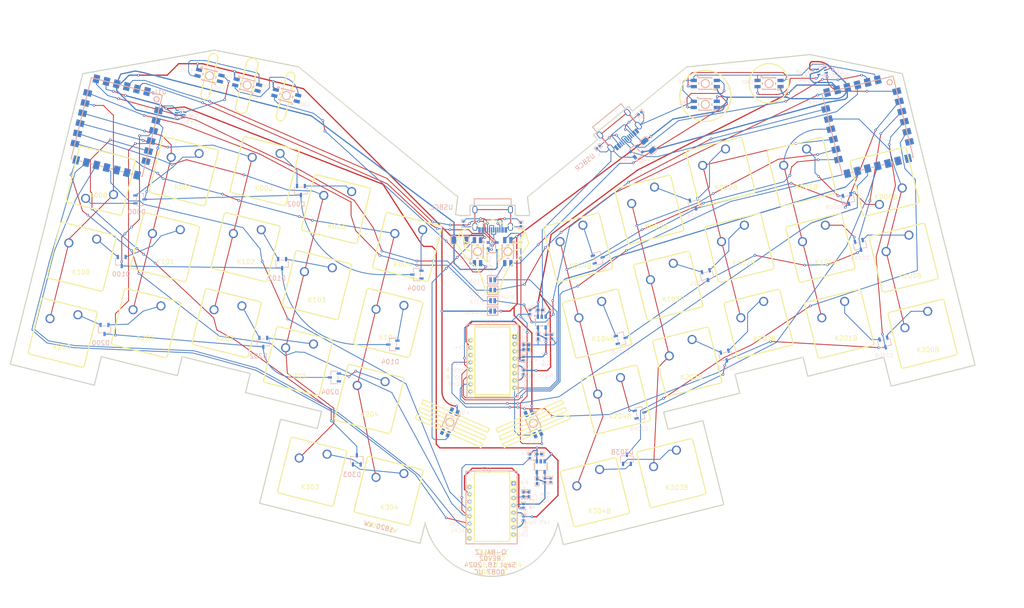
<source format=kicad_pcb>
(kicad_pcb (version 20221018) (generator pcbnew)
  (layers (0 "F.Cu" signal) (31 "B.Cu" signal) (34 "B.Paste" user) (35 "F.Paste" user) (36 "B.SilkS" user "B.Silkscreen") (37 "F.SilkS" user "F.Silkscreen") (38 "B.Mask" user) (39 "F.Mask" user) (44 "Edge.Cuts" user))
  (net 0 "")
  (net 1 "U7B_15")
  (net 2 "MOSIR")
  (net 3 "CSR")
  (net 4 "MISOR")
  (net 5 "SCKR")
  (net 6 "R11_1")
  (net 7 "MISOL")
  (net 8 "+3V3L")
  (net 9 "U05R_4")
  (net 10 "K204_1")
  (net 11 "ROW3R")
  (net 12 "ROW2R")
  (net 13 "ROW1R")
  (net 14 "ROW0R")
  (net 15 "COL4R")
  (net 16 "COL3R")
  (net 17 "TXR")
  (net 18 "RXR")
  (net 19 "K204B_1")
  (net 20 "K101B_1")
  (net 21 "K000B_1")
  (net 22 "K001B_1")
  (net 23 "U04R_4")
  (net 24 "+3V3")
  (net 25 "+5V")
  (net 26 "D+R")
  (net 27 "U02R_2")
  (net 28 "U01R_2")
  (net 29 "RGBMCUR")
  (net 30 "RGBR")
  (net 31 "+5VL")
  (net 32 "GNDL")
  (net 33 "USBCL_A5")
  (net 34 "USBCL_B5")
  (net 35 "RGB")
  (net 36 "U04_2")
  (net 37 "U03_2")
  (net 38 "+2V")
  (net 39 "COL0L")
  (net 40 "COL1L")
  (net 41 "COL2L")
  (net 42 "COL3L")
  (net 43 "COL4L")
  (net 44 "COL2R")
  (net 45 "COL1R")
  (net 46 "COL0R")
  (net 47 "RXL")
  (net 48 "TXL")
  (net 49 "CSL")
  (net 50 "MOSIL")
  (net 51 "GND")
  (net 52 "ROW0L")
  (net 53 "ROW3L")
  (net 54 "ROW2L")
  (net 55 "ROW1L")
  (net 56 "D+L")
  (net 57 "D-L")
  (net 58 "R4_1")
  (net 59 "R3_2")
  (net 60 "+2VL")
  (net 61 "C18_1")
  (net 62 "SCKL")
  (net 63 "K303B_1")
  (net 64 "K304B_1")
  (net 65 "K203B_1")
  (net 66 "K202B_1")
  (net 67 "K201B_1")
  (net 68 "K200B_1")
  (net 69 "K104B_1")
  (net 70 "K004B_1")
  (net 71 "K003B_1")
  (net 72 "K002B_1")
  (net 73 "K103B_1")
  (net 74 "K102B_1")
  (net 75 "K100B_1")
  (net 76 "D-R")
  (net 77 "U03_4")
  (net 78 "U02_4")
  (net 79 "VBUSL")
  (net 80 "RGBMCU")
  (net 81 "U8B_4")
  (net 82 "K100_1")
  (net 83 "K000_1")
  (net 84 "K001_1")
  (net 85 "K003_1")
  (net 86 "K002_1")
  (net 87 "K101_1")
  (net 88 "K102_1")
  (net 89 "K103_1")
  (net 90 "K104_1")
  (net 91 "K200_1")
  (net 92 "K201_1")
  (net 93 "K202_1")
  (net 94 "K203_1")
  (net 95 "K303_1")
  (net 96 "K304_1")
  (net 97 "K004_1")
  (net 98 "VBUSR")
  (net 99 "R14_1")
  (net 100 "U7B_3")
  (net 101 "R10_1")
  (net 102 "U7B_7")
  (footprint "easyeda:CHERRY_MX_100_MILLMAX" (layer "F.Cu") (at 168.148 105.029 14)
    (fp_text reference "K303B")
    (fp_text value "100")
  )
  (footprint "easyeda:R0402" (layer "F.Cu") (at 132.207 80.518 -90)
    (fp_text reference "R10B")
    (fp_text value "10kΩ" hide)
  )
  (footprint "easyeda:CHERRY_MX_100_MILLMAX" (layer "F.Cu") (at 167.386 59.563 14)
    (fp_text reference "K103B")
    (fp_text value "100")
  )
  (footprint "easyeda:CHERRY_MX_100_MILLMAX" (layer "F.Cu") (at 184.658 50.292 14)
    (fp_text reference "K102B")
    (fp_text value "100")
  )
  (footprint "easyeda:CHERRY_MX_100_MILLMAX" (layer "F.Cu") (at 80.772 104.775 -14)
    (fp_text reference "K303")
    (fp_text value "100")
  )
  (footprint "easyeda:SOT-23-3_L3.0-W1.7-P0.95-LS2.9-BR" (layer "F.Cu") (at 157.353 101.727 90)
    (fp_text reference "D303B")
    (fp_text value "BAV70-C68978" hide)
  )
  (footprint "easyeda:R0402" (layer "F.Cu") (at 133.731 100.965 -90)
    (fp_text reference "R12")
    (fp_text value "10kΩ" hide)
  )
  (footprint "easyeda:CHERRY_MX_100_MILLMAX" (layer "F.Cu") (at 189.357 68.834 14)
    (fp_text reference "K202B")
    (fp_text value "100")
  )
  (footprint "easyeda:CHERRY_MX_100_MILLMAX" (layer "F.Cu") (at 64.77 50.165 -14)
    (fp_text reference "K102")
    (fp_text value "100")
  )
  (footprint "easyeda:LED-SMD_L3.2-W2.8-TR" (layer "F.Cu") (at 114.3 92.71 -113)
    (fp_text reference "U05")
    (fp_text value "SK6812MINI-E_C5149201" hide)
  )
  (footprint "easyeda:F1206" (layer "F.Cu") (at 116.713 48.387)
    (fp_text reference "F3")
    (fp_text value "nSMD050" hide)
  )
  (footprint "easyeda:SOT-143_L2.9-W1.3-P1.92-LS2.3-BR" (layer "F.Cu") (at 159.639 26.924 40)
    (fp_text reference "D6")
    (fp_text value "PRTR5V0U2X,215" hide)
  )
  (footprint "easyeda:CHERRY_MX_100_MILLMAX" (layer "F.Cu") (at 145.415 50.292 14)
    (fp_text reference "K004B")
    (fp_text value "100")
  )
  (footprint "easyeda:SOT-23-3_L3.0-W1.7-P0.95-LS2.9-BR" (layer "F.Cu") (at 173.863 39.624 -76)
    (fp_text reference "D002B")
    (fp_text value "BAV70-C68978" hide)
  )
  (footprint "easyeda:CHERRY_MX_100_MILLMAX" (layer "F.Cu") (at 94.869 87.122 -14)
    (fp_text reference "K204")
    (fp_text value "100")
  )
  (footprint "easyeda:SOT-23-3_L3.0-W1.7-P0.95-LS2.9-BR" (layer "F.Cu") (at 176.784 57.023 -76)
    (fp_text reference "D102B")
    (fp_text value "BAV70-C68978" hide)
  )
  (footprint "easyeda:CHERRY_MX_100_MILLMAX" (layer "F.Cu") (at 171.958 78.105 14)
    (fp_text reference "K203B")
    (fp_text value "100")
  )
  (footprint "easyeda:LED-SMD_L3.2-W2.8-TR" (layer "F.Cu") (at 134.62 92.964 -67)
    (fp_text reference "U05R")
    (fp_text value "SK6812MINI-E_C5149201" hide)
  )
  (footprint "easyeda:C0402" (layer "F.Cu") (at 135.763 71.882 -90)
    (fp_text reference "C20B")
    (fp_text value "4.7uF" hide)
  )
  (footprint "easyeda:CHERRY_MX_100_MILLMAX" (layer "F.Cu") (at 162.814 41.021 14)
    (fp_text reference "K003B")
    (fp_text value "100")
  )
  (footprint "easyeda:SOT-23-3_L3.0-W1.7-P0.95-LS2.9-BR" (layer "F.Cu") (at 181.356 76.581 -76)
    (fp_text reference "D202B")
    (fp_text value "BAV70-C68978" hide)
  )
  (footprint "easyeda:CHERRY_MX_100_MILLMAX" (layer "F.Cu") (at 149.479 109.728 14)
    (fp_text reference "K304B")
    (fp_text value "100")
  )
  (footprint "easyeda:LED-SMD_L3.2-W2.8-TR" (layer "F.Cu") (at 191.897 10.287 180)
    (fp_text reference "U01R")
    (fp_text value "SK6812MINI-E_C5149201" hide)
  )
  (footprint "easyeda:CHERRY_MX_100_MILLMAX" (layer "F.Cu") (at 99.441 109.474 -14)
    (fp_text reference "K304")
    (fp_text value "100")
  )
  (footprint "easyeda:SC-70-6_L2.2-W1.3-P0.65-LS2.2-BR" (layer "F.Cu") (at 48.768 17.653 -14)
    (fp_text reference "U6L")
    (fp_text value "SN74LVC1T45DCKR" hide)
  )
  (footprint "easyeda:SOT-23-3_L3.0-W1.7-P0.95-LS2.9-BR" (layer "F.Cu") (at 86.233 81.788 180)
    (fp_text reference "D204")
    (fp_text value "BAV70-C68978" hide)
  )
  (footprint "easyeda:SOT-23-3_L3.0-W1.7-P0.95-LS2.9-BR" (layer "F.Cu") (at 30.353 70.104 -90)
    (fp_text reference "D200")
    (fp_text value "BAV70-C68978" hide)
  )
  (footprint "easyeda:CHERRY_MX_100_MILLMAX" (layer "F.Cu") (at 209.042 68.834 14)
    (fp_text reference "K201B")
    (fp_text value "100")
  )
  (footprint "easyeda:CHERRY_MX_100_MILLMAX" (layer "F.Cu") (at 49.657 31.623 -14)
    (fp_text reference "K001")
    (fp_text value "100")
  )
  (footprint "easyeda:CHERRY_MX_100_MILLMAX" (layer "F.Cu") (at 60.071 68.707 -14)
    (fp_text reference "K202")
    (fp_text value "100")
  )
  (footprint "easyeda:R0402" (layer "F.Cu") (at 150.368 25.781 40)
    (fp_text reference "R4")
    (fp_text value "5.1kΩ" hide)
  )
  (footprint "easyeda:LED-SMD_L3.2-W2.8-TR" (layer "F.Cu") (at 74.549 13.208 -14)
    (fp_text reference "U03")
    (fp_text value "SK6812MINI-E_C5149201" hide)
  )
  (footprint "easyeda:RP2040-CORE-A" (layer "F.Cu") (at 226.949 28.194 14)
    (fp_text reference "U1R")
    (fp_text value "5")
  )
  (footprint "easyeda:R0402" (layer "F.Cu") (at 132.207 113.03 -90)
    (fp_text reference "R11")
    (fp_text value "39Ω" hide)
  )
  (footprint "easyeda:CHERRY_MX_100_MILLMAX" (layer "F.Cu") (at 99.441 68.58 -14)
    (fp_text reference "K104")
    (fp_text value "100")
  )
  (footprint "easyeda:SOT-23-3_L3.0-W1.7-P0.95-LS2.9-BR" (layer "F.Cu") (at 68.961 73.279 -90)
    (fp_text reference "D202")
    (fp_text value "BAV70-C68978" hide)
  )
  (footprint "easyeda:LED-SMD_L3.2-W2.8-TR" (layer "F.Cu") (at 55.88 8.382 -14)
    (fp_text reference "U01")
    (fp_text value "SK6812MINI-E_C5149201" hide)
  )
  (footprint "easyeda:R0402" (layer "F.Cu") (at 137.668 71.882 90)
    (fp_text reference "R14B")
    (fp_text value "15kΩ" hide)
  )
  (footprint "easyeda:C0402" (layer "F.Cu") (at 135.509 107.061 -90)
    (fp_text reference "C20")
    (fp_text value "4.7uF" hide)
  )
  (footprint "easyeda:CHERRY_MX_100_MILLMAX" (layer "F.Cu") (at 86.741 40.894 -14)
    (fp_text reference "K003")
    (fp_text value "100")
  )
  (footprint "easyeda:SOLDER BRIDGE JUMPER PADS" (layer "F.Cu") (at 124.714 63.119 180)
    (fp_text reference "JP3TX")
    (fp_text value "SOLDER JUMPER PADS" hide)
  )
  (footprint "easyeda:SOT-23-3_L3.0-W1.7-P0.95-LS2.9-BR" (layer "F.Cu") (at 106.299 56.769 180)
    (fp_text reference "D004")
    (fp_text value "BAV70-C68978" hide)
  )
  (footprint "easyeda:CHERRY_MX_100_MILLMAX" (layer "F.Cu") (at 69.342 31.623 -14)
    (fp_text reference "K002")
    (fp_text value "100")
  )
  (footprint "easyeda:SOT-23-3_L3.0-W1.7-P0.95-LS2.9-BR" (layer "F.Cu") (at 155.956 72.39 14)
    (fp_text reference "D104B")
    (fp_text value "BAV70-C68978" hide)
  )
  (footprint "easyeda:CHERRY_MX_100_MILLMAX" (layer "F.Cu") (at 180.086 31.75 14)
    (fp_text reference "K002B")
    (fp_text value "100")
  )
  (footprint "easyeda:CHERRY_MX_100_MILLMAX" (layer "F.Cu") (at 149.987 68.834 14)
    (fp_text reference "K104B")
    (fp_text value "100")
  )
  (footprint "easyeda:RP2040-CORE-A" (layer "F.Cu") (at 39.497 32.893 -14)
    (fp_text reference "U1L")
    (fp_text value "5")
  )
  (footprint "easyeda:R0402" (layer "F.Cu") (at 160.528 17.526 40)
    (fp_text reference "R3")
    (fp_text value "5.1kΩ" hide)
  )
  (footprint "easyeda:SOT-23-3_L3.0-W1.7-P0.95-LS2.9-BR" (layer "F.Cu") (at 211.074 38.481 -76)
    (fp_text reference "D000B")
    (fp_text value "BAV70-C68978" hide)
  )
  (footprint "easyeda:CHERRY_MX_100_MILLMAX" (layer "F.Cu") (at 229.235 71.247 14)
    (fp_text reference "K200B")
    (fp_text value "100")
  )
  (footprint "easyeda:SOLDER BRIDGE JUMPER PADS" (layer "F.Cu") (at 124.714 58.039 180)
    (fp_text reference "JP1GND")
    (fp_text value "SOLDER JUMPER PADS" hide)
  )
  (footprint "easyeda:R0402" (layer "F.Cu") (at 139.065 71.882 -90)
    (fp_text reference "R13B")
    (fp_text value "10kΩ" hide)
  )
  (footprint "easyeda:SOLDER BRIDGE JUMPER PADS" (layer "F.Cu") (at 124.714 65.659 180)
    (fp_text reference "JP4+5V")
    (fp_text value "SOLDER JUMPER PADS" hide)
  )
  (footprint "easyeda:SOT-23-5_L3.0-W1.7-P0.95-LS2.8-BR" (layer "F.Cu") (at 136.652 68.326 -90)
    (fp_text reference "U8B")
    (fp_text value "AP2127K-ADJTRG1" hide)
  )
  (footprint "easyeda:CHERRY_MX_100_MILLMAX" (layer "F.Cu") (at 77.47 77.978 -14)
    (fp_text reference "K203")
    (fp_text value "100")
  )
  (footprint "easyeda:LED-SMD_L3.2-W2.8-TR" (layer "F.Cu") (at 121.031 51.181 -90)
    (fp_text reference "U04")
    (fp_text value "SK6812MINI-E_C5149201" hide)
  )
  (footprint "easyeda:LED-SMD_L3.2-W2.8-TR" (layer "F.Cu") (at 128.397 51.181 -90)
    (fp_text reference "U04R")
    (fp_text value "SK6812MINI-E_C5149201" hide)
  )
  (footprint "easyeda:C0402" (layer "F.Cu") (at 136.271 65.405)
    (fp_text reference "C19B")
    (fp_text value "4.7uF" hide)
  )
  (footprint "easyeda:CHERRY_MX_100_MILLMAX" (layer "F.Cu") (at 45.085 50.165 -14)
    (fp_text reference "K101")
    (fp_text value "100")
  )
  (footprint "easyeda:SOT-23-3_L3.0-W1.7-P0.95-LS2.9-BR" (layer "F.Cu") (at 150.368 52.832 14)
    (fp_text reference "D004B")
    (fp_text value "BAV70-C68978" hide)
  )
  (footprint "easyeda:CHERRY_MX_100_MILLMAX" (layer "F.Cu") (at 29.464 33.909 166)
    (fp_text reference "K000")
    (fp_text value "100")
  )
  (footprint "easyeda:CHERRY_MX_100_MILLMAX" (layer "F.Cu") (at 20.193 70.866 -14)
    (fp_text reference "K200")
    (fp_text value "100")
  )
  (footprint "easyeda:SOT-23-3_L3.0-W1.7-P0.95-LS2.9-BR" (layer "F.Cu") (at 219.964 73.406 -76)
    (fp_text reference "D200B")
    (fp_text value "BAV70-C68978" hide)
  )
  (footprint "easyeda:CHERRY_MX_100_MILLMAX" (layer "F.Cu") (at 82.042 59.436 -14)
    (fp_text reference "K103")
    (fp_text value "100")
  )
  (footprint "easyeda:SOT-143_L2.9-W1.3-P1.92-LS2.3-BR" (layer "F.Cu") (at 124.714 49.911)
    (fp_text reference "D11")
    (fp_text value "PRTR5V0U2X,215" hide)
  )
  (footprint "easyeda:C0402" (layer "F.Cu") (at 133.477 110.236 -90)
    (fp_text reference "C18")
    (fp_text value "100nF" hide)
  )
  (footprint "easyeda:CHERRY_MX_100_MILLMAX" (layer "F.Cu") (at 219.964 34.163 -166)
    (fp_text reference "K000B")
    (fp_text value "100")
  )
  (footprint "easyeda:CHERRY_MX_100_MILLMAX" (layer "F.Cu") (at 224.663 52.705 14)
    (fp_text reference "K100B")
    (fp_text value "100")
  )
  (footprint "easyeda:SOLDER BRIDGE JUMPER PADS" (layer "F.Cu") (at 124.714 60.579 180)
    (fp_text reference "JP2RX")
    (fp_text value "SOLDER JUMPER PADS" hide)
  )
  (footprint "easyeda:R0402" (layer "F.Cu") (at 131.572 44.577 -90)
    (fp_text reference "R2")
    (fp_text value "5.1kΩ" hide)
  )
  (footprint "easyeda:CHERRY_MX_100_MILLMAX" (layer "F.Cu") (at 204.343 50.292 14)
    (fp_text reference "K101B")
    (fp_text value "100")
  )
  (footprint "easyeda:SOT-23-3_L3.0-W1.7-P0.95-LS2.9-BR" (layer "F.Cu") (at 91.694 101.854 90)
    (fp_text reference "D303")
    (fp_text value "BAV70-C68978" hide)
  )
  (footprint "easyeda:SC-70-6_L2.2-W1.3-P0.65-LS2.2-BR" (layer "F.Cu") (at 204.724 7.239 -166)
    (fp_text reference "U6R")
    (fp_text value "SN74LVC1T45DCKR" hide)
  )
  (footprint "easyeda:CHERRY_MX_100_MILLMAX" (layer "F.Cu") (at 104.013 50.165 -14)
    (fp_text reference "K004")
    (fp_text value "100")
  )
  (footprint "easyeda:C0402" (layer "F.Cu") (at 132.207 110.236 -90)
    (fp_text reference "C17")
    (fp_text value "4.7uF" hide)
  )
  (footprint "easyeda:SOT-23-3_L3.0-W1.7-P0.95-LS2.9-BR" (layer "F.Cu") (at 78.105 36.322 -90)
    (fp_text reference "D002")
    (fp_text value "BAV70-C68978" hide)
  )
  (footprint "easyeda:SOT-23-3_L3.0-W1.7-P0.95-LS2.9-BR" (layer "F.Cu") (at 213.995 49.657 -76)
    (fp_text reference "D100B")
    (fp_text value "BAV70-C68978" hide)
  )
  (footprint "easyeda:SOT-23-3_L3.0-W1.7-P0.95-LS2.9-BR" (layer "F.Cu") (at 160.528 90.551 14)
    (fp_text reference "D204B")
    (fp_text value "BAV70-C68978" hide)
  )
  (footprint "easyeda:PMW3360DM-T2QU.PACK" (layer "F.Cu") (at 129.794 107.569)
    (fp_text reference "U7")
    (fp_text value "PMW3360DM-T2QU" hide)
  )
  (footprint "easyeda:R0402" (layer "F.Cu") (at 117.602 44.323 90)
    (fp_text reference "R1")
    (fp_text value "5.1kΩ" hide)
  )
  (footprint "easyeda:SOT-23-3_L3.0-W1.7-P0.95-LS2.9-BR" (layer "F.Cu") (at 100.457 73.787 180)
    (fp_text reference "D104")
    (fp_text value "BAV70-C68978" hide)
  )
  (footprint "easyeda:R0402" (layer "F.Cu") (at 137.414 106.807 90)
    (fp_text reference "R14")
    (fp_text value "15kΩ" hide)
  )
  (footprint "easyeda:R0402" (layer "F.Cu") (at 132.207 116.078 -90)
    (fp_text reference "R10")
    (fp_text value "10kΩ" hide)
  )
  (footprint "easyeda:R0402" (layer "F.Cu") (at 132.207 77.216 -90)
    (fp_text reference "R11B")
    (fp_text value "39Ω" hide)
  )
  (footprint "easyeda:LED-SMD_L3.2-W2.8-TR" (layer "F.Cu") (at 176.403 10.287 180)
    (fp_text reference "U02R")
    (fp_text value "SK6812MINI-E_C5149201" hide)
  )
  (footprint "easyeda:C0402" (layer "F.Cu") (at 136.017 100.457)
    (fp_text reference "C19")
    (fp_text value "4.7uF" hide)
  )
  (footprint "easyeda:CHERRY_MX_100_MILLMAX" (layer "F.Cu") (at 154.559 87.376 14)
    (fp_text reference "K204B")
    (fp_text value "100")
  )
  (footprint "easyeda:CHERRY_MX_100_MILLMAX" (layer "F.Cu") (at 24.765 52.451 -14)
    (fp_text reference "K100")
    (fp_text value "100")
  )
  (footprint "easyeda:SOT-23-3_L3.0-W1.7-P0.95-LS2.9-BR" (layer "F.Cu") (at 34.544 53.594 -90)
    (fp_text reference "D100")
    (fp_text value "BAV70-C68978" hide)
  )
  (footprint "easyeda:LED-SMD_L3.2-W2.8-TR" (layer "F.Cu") (at 176.403 15.367 180)
    (fp_text reference "U03R")
    (fp_text value "SK6812MINI-E_C5149201" hide)
  )
  (footprint "easyeda:R0402" (layer "F.Cu") (at 138.811 106.807 -90)
    (fp_text reference "R13")
    (fp_text value "10kΩ" hide)
  )
  (footprint "easyeda:CHERRY_MX_100_MILLMAX" (layer "F.Cu") (at 199.771 31.75 14)
    (fp_text reference "K001B")
    (fp_text value "100")
  )
  (footprint "easyeda:SOT-23-3_L3.0-W1.7-P0.95-LS2.9-BR" (layer "F.Cu") (at 73.533 54.102 -90)
    (fp_text reference "D102")
    (fp_text value "BAV70-C68978" hide)
  )
  (footprint "easyeda:USB-C_SMD-TYPE-C-31-M-12" (layer "F.Cu") (at 155.702 21.971 -140.5)
    (fp_text reference "USBCR")
    (fp_text value "TYPE-C-31-M-12" hide)
  )
  (footprint "easyeda:R0402" (layer "F.Cu") (at 133.731 65.913 -90)
    (fp_text reference "R12B")
    (fp_text value "10kΩ" hide)
  )
  (footprint "easyeda:SOT-23-3_L3.0-W1.7-P0.95-LS2.9-BR" (layer "F.Cu") (at 38.989 38.481)
    (fp_text reference "D000")
    (fp_text value "BAV70-C68978" hide)
  )
  (footprint "easyeda:C0402" (layer "F.Cu") (at 133.477 74.422 -90)
    (fp_text reference "C18B")
    (fp_text value "100nF" hide)
  )
  (footprint "easyeda:CHERRY_MX_100_MILLMAX" (layer "F.Cu") (at 40.386 68.707 -14)
    (fp_text reference "K201")
    (fp_text value "100")
  )
  (footprint "easyeda:F1206" (layer "F.Cu") (at 162.56 25.4 130)
    (fp_text reference "F1")
    (fp_text value "nSMD050" hide)
  )
  (footprint "easyeda:PMW3360DM-T2QU.PACK" (layer "F.Cu") (at 130.048 71.882)
    (fp_text reference "U7B")
    (fp_text value "PMW3360DM-T2QU" hide)
  )
  (footprint "easyeda:SOT-23-5_L3.0-W1.7-P0.95-LS2.8-BR" (layer "F.Cu") (at 136.398 103.505 -90)
    (fp_text reference "U8")
    (fp_text value "AP2127K-ADJTRG1" hide)
  )
  (footprint "easyeda:USB-C_SMD-TYPE-C-31-M-12" (layer "F.Cu") (at 124.714 43.434 180)
    (fp_text reference "USBCL")
    (fp_text value "TYPE-C-31-M-12" hide)
  )
  (footprint "easyeda:C0402" (layer "F.Cu") (at 132.207 74.422 -90)
    (fp_text reference "C17B")
    (fp_text value "4.7uF" hide)
  )
  (footprint "easyeda:LED-SMD_L3.2-W2.8-TR" (layer "F.Cu") (at 65.024 10.668 -14)
    (fp_text reference "U02")
    (fp_text value "SK6812MINI-E_C5149201" hide)
  )
  (gr_arc (start 196.977 9.652) (mid 196.009867 11.986867) (end 193.675 12.954) (stroke (width 0.2)) (layer "F.Cu"))
  (gr_arc (start 201.803 5.715) (mid 202.026185 5.176185) (end 202.565 4.953) (stroke (width 0.3)) (layer "F.Cu"))
  (gr_arc (start 202.057 6.985) (mid 201.877395 6.910605) (end 201.803 6.731) (stroke (width 0.3)) (layer "F.Cu"))
  (gr_arc (start 196.977 9.271) (mid 197.051395 9.091395) (end 197.231 9.017) (stroke (width 0.2)) (layer "F.Cu"))
  (gr_arc (start 203.708 4.953) (mid 205.233376 5.256416) (end 206.526528 6.120472) (stroke (width 0.3)) (layer "F.Cu"))
  (gr_arc (start 209.523 12.165) (mid 207.02762 11.13138) (end 205.994 8.636) (stroke (width 0.2)) (layer "F.Cu"))
  (gr_arc (start 189.484 12.954) (mid 189.214592 12.842408) (end 189.103 12.573) (stroke (width 0.2)) (layer "F.Cu"))
  (gr_arc (start 112.395 58.166) (mid 112.387222 58.162778) (end 112.384 58.155) (stroke (width 0.3)) (layer "F.Cu"))
  (gr_arc (start 115.951 88.773) (mid 113.436528 87.731472) (end 112.395 85.217) (stroke (width 0.3)) (layer "F.Cu"))
  (gr_arc (start 112.395 51.435) (mid 112.387222 51.431778) (end 112.384 51.424) (stroke (width 0.3)) (layer "F.Cu"))
  (gr_arc (start 97.451 56.769) (mid 83.771312 51.102688) (end 78.105 37.423) (stroke (width 0.2)) (layer "B.Cu"))
  (gr_arc (start 76.369 81.788) (mid 71.130753 79.618247) (end 68.961 74.38) (stroke (width 0.2)) (layer "B.Cu"))
  (gr_arc (start 205.799 7.641) (mid 205.936886 7.698114) (end 205.994 7.836) (stroke (width 0.2)) (layer "B.Cu"))
  (gr_arc (start 132.207 74.967) (mid 132.179175 75.034175) (end 132.112 75.062) (stroke (width 0.2)) (layer "B.Cu"))
  (gr_arc (start 132.207 80.951) (mid 131.735735 82.088735) (end 130.598 82.56) (stroke (width 0.3)) (layer "B.Cu"))
  (gr_arc (start 50.8 5.461) (mid 51.023185 4.922185) (end 51.562 4.699) (stroke (width 0.2)) (layer "B.Cu"))
  (gr_arc (start 181.784 13.618) (mid 179.958957 12.862043) (end 179.203 11.037) (stroke (width 0.3)) (layer "B.Cu"))
  (gr_arc (start 135.448 104.805) (mid 135.491134 104.822866) (end 135.509 104.866) (stroke (width 0.3)) (layer "B.Cu"))
  (gr_arc (start 180.987 15.736) (mid 180.611511 16.642511) (end 179.705 17.018) (stroke (width 0.3)) (layer "B.Cu"))
  (gr_arc (start 189.097 11.037) (mid 189.101243 11.038757) (end 189.103 11.043) (stroke (width 0.2)) (layer "B.Cu"))
  (gr_arc (start 197.63 13.97) (mid 195.556056 13.110944) (end 194.697 11.037) (stroke (width 0.3)) (layer "B.Cu"))
  (gr_arc (start 136.405 95.248) (mid 136.588325 95.522365) (end 136.6527 95.846) (stroke (width 0.2)) (layer "B.Cu"))
  (gr_arc (start 131.25 114.689) (mid 131.925994 114.969006) (end 132.206 115.645) (stroke (width 0.3)) (layer "B.Cu"))
  (gr_arc (start 202.565 6.985) (mid 202.608348 6.880348) (end 202.713 6.837) (stroke (width 0.3)) (layer "B.Cu"))
  (gr_arc (start 181.784 13.618) (mid 181.05206 15.38506) (end 179.285 16.117) (stroke (width 0.3)) (layer "B.Cu"))
  (gr_arc (start 131.123 79.002) (mid 131.888797 79.319203) (end 132.206 80.085) (stroke (width 0.3)) (layer "B.Cu"))
  (gr_arc (start 132.207 116.511) (mid 131.698537 117.738537) (end 130.471 118.247) (stroke (width 0.3)) (layer "B.Cu"))
  (gr_arc (start 214.376 8.255) (mid 215.425346 8.689654) (end 215.86 9.739) (stroke (width 0.2)) (layer "B.Cu"))
  (gr_arc (start 51.993 8.432) (mid 51.149422 8.082578) (end 50.8 7.239) (stroke (width 0.2)) (layer "B.Cu"))
  (gr_arc (start 133.445 110.749) (mid 133.467627 110.758373) (end 133.477 110.781) (stroke (width 0.2)) (layer "B.Cu"))
  (gr_arc (start 92.117 73.787) (mid 78.976128 68.343872) (end 73.533 55.203) (stroke (width 0.2)) (layer "B.Cu"))
  (gr_arc (start 195.46 30.207) (mid 198.040975 23.975975) (end 204.272 21.395) (stroke (width 0.2)) (layer "B.Cu"))
  (gr_arc (start 137.348 104.805) (mid 137.394669 104.824331) (end 137.414 104.871) (stroke (width 0.2)) (layer "B.Cu"))
  (gr_arc (start 203.964 8.38) (mid 203.777427 8.830427) (end 203.327 9.017) (stroke (width 0.2)) (layer "B.Cu"))
  (gr_arc (start 132.175 110.749) (mid 132.197627 110.758373) (end 132.207 110.781) (stroke (width 0.2)) (layer "B.Cu"))
  (gr_arc (start 210.428 10.022) (mid 210.799785 10.578912) (end 210.930148 11.235707) (stroke (width 0.3)) (layer "B.Cu"))
  (gr_arc (start 188.961 8.255) (mid 189.057167 8.294833) (end 189.097 8.391) (stroke (width 0.2)) (layer "B.Cu"))
  (gr_arc (start 115.951 88.773) (mid 116.045752 88.812248) (end 116.085 88.907) (stroke (width 0.3)) (layer "B.Cu"))
  (gr_arc (start 135.448 100.481) (mid 135.455029 100.464029) (end 135.472 100.457) (stroke (width 0.3)) (layer "B.Cu"))
  (gr_arc (start 137.414 106.374) (mid 137.414 106.374) (end 137.414 106.374) (stroke (width 0.2)) (layer "B.Cu"))
  (gr_arc (start 210.93 11.235) (mid 210.12923 13.16823) (end 208.196 13.969) (stroke (width 0.3)) (layer "B.Cu"))
  (gr_arc (start 132.137 112.527) (mid 132.186497 112.547503) (end 132.207 112.597) (stroke (width 0.3)) (layer "B.Cu"))
  (gr_arc (start 132.207 76.783) (mid 132.190305 76.823305) (end 132.15 76.84) (stroke (width 0.2)) (layer "B.Cu"))
  (gr_arc (start 73.053 8.763) (mid 76.160734 10.050266) (end 77.448 13.158) (stroke (width 0.2)) (layer "B.Cu"))
  (gr_line (start 119.246 111.437) (end 119.39 111.497) (stroke (width 0.254)) (layer "F.SilkS"))
  (gr_line (start 36.666 54.721) (end 39.811 42.108) (stroke (width 0.254)) (layer "F.SilkS"))
  (gr_line (start 128.742 105.038) (end 128.862 105.381) (stroke (width 0.254)) (layer "F.SilkS"))
  (gr_line (start 128.968 85.554) (end 128.775 85.862) (stroke (width 0.254)) (layer "F.SilkS"))
  (gr_arc (start 216.246 48.059) (mid 216.302489 47.680621) (end 216.609983 47.453004) (stroke (width 0.254)) (layer "F.SilkS"))
  (gr_line (start 144.855 76.704) (end 141.71 64.09) (stroke (width 0.254)) (layer "F.SilkS"))
  (gr_line (start 107.769 104.789) (end 104.624 117.403) (stroke (width 0.254)) (layer "F.SilkS"))
  (gr_line (start 129.49 110.607) (end 129.635 110.547) (stroke (width 0.254)) (layer "F.SilkS"))
  (gr_line (start 119.734 84.815) (end 119.829 84.939) (stroke (width 0.254)) (layer "F.SilkS"))
  (gr_line (start 129.854 76.029) (end 129.71 75.969) (stroke (width 0.254)) (layer "F.SilkS"))
  (gr_arc (start 64.944 16.914) (mid 63.282648 17.505103) (end 62.167407 16.139185) (stroke (width 0.254)) (layer "F.SilkS"))
  (gr_arc (start 163.651 73.345) (mid 163.707498 72.966606) (end 164.015017 72.738996) (stroke (width 0.254)) (layer "F.SilkS"))
  (gr_line (start 77.64 26.998) (end 74.495 39.612) (stroke (width 0.254)) (layer "F.SilkS"))
  (gr_line (start 214.782 42.189) (end 211.637 29.575) (stroke (width 0.254)) (layer "F.SilkS"))
  (gr_arc (start 196.01 45.644) (mid 196.066489 45.265621) (end 196.373983 45.038004) (stroke (width 0.254)) (layer "F.SilkS"))
  (gr_line (start 120.437 85.671) (end 120.382 85.432) (stroke (width 0.254)) (layer "F.SilkS"))
  (gr_line (start 130.215 110.703) (end 130.31 110.827) (stroke (width 0.254)) (layer "F.SilkS"))
  (gr_line (start 55.444 60.215) (end 68.058 63.36) (stroke (width 0.254)) (layer "F.SilkS"))
  (gr_line (start 117.885 50.239) (end 117.585 47.739) (stroke (width 0.254)) (layer "F.SilkS"))
  (gr_line (start 85.754 73.196) (end 82.609 85.81) (stroke (width 0.254)) (layer "F.SilkS"))
  (gr_line (start 118.571 115.877) (end 118.511 115.732) (stroke (width 0.254)) (layer "F.SilkS"))
  (gr_line (start 130.37 119.872) (end 130.39 120.027) (stroke (width 0.254)) (layer "F.SilkS"))
  (gr_line (start 129.271 114.987) (end 129.211 114.842) (stroke (width 0.254)) (layer "F.SilkS"))
  (gr_line (start 48.086 81.356) (end 49.24 76.73) (stroke (width 0.254)) (layer "F.SilkS"))
  (gr_arc (start 104.55 76.555) (mid 104.322387 76.862507) (end 103.944 76.919) (stroke (width 0.254)) (layer "F.SilkS"))
  (gr_line (start 119.39 118.617) (end 119.515 118.713) (stroke (width 0.254)) (layer "F.SilkS"))
  (gr_arc (start 172.02 51.11) (mid 172.398379 51.166489) (end 172.625996 51.473983) (stroke (width 0.254)) (layer "F.SilkS"))
  (gr_line (start 112.303 45.457) (end 109.159 58.071) (stroke (width 0.254)) (layer "F.SilkS"))
  (gr_arc (start 82.609 85.81) (mid 82.381394 86.117502) (end 82.003017 86.174004) (stroke (width 0.254)) (layer "F.SilkS"))
  (gr_line (start 118.666 119.561) (end 118.571 119.437) (stroke (width 0.254)) (layer "F.SilkS"))
  (gr_line (start 129.43 77.384) (end 129.41 77.229) (stroke (width 0.254)) (layer "F.SilkS"))
  (gr_line (start 229.83 44.672) (end 232.975 57.286) (stroke (width 0.254)) (layer "F.SilkS"))
  (gr_arc (start 45.641 76.592) (mid 45.414086 76.899804) (end 45.035983 76.956996) (stroke (width 0.254)) (layer "F.SilkS"))
  (gr_arc (start 137.102 45.606) (mid 137.158489 45.227621) (end 137.465983 45.000004) (stroke (width 0.254)) (layer "F.SilkS"))
  (gr_line (start 131.721 47.739) (end 132.521 46.239) (stroke (width 0.254)) (layer "F.SilkS"))
  (gr_line (start 69.28 58.46) (end 56.666 55.315) (stroke (width 0.254)) (layer "F.SilkS"))
  (gr_line (start 157.778 15.835) (end 149.265 22.795) (stroke (width 0.254)) (layer "F.SilkS"))
  (gr_arc (start 146.319 82.575) (mid 146.375498 82.196606) (end 146.683017 81.968996) (stroke (width 0.254)) (layer "F.SilkS"))
  (gr_line (start 129.271 117.947) (end 129.366 117.823) (stroke (width 0.254)) (layer "F.SilkS"))
  (gr_arc (start 54.838 60.579) (mid 55.065606 60.271498) (end 55.443983 60.214996) (stroke (width 0.254)) (layer "F.SilkS"))
  (gr_line (start 129.41 72.489) (end 129.41 71.289) (stroke (width 0.254)) (layer "F.SilkS"))
  (gr_line (start 48.786 63.979) (end 45.641 76.592) (stroke (width 0.254)) (layer "F.SilkS"))
  (gr_arc (start 184.743 23.396) (mid 185.121379 23.452489) (end 185.348996 23.759983) (stroke (width 0.254)) (layer "F.SilkS"))
  (gr_line (start 173.378 97.058) (end 176.523 109.672) (stroke (width 0.254)) (layer "F.SilkS"))
  (gr_line (start 117.585 47.739) (end 116.855 46.33) (stroke (width 0.254)) (layer "F.SilkS"))
  (gr_line (start 129.585 80.365) (end 129.71 80.269) (stroke (width 0.254)) (layer "F.SilkS"))
  (gr_arc (start 55.835 3.754) (mid 57.100097 2.986353) (end 57.886077 4.240142) (stroke (width 0.254)) (layer "F.SilkS"))
  (gr_line (start 120.907 69.569) (end 128.407 69.569) (stroke (width 0.254)) (layer "F.SilkS"))
  (gr_line (start 126.323 96.071) (end 142.322 89.072) (stroke (width 0.254)) (layer "F.SilkS"))
  (gr_line (start 146.683 81.968) (end 159.297 78.823) (stroke (width 0.254)) (layer "F.SilkS"))
  (gr_line (start 118.73 79.744) (end 118.79 79.599) (stroke (width 0.254)) (layer "F.SilkS"))
  (gr_line (start 120.812 121.681) (end 120.573 121.627) (stroke (width 0.254)) (layer "F.SilkS"))
  (gr_line (start 129.854 73.089) (end 130.01 73.069) (stroke (width 0.254)) (layer "F.SilkS"))
  (gr_line (start 118.71 85.239) (end 118.73 85.084) (stroke (width 0.254)) (layer "F.SilkS"))
  (gr_line (start 119.829 77.819) (end 119.889 77.964) (stroke (width 0.254)) (layer "F.SilkS"))
  (gr_line (start 129.43 82.724) (end 129.41 82.569) (stroke (width 0.254)) (layer "F.SilkS"))
  (gr_line (start 81.994 32.477) (end 94.607 35.622) (stroke (width 0.254)) (layer "F.SilkS"))
  (gr_line (start 118.511 121.072) (end 118.49 120.917) (stroke (width 0.254)) (layer "F.SilkS"))
  (gr_line (start 119.829 83.759) (end 119.734 83.883) (stroke (width 0.254)) (layer "F.SilkS"))
  (gr_line (start 126.723 96.988) (end 126.323 96.071) (stroke (width 0.254)) (layer "F.SilkS"))
  (gr_arc (start 77.275 26.392) (mid 77.582511 26.619621) (end 77.638996 26.998017) (stroke (width 0.254)) (layer "F.SilkS"))
  (gr_line (start 201.317 81.5) (end 219.801 76.891) (stroke (width 0.254)) (layer "F.SilkS"))
  (gr_line (start 129.43 73.514) (end 129.49 73.369) (stroke (width 0.254)) (layer "F.SilkS"))
  (gr_line (start 65.783 80.854) (end 64.631 85.475) (stroke (width 0.254)) (layer "F.SilkS"))
  (gr_line (start 119.829 76.639) (end 119.734 76.763) (stroke (width 0.254)) (layer "F.SilkS"))
  (gr_line (start 122.682 96.988) (end 106.682 89.988) (stroke (width 0.254)) (layer "F.SilkS"))
  (gr_line (start 122.682 96.988) (end 106.682 89.988) (stroke (width 0.254)) (layer "F.SilkS"))
  (gr_arc (start 196.01 45.644) (mid 196.066489 45.265621) (end 196.373983 45.038004) (stroke (width 0.254)) (layer "F.SilkS"))
  (gr_line (start 119.91 76.339) (end 119.889 76.494) (stroke (width 0.254)) (layer "F.SilkS"))
  (gr_line (start 129.366 116.043) (end 129.49 115.947) (stroke (width 0.254)) (layer "F.SilkS"))
  (gr_line (start 73.031 45.482) (end 69.886 58.096) (stroke (width 0.254)) (layer "F.SilkS"))
  (gr_line (start 130.37 118.402) (end 130.31 118.547) (stroke (width 0.254)) (layer "F.SilkS"))
  (gr_line (start 130.39 118.247) (end 130.37 118.402) (stroke (width 0.254)) (layer "F.SilkS"))
  (gr_arc (start 45.641 76.592) (mid 45.414086 76.899804) (end 45.035983 76.956996) (stroke (width 0.254)) (layer "F.SilkS"))
  (gr_line (start 141.908 122.483) (end 160.878 117.756) (stroke (width 0.254)) (layer "F.SilkS"))
  (gr_line (start 118.79 77.819) (end 118.885 77.695) (stroke (width 0.254)) (layer "F.SilkS"))
  (gr_line (start 64.944 16.914) (end 67.662 6.014) (stroke (width 0.254)) (layer "F.SilkS"))
  (gr_line (start 131.532 52.176) (end 128.532 55.176) (stroke (width 0.254)) (layer "F.SilkS"))
  (gr_arc (start 25.429 78.915) (mid 25.201379 79.222511) (end 24.822983 79.278996) (stroke (width 0.254)) (layer "F.SilkS"))
  (gr_arc (start 163.545 113.423) (mid 163.166914 113.365804) (end 162.940004 113.058017) (stroke (width 0.254)) (layer "F.SilkS"))
  (gr_line (start 129.946 117.047) (end 129.79 117.067) (stroke (width 0.254)) (layer "F.SilkS"))
  (gr_arc (start 32.421 73.812) (mid 32.113489 73.584379) (end 32.057004 73.205983) (stroke (width 0.254)) (layer "F.SilkS"))
  (gr_line (start 118.71 76.339) (end 118.73 76.184) (stroke (width 0.254)) (layer "F.SilkS"))
  (gr_arc (start 74.495 39.612) (mid 74.267101 39.920209) (end 73.888017 39.977004) (stroke (width 0.254)) (layer "F.SilkS"))
  (gr_line (start 128.943 85.991) (end 128.902 86.108) (stroke (width 0.254)) (layer "F.SilkS"))
  (gr_arc (start 208.131 36.386) (mid 208.074511 36.764379) (end 207.767017 36.991996) (stroke (width 0.254)) (layer "F.SilkS"))
  (gr_line (start 119.61 76.859) (end 119.465 76.919) (stroke (width 0.254)) (layer "F.SilkS"))
  (gr_line (start 119.515 121.341) (end 119.39 121.437) (stroke (width 0.254)) (layer "F.SilkS"))
  (gr_line (start 194.547 39.773) (end 191.402 27.16) (stroke (width 0.254)) (layer "F.SilkS"))
  (gr_line (start 119.734 75.915) (end 119.829 76.039) (stroke (width 0.254)) (layer "F.SilkS"))
  (gr_line (start 118.73 74.404) (end 118.79 74.259) (stroke (width 0.254)) (layer "F.SilkS"))
  (gr_line (start 119.465 76.919) (end 119.31 76.939) (stroke (width 0.254)) (layer "F.SilkS"))
  (gr_line (start 130.01 74.849) (end 130.165 74.869) (stroke (width 0.254)) (layer "F.SilkS"))
  (gr_line (start 142.322 89.072) (end 142.723 89.988) (stroke (width 0.254)) (layer "F.SilkS"))
  (gr_line (start 54.252 39.988) (end 41.638 36.843) (stroke (width 0.254)) (layer "F.SilkS"))
  (gr_line (start 128.902 86.108) (end 128.837 86.212) (stroke (width 0.254)) (layer "F.SilkS"))
  (gr_line (start 116.25 37.655) (end 115.811 37.546) (stroke (width 0.254)) (layer "F.SilkS"))
  (gr_line (start 119.246 113.217) (end 119.39 113.277) (stroke (width 0.254)) (layer "F.SilkS"))
  (gr_line (start 68.422 63.966) (end 65.277 76.58) (stroke (width 0.254)) (layer "F.SilkS"))
  (gr_line (start 168.018 32.99) (end 171.163 45.604) (stroke (width 0.254)) (layer "F.SilkS"))
  (gr_line (start 118.79 117.877) (end 118.666 117.781) (stroke (width 0.254)) (layer "F.SilkS"))
  (gr_arc (start 75.601 96.733) (mid 75.828899 96.424791) (end 76.207983 96.367996) (stroke (width 0.254)) (layer "F.SilkS"))
  (gr_arc (start 50.25 58.108) (mid 50.022379 58.415511) (end 49.643983 58.471996) (stroke (width 0.254)) (layer "F.SilkS"))
  (gr_line (start 119.465 82.259) (end 119.31 82.279) (stroke (width 0.254)) (layer "F.SilkS"))
  (gr_line (start 129.635 111.707) (end 129.49 111.647) (stroke (width 0.254)) (layer "F.SilkS"))
  (gr_line (start 119.734 81.255) (end 119.829 81.379) (stroke (width 0.254)) (layer "F.SilkS"))
  (gr_line (start 129.946 110.547) (end 130.09 110.607) (stroke (width 0.254)) (layer "F.SilkS"))
  (gr_line (start 130.434 76.805) (end 130.529 76.929) (stroke (width 0.254)) (layer "F.SilkS"))
  (gr_arc (start 162.793 67.839) (mid 162.414621 67.782511) (end 162.187004 67.475017) (stroke (width 0.254)) (layer "F.SilkS"))
  (gr_line (start 119.246 112.597) (end 119.09 112.617) (stroke (width 0.254)) (layer "F.SilkS"))
  (gr_line (start 144.356 117.727) (end 141.211 105.113) (stroke (width 0.254)) (layer "F.SilkS"))
  (gr_line (start 120.437 69.443) (end 120.694 69.186) (stroke (width 0.254)) (layer "F.SilkS"))
  (gr_arc (start 163.048 91.801) (mid 162.991511 92.179379) (end 162.684017 92.406996) (stroke (width 0.254)) (layer "F.SilkS"))
  (gr_line (start 129.854 80.209) (end 130.01 80.189) (stroke (width 0.254)) (layer "F.SilkS"))
  (gr_line (start 137.466 45) (end 150.08 41.855) (stroke (width 0.254)) (layer "F.SilkS"))
  (gr_line (start 129.635 112.327) (end 129.79 112.307) (stroke (width 0.254)) (layer "F.SilkS"))
  (gr_line (start 181.347 63.509) (end 193.961 60.364) (stroke (width 0.254)) (layer "F.SilkS"))
  (gr_arc (start 109.159 58.071) (mid 108.931086 58.379218) (end 108.551983 58.435996) (stroke (width 0.254)) (layer "F.SilkS"))
  (gr_line (start 129.43 82.414) (end 129.49 82.269) (stroke (width 0.254)) (layer "F.SilkS"))
  (gr_arc (start 77.275 26.392) (mid 77.582511 26.619621) (end 77.638996 26.998017) (stroke (width 0.254)) (layer "F.SilkS"))
  (gr_line (start 129.366 116.891) (end 129.271 116.767) (stroke (width 0.254)) (layer "F.SilkS"))
  (gr_line (start 128.837 69.776) (end 128.902 69.88) (stroke (width 0.254)) (layer "F.SilkS"))
  (gr_line (start 118.73 83.614) (end 118.71 83.459) (stroke (width 0.254)) (layer "F.SilkS"))
  (gr_line (start 120.411 69.88) (end 120.477 69.776) (stroke (width 0.254)) (layer "F.SilkS"))
  (gr_line (start 116.896 46.176) (end 115.896 49.176) (stroke (width 0.254)) (layer "F.SilkS"))
  (gr_line (start 130.31 83.829) (end 130.434 83.925) (stroke (width 0.254)) (layer "F.SilkS"))
  (gr_line (start 118.885 74.135) (end 119.01 74.039) (stroke (width 0.254)) (layer "F.SilkS"))
  (gr_line (start 129.49 116.987) (end 129.366 116.891) (stroke (width 0.254)) (layer "F.SilkS"))
  (gr_line (start 103.086 82.425) (end 99.941 95.039) (stroke (width 0.254)) (layer "F.SilkS"))
  (gr_line (start 119.39 121.437) (end 119.246 121.497) (stroke (width 0.254)) (layer "F.SilkS"))
  (gr_arc (start 54.858 39.624) (mid 54.630379 39.931511) (end 54.251983 39.987996) (stroke (width 0.254)) (layer "F.SilkS"))
  (gr_arc (start 94.185 101.402) (mid 94.412621 101.094489) (end 94.791017 101.038004) (stroke (width 0.254)) (layer "F.SilkS"))
  (gr_line (start 125.521 94.239) (end 141.521 87.239) (stroke (width 0.254)) (layer "F.SilkS"))
  (gr_line (start 142.074 63.484) (end 154.688 60.339) (stroke (width 0.254)) (layer "F.SilkS"))
  (gr_line (start 119.203 39.905) (end 119.203 42.405) (stroke (width 0.254)) (layer "F.SilkS"))
  (gr_arc (start 175.771 64.088) (mid 175.714502 64.466394) (end 175.406983 64.694004) (stroke (width 0.254)) (layer "F.SilkS"))
  (gr_line (start 128.312 104.831) (end 128.55 104.885) (stroke (width 0.254)) (layer "F.SilkS"))
  (gr_line (start 125.521 94.239) (end 141.521 87.239) (stroke (width 0.254)) (layer "F.SilkS"))
  (gr_line (start 119.465 80.479) (end 119.31 80.499) (stroke (width 0.254)) (layer "F.SilkS"))
  (gr_circle (center 176.419 13.292) (end 182.641 13.292) (stroke (width 0.254)) (fill none) (layer "F.SilkS"))
  (gr_line (start 129.635 108.767) (end 129.79 108.747) (stroke (width 0.254)) (layer "F.SilkS"))
  (gr_arc (start 44.419 23.624) (mid 44.646621 23.316489) (end 45.025017 23.260004) (stroke (width 0.254)) (layer "F.SilkS"))
  (gr_line (start 119.154 73.979) (end 119.31 73.959) (stroke (width 0.254)) (layer "F.SilkS"))
  (gr_arc (start 64.885 5.239) (mid 66.651261 4.276588) (end 67.662736 6.015217) (stroke (width 0.254)) (layer "F.SilkS"))
  (gr_line (start 129.41 75.449) (end 129.43 75.294) (stroke (width 0.254)) (layer "F.SilkS"))
  (gr_line (start 118.49 119.137) (end 118.511 118.982) (stroke (width 0.254)) (layer "F.SilkS"))
  (gr_line (start 130.165 74.249) (end 130.01 74.269) (stroke (width 0.254)) (layer "F.SilkS"))
  (gr_line (start 107.885 87.239) (end 123.885 94.239) (stroke (width 0.254)) (layer "F.SilkS"))
  (gr_line (start 130.37 109.192) (end 130.39 109.347) (stroke (width 0.254)) (layer "F.SilkS"))
  (gr_line (start 130.31 109.647) (end 130.215 109.771) (stroke (width 0.254)) (layer "F.SilkS"))
  (gr_line (start 119.09 114.397) (end 118.935 114.377) (stroke (width 0.254)) (layer "F.SilkS"))
  (gr_line (start 194.567 60.728) (end 197.712 73.342) (stroke (width 0.254)) (layer "F.SilkS"))
  (gr_line (start 130.434 75.873) (end 130.31 75.969) (stroke (width 0.254)) (layer "F.SilkS"))
  (gr_line (start 130.01 74.269) (end 129.854 74.249) (stroke (width 0.254)) (layer "F.SilkS"))
  (gr_line (start 119.829 78.419) (end 119.734 78.543) (stroke (width 0.254)) (layer "F.SilkS"))
  (gr_line (start 119.91 72.779) (end 119.889 72.934) (stroke (width 0.254)) (layer "F.SilkS"))
  (gr_line (start 130.215 115.111) (end 130.09 115.207) (stroke (width 0.254)) (layer "F.SilkS"))
  (gr_line (start 129.635 109.927) (end 129.49 109.867) (stroke (width 0.254)) (layer "F.SilkS"))
  (gr_line (start 119.67 117.512) (end 119.61 117.657) (stroke (width 0.254)) (layer "F.SilkS"))
  (gr_line (start 129.585 78.585) (end 129.71 78.489) (stroke (width 0.254)) (layer "F.SilkS"))
  (gr_line (start 77.521 6.239) (end 57.1 2.155) (stroke (width 0.254)) (layer "F.SilkS"))
  (gr_line (start 119.69 120.917) (end 119.67 121.072) (stroke (width 0.254)) (layer "F.SilkS"))
  (gr_line (start 128.671 69.186) (end 128.928 69.443) (stroke (width 0.254)) (layer "F.SilkS"))
  (gr_line (start 78.242 45.455) (end 81.387 32.841) (stroke (width 0.254)) (layer "F.SilkS"))
  (gr_line (start 207.767 36.993) (end 195.153 40.138) (stroke (width 0.254)) (layer "F.SilkS"))
  (gr_arc (start 184.743 23.396) (mid 185.121379 23.452489) (end 185.348996 23.759983) (stroke (width 0.254)) (layer "F.SilkS"))
  (gr_arc (start 86.721 92.259) (mid 86.412782 92.031086) (end 86.356004 91.651983) (stroke (width 0.254)) (layer "F.SilkS"))
  (gr_line (start 116.885 46.239) (end 117.685 47.739) (stroke (width 0.254)) (layer "F.SilkS"))
  (gr_line (start 73.634 63.939) (end 76.779 51.325) (stroke (width 0.254)) (layer "F.SilkS"))
  (gr_line (start 129.211 118.092) (end 129.271 117.947) (stroke (width 0.254)) (layer "F.SilkS"))
  (gr_line (start 129.211 110.972) (end 129.271 110.827) (stroke (width 0.254)) (layer "F.SilkS"))
  (gr_line (start 119.31 80.499) (end 119.154 80.479) (stroke (width 0.254)) (layer "F.SilkS"))
  (gr_line (start 118.511 113.952) (end 118.49 113.797) (stroke (width 0.254)) (layer "F.SilkS"))
  (gr_arc (start 44.419 23.624) (mid 44.646621 23.316489) (end 45.025017 23.260004) (stroke (width 0.254)) (layer "F.SilkS"))
  (gr_line (start 130.09 119.507) (end 130.215 119.603) (stroke (width 0.254)) (layer "F.SilkS"))
  (gr_line (start 129.49 118.767) (end 129.366 118.671) (stroke (width 0.254)) (layer "F.SilkS"))
  (gr_line (start 130.31 113.207) (end 130.215 113.331) (stroke (width 0.254)) (layer "F.SilkS"))
  (gr_line (start 118.511 115.732) (end 118.49 115.577) (stroke (width 0.254)) (layer "F.SilkS"))
  (gr_arc (start 107.331 63.335) (mid 107.638502 63.562606) (end 107.695004 63.940983) (stroke (width 0.254)) (layer "F.SilkS"))
  (gr_line (start 129.366 113.331) (end 129.271 113.207) (stroke (width 0.254)) (layer "F.SilkS"))
  (gr_line (start 126.323 96.071) (end 142.322 89.072) (stroke (width 0.254)) (layer "F.SilkS"))
  (gr_line (start 128.55 121.627) (end 128.312 121.681) (stroke (width 0.254)) (layer "F.SilkS"))
  (gr_arc (start 64.055 23.611) (mid 64.282899 23.302791) (end 64.661983 23.245996) (stroke (width 0.254)) (layer "F.SilkS"))
  (gr_arc (start 107.405 104.183) (mid 107.712502 104.410606) (end 107.769004 104.788983) (stroke (width 0.254)) (layer "F.SilkS"))
  (gr_line (start 221.218 65.937) (end 233.832 62.792) (stroke (width 0.254)) (layer "F.SilkS"))
  (gr_line (start 129.49 80.489) (end 129.585 80.365) (stroke (width 0.254)) (layer "F.SilkS"))
  (gr_line (start 118.79 120.397) (end 118.935 120.337) (stroke (width 0.254)) (layer "F.SilkS"))
  (gr_line (start 119.61 85.759) (end 119.465 85.819) (stroke (width 0.254)) (layer "F.SilkS"))
  (gr_arc (start 175.516 40.125) (mid 175.137914 40.067804) (end 174.911004 39.760017) (stroke (width 0.254)) (layer "F.SilkS"))
  (gr_line (start 162.939 113.059) (end 159.794 100.445) (stroke (width 0.254)) (layer "F.SilkS"))
  (gr_line (start 129.71 77.749) (end 129.585 77.653) (stroke (width 0.254)) (layer "F.SilkS"))
  (gr_line (start 174.91 39.761) (end 171.765 27.147) (stroke (width 0.254)) (layer "F.SilkS"))
  (gr_line (start 129.71 84.869) (end 129.585 84.773) (stroke (width 0.254)) (layer "F.SilkS"))
  (gr_line (start 129.49 109.867) (end 129.366 109.771) (stroke (width 0.254)) (layer "F.SilkS"))
  (gr_line (start 120.573 121.627) (end 120.316 121.37) (stroke (width 0.254)) (layer "F.SilkS"))
  (gr_line (start 128.902 69.88) (end 128.943 69.997) (stroke (width 0.254)) (layer "F.SilkS"))
  (gr_line (start 129.49 115.207) (end 129.366 115.111) (stroke (width 0.254)) (layer "F.SilkS"))
  (gr_arc (start 217.348 73.355) (mid 217.291502 73.733394) (end 216.983983 73.961004) (stroke (width 0.254)) (layer "F.SilkS"))
  (gr_arc (start 56.666 55.315) (mid 56.358498 55.087394) (end 56.301996 54.709017) (stroke (width 0.254)) (layer "F.SilkS"))
  (gr_line (start 130.31 114.387) (end 130.37 114.532) (stroke (width 0.254)) (layer "F.SilkS"))
  (gr_line (start 192.739 55.464) (end 180.125 58.609) (stroke (width 0.254)) (layer "F.SilkS"))
  (gr_line (start 130.203 39.905) (end 119.203 39.905) (stroke (width 0.254)) (layer "F.SilkS"))
  (gr_line (start 130.09 110.607) (end 130.215 110.703) (stroke (width 0.254)) (layer "F.SilkS"))
  (gr_line (start 150.686 42.219) (end 153.831 54.833) (stroke (width 0.254)) (layer "F.SilkS"))
  (gr_line (start 87.032 117.129) (end 88.102 117.431) (stroke (width 0.254)) (layer "F.SilkS"))
  (gr_line (start 118.935 117.937) (end 118.79 117.877) (stroke (width 0.254)) (layer "F.SilkS"))
  (gr_arc (start 41.638 36.843) (mid 41.330489 36.615379) (end 41.274004 36.236983) (stroke (width 0.254)) (layer "F.SilkS"))
  (gr_line (start 129.946 114.107) (end 130.09 114.167) (stroke (width 0.254)) (layer "F.SilkS"))
  (gr_line (start 119.734 79.475) (end 119.829 79.599) (stroke (width 0.254)) (layer "F.SilkS"))
  (gr_line (start 183.622 81.003) (end 200.165 76.879) (stroke (width 0.254)) (layer "F.SilkS"))
  (gr_line (start 106.682 89.988) (end 107.083 89.072) (stroke (width 0.254)) (layer "F.SilkS"))
  (gr_line (start 45.035 76.957) (end 32.421 73.812) (stroke (width 0.254)) (layer "F.SilkS"))
  (gr_line (start 119.01 84.719) (end 119.154 84.659) (stroke (width 0.254)) (layer "F.SilkS"))
  (gr_line (start 119.39 110.757) (end 119.246 110.817) (stroke (width 0.254)) (layer "F.SilkS"))
  (gr_line (start 130.529 73.369) (end 130.589 73.514) (stroke (width 0.254)) (layer "F.SilkS"))
  (gr_line (start 129.271 119.727) (end 129.366 119.603) (stroke (width 0.254)) (layer "F.SilkS"))
  (gr_arc (start 86.721 92.259) (mid 86.412782 92.031086) (end 86.356004 91.651983) (stroke (width 0.254)) (layer "F.SilkS"))
  (gr_line (start 214.782 42.189) (end 211.637 29.575) (stroke (width 0.254)) (layer "F.SilkS"))
  (gr_line (start 130.434 84.773) (end 130.31 84.869) (stroke (width 0.254)) (layer "F.SilkS"))
  (gr_line (start 130.434 74.093) (end 130.31 74.189) (stroke (width 0.254)) (layer "F.SilkS"))
  (gr_arc (start 86.041 112.734) (mid 85.813101 113.042209) (end 85.434017 113.099004) (stroke (width 0.254)) (layer "F.SilkS"))
  (gr_line (start 130.37 120.182) (end 130.31 120.327) (stroke (width 0.254)) (layer "F.SilkS"))
  (gr_line (start 119.246 116.777) (end 119.39 116.837) (stroke (width 0.254)) (layer "F.SilkS"))
  (gr_line (start 119.246 121.497) (end 119.09 121.517) (stroke (width 0.254)) (layer "F.SilkS"))
  (gr_line (start 129.854 84.929) (end 129.71 84.869) (stroke (width 0.254)) (layer "F.SilkS"))
  (gr_line (start 157.578 48.991) (end 154.433 36.377) (stroke (width 0.254)) (layer "F.SilkS"))
  (gr_arc (start 188.494 36.374) (mid 188.437511 36.752379) (end 188.130017 36.979996) (stroke (width 0.254)) (layer "F.SilkS"))
  (gr_line (start 212.375 55.477) (end 199.761 58.622) (stroke (width 0.254)) (layer "F.SilkS"))
  (gr_line (start 119.61 117.657) (end 119.515 117.781) (stroke (width 0.254)) (layer "F.SilkS"))
  (gr_line (start 130.215 111.551) (end 130.09 111.647) (stroke (width 0.254)) (layer "F.SilkS"))
  (gr_arc (start 228.366 38.802) (mid 228.309502 39.180394) (end 228.001983 39.408004) (stroke (width 0.254)) (layer "F.SilkS"))
  (gr_line (start 119.67 111.862) (end 119.69 112.017) (stroke (width 0.254)) (layer "F.SilkS"))
  (gr_arc (start 85.39 72.59) (mid 85.697511 72.817621) (end 85.753996 73.196017) (stroke (width 0.254)) (layer "F.SilkS"))
  (gr_line (start 130.61 79.009) (end 130.589 79.164) (stroke (width 0.254)) (layer "F.SilkS"))
  (gr_line (start 123.385 50.739) (end 123.385 53.739) (stroke (width 0.254)) (layer "F.SilkS"))
  (gr_line (start 130.165 81.989) (end 130.31 82.049) (stroke (width 0.254)) (layer "F.SilkS"))
  (gr_line (start 119.31 82.859) (end 119.465 82.879) (stroke (width 0.254)) (layer "F.SilkS"))
  (gr_line (start 118.73 80.054) (end 118.71 79.899) (stroke (width 0.254)) (layer "F.SilkS"))
  (gr_line (start 188.13 36.98) (end 175.516 40.125) (stroke (width 0.254)) (layer "F.SilkS"))
  (gr_line (start 64.662 23.247) (end 77.275 26.392) (stroke (width 0.254)) (layer "F.SilkS"))
  (gr_line (start 118.571 109.937) (end 118.666 109.813) (stroke (width 0.254)) (layer "F.SilkS"))
  (gr_line (start 162.939 113.059) (end 159.794 100.445) (stroke (width 0.254)) (layer "F.SilkS"))
  (gr_line (start 107.083 89.072) (end 123.083 96.071) (stroke (width 0.254)) (layer "F.SilkS"))
  (gr_line (start 107.769 104.789) (end 104.624 117.403) (stroke (width 0.254)) (layer "F.SilkS"))
  (gr_line (start 189.958 42.244) (end 193.103 54.858) (stroke (width 0.254)) (layer "F.SilkS"))
  (gr_line (start 130.31 78.489) (end 130.434 78.585) (stroke (width 0.254)) (layer "F.SilkS"))
  (gr_line (start 118.71 83.459) (end 118.73 83.304) (stroke (width 0.254)) (layer "F.SilkS"))
  (gr_line (start 119.889 83.304) (end 119.91 83.459) (stroke (width 0.254)) (layer "F.SilkS"))
  (gr_line (start 158.075 73.923) (end 145.461 77.068) (stroke (width 0.254)) (layer "F.SilkS"))
  (gr_line (start 119.09 107.857) (end 119.246 107.877) (stroke (width 0.254)) (layer "F.SilkS"))
  (gr_line (start 129.366 108.923) (end 129.49 108.827) (stroke (width 0.254)) (layer "F.SilkS"))
  (gr_line (start 129.585 75.873) (end 129.49 75.749) (stroke (width 0.254)) (layer "F.SilkS"))
  (gr_line (start 129.271 110.827) (end 129.366 110.703) (stroke (width 0.254)) (layer "F.SilkS"))
  (gr_line (start 94.972 36.228) (end 91.827 48.841) (stroke (width 0.254)) (layer "F.SilkS"))
  (gr_arc (start 237.583 75.77) (mid 237.526502 76.148394) (end 237.218983 76.376004) (stroke (width 0.254)) (layer "F.SilkS"))
  (gr_line (start 118.49 120.917) (end 118.511 120.762) (stroke (width 0.254)) (layer "F.SilkS"))
  (gr_line (start 130.589 78.854) (end 130.61 79.009) (stroke (width 0.254)) (layer "F.SilkS"))
  (gr_line (start 137.466 45) (end 150.08 41.855) (stroke (width 0.254)) (layer "F.SilkS"))
  (gr_line (start 130.01 77.829) (end 129.854 77.809) (stroke (width 0.254)) (layer "F.SilkS"))
  (gr_line (start 11.845 75.529) (end 14.99 62.915) (stroke (width 0.254)) (layer "F.SilkS"))
  (gr_arc (start 219.997 61.037) (mid 219.618606 60.980502) (end 219.390996 60.672983) (stroke (width 0.254)) (layer "F.SilkS"))
  (gr_line (start 172.626 51.474) (end 175.771 64.088) (stroke (width 0.254)) (layer "F.SilkS"))
  (gr_line (start 116.885 46.239) (end 117.685 47.739) (stroke (width 0.254)) (layer "F.SilkS"))
  (gr_line (start 127.016 52.617) (end 126.021 53.739) (stroke (width 0.254)) (layer "F.SilkS"))
  (gr_line (start 119.69 112.017) (end 119.67 112.172) (stroke (width 0.254)) (layer "F.SilkS"))
  (gr_line (start 77.64 26.998) (end 74.495 39.612) (stroke (width 0.254)) (layer "F.SilkS"))
  (gr_line (start 129.854 74.249) (end 129.71 74.189) (stroke (width 0.254)) (layer "F.SilkS"))
  (gr_arc (start 141.71 64.09) (mid 141.766498 63.711606) (end 142.074017 63.483996) (stroke (width 0.254)) (layer "F.SilkS"))
  (gr_line (start 119.246 107.877) (end 119.39 107.937) (stroke (width 0.254)) (layer "F.SilkS"))
  (gr_line (start 126.021 50.739) (end 131.521 48.739) (stroke (width 0.254)) (layer "F.SilkS"))
  (gr_line (start 131.521 48.739) (end 131.721 47.739) (stroke (width 0.254)) (layer "F.SilkS"))
  (gr_line (start 118.79 83.159) (end 118.885 83.035) (stroke (width 0.254)) (layer "F.SilkS"))
  (gr_line (start 158.728 16.997) (end 157.778 15.835) (stroke (width 0.254)) (layer "F.SilkS"))
  (gr_arc (start 204.38 23.408) (mid 204.759101 23.464791) (end 204.987004 23.773017) (stroke (width 0.254)) (layer "F.SilkS"))
  (gr_line (start 133.708 42.304) (end 133.305 42.405) (stroke (width 0.254)) (layer "F.SilkS"))
  (gr_line (start 24.823 79.28) (end 12.209 76.135) (stroke (width 0.254)) (layer "F.SilkS"))
  (gr_arc (start 215.388 42.553) (mid 215.009606 42.496502) (end 214.781996 42.188983) (stroke (width 0.254)) (layer "F.SilkS"))
  (gr_line (start 119.515 115.153) (end 119.61 115.277) (stroke (width 0.254)) (layer "F.SilkS"))
  (gr_line (start 126.723 96.988) (end 126.323 96.071) (stroke (width 0.254)) (layer "F.SilkS"))
  (gr_arc (start 48.422 63.373) (mid 48.729502 63.600606) (end 48.786004 63.978983) (stroke (width 0.254)) (layer "F.SilkS"))
  (gr_line (start 72.456 109.347) (end 75.601 96.733) (stroke (width 0.254)) (layer "F.SilkS"))
  (gr_line (start 119.154 85.819) (end 119.01 85.759) (stroke (width 0.254)) (layer "F.SilkS"))
  (gr_line (start 130.31 119.727) (end 130.37 119.872) (stroke (width 0.254)) (layer "F.SilkS"))
  (gr_line (start 119.31 77.519) (end 119.465 77.539) (stroke (width 0.254)) (layer "F.SilkS"))
  (gr_line (start 129.43 78.854) (end 129.49 78.709) (stroke (width 0.254)) (layer "F.SilkS"))
  (gr_line (start 130.165 78.429) (end 130.31 78.489) (stroke (width 0.254)) (layer "F.SilkS"))
  (gr_line (start 118.79 81.979) (end 118.73 81.834) (stroke (width 0.254)) (layer "F.SilkS"))
  (gr_line (start 119.61 115.277) (end 119.67 115.422) (stroke (width 0.254)) (layer "F.SilkS"))
  (gr_line (start 34.04 42.311) (end 21.426 39.166) (stroke (width 0.254)) (layer "F.SilkS"))
  (gr_arc (start 32.818 47.211) (mid 33.126209 47.438899) (end 33.183004 47.817983) (stroke (width 0.254)) (layer "F.SilkS"))
  (gr_line (start 118.511 119.292) (end 118.49 119.137) (stroke (width 0.254)) (layer "F.SilkS"))
  (gr_line (start 130.31 82.049) (end 130.434 82.145) (stroke (width 0.254)) (layer "F.SilkS"))
  (gr_line (start 120.907 86.419) (end 120.784 86.405) (stroke (width 0.254)) (layer "F.SilkS"))
  (gr_line (start 60.91 36.225) (end 64.055 23.611) (stroke (width 0.254)) (layer "F.SilkS"))
  (gr_line (start 120.262 121.131) (end 120.262 105.381) (stroke (width 0.254)) (layer "F.SilkS"))
  (gr_line (start 60.91 36.225) (end 64.055 23.611) (stroke (width 0.254)) (layer "F.SilkS"))
  (gr_line (start 126.021 50.739) (end 131.521 48.739) (stroke (width 0.254)) (layer "F.SilkS"))
  (gr_arc (start 89.999 54.106) (mid 90.306502 54.333606) (end 90.363004 54.711983) (stroke (width 0.254)) (layer "F.SilkS"))
  (gr_line (start 118.79 74.259) (end 118.885 74.135) (stroke (width 0.254)) (layer "F.SilkS"))
  (gr_line (start 129.585 73.245) (end 129.71 73.149) (stroke (width 0.254)) (layer "F.SilkS"))
  (gr_arc (start 184.734 77.093) (mid 184.355621 77.036511) (end 184.128004 76.729017) (stroke (width 0.254)) (layer "F.SilkS"))
  (gr_line (start 123.385 53.739) (end 122.39 52.617) (stroke (width 0.254)) (layer "F.SilkS"))
  (gr_line (start 119.61 84.719) (end 119.734 84.815) (stroke (width 0.254)) (layer "F.SilkS"))
  (gr_line (start 130.589 79.164) (end 130.529 79.309) (stroke (width 0.254)) (layer "F.SilkS"))
  (gr_line (start 119.246 117.937) (end 119.09 117.957) (stroke (width 0.254)) (layer "F.SilkS"))
  (gr_arc (start 57.639 26.404) (mid 57.946511 26.631621) (end 58.002996 27.010017) (stroke (width 0.254)) (layer "F.SilkS"))
  (gr_line (start 107.083 89.072) (end 123.083 96.071) (stroke (width 0.254)) (layer "F.SilkS"))
  (gr_line (start 103.944 76.919) (end 91.33 73.774) (stroke (width 0.254)) (layer "F.SilkS"))
  (gr_line (start 129.635 113.487) (end 129.49 113.427) (stroke (width 0.254)) (layer "F.SilkS"))
  (gr_line (start 129.79 119.427) (end 129.946 119.447) (stroke (width 0.254)) (layer "F.SilkS"))
  (gr_line (start 191.766 26.553) (end 204.38 23.408) (stroke (width 0.254)) (layer "F.SilkS"))
  (gr_line (start 129.41 71.289) (end 130.61 71.289) (stroke (width 0.254)) (layer "F.SilkS"))
  (gr_line (start 112.303 45.457) (end 109.159 58.071) (stroke (width 0.254)) (layer "F.SilkS"))
  (gr_line (start 129.19 120.027) (end 129.211 119.872) (stroke (width 0.254)) (layer "F.SilkS"))
  (gr_line (start 103.086 82.425) (end 99.941 95.039) (stroke (width 0.254)) (layer "F.SilkS"))
  (gr_line (start 129.211 119.872) (end 129.271 119.727) (stroke (width 0.254)) (layer "F.SilkS"))
  (gr_line (start 119.734 76.763) (end 119.61 76.859) (stroke (width 0.254)) (layer "F.SilkS"))
  (gr_line (start 130.165 81.369) (end 130.01 81.389) (stroke (width 0.254)) (layer "F.SilkS"))
  (gr_line (start 120.932 69.132) (end 128.432 69.132) (stroke (width 0.254)) (layer "F.SilkS"))
  (gr_line (start 11.845 75.529) (end 14.99 62.915) (stroke (width 0.254)) (layer "F.SilkS"))
  (gr_arc (start 159.794 100.445) (mid 159.850782 100.065914) (end 160.158983 99.838004) (stroke (width 0.254)) (layer "F.SilkS"))
  (gr_line (start 119.39 109.717) (end 119.515 109.813) (stroke (width 0.254)) (layer "F.SilkS"))
  (gr_line (start 140.588 117.188) (end 141.908 122.483) (stroke (width 0.254)) (layer "F.SilkS"))
  (gr_line (start 41.274 36.237) (end 44.419 23.624) (stroke (width 0.254)) (layer "F.SilkS"))
  (gr_line (start 128.312 121.681) (end 120.812 121.681) (stroke (width 0.254)) (layer "F.SilkS"))
  (gr_line (start 118.571 108.157) (end 118.666 108.033) (stroke (width 0.254)) (layer "F.SilkS"))
  (gr_line (start 216.61 47.453) (end 229.224 44.308) (stroke (width 0.254)) (layer "F.SilkS"))
  (gr_line (start 157.578 48.991) (end 154.433 36.377) (stroke (width 0.254)) (layer "F.SilkS"))
  (gr_line (start 175.407 64.694) (end 162.793 67.839) (stroke (width 0.254)) (layer "F.SilkS"))
  (gr_line (start 176.738 45.025) (end 189.352 41.88) (stroke (width 0.254)) (layer "F.SilkS"))
  (gr_line (start 76.208 96.369) (end 88.821 99.514) (stroke (width 0.254)) (layer "F.SilkS"))
  (gr_line (start 119.889 74.404) (end 119.91 74.559) (stroke (width 0.254)) (layer "F.SilkS"))
  (gr_line (start 130.31 74.929) (end 130.434 75.025) (stroke (width 0.254)) (layer "F.SilkS"))
  (gr_line (start 128.529 69.583) (end 128.645 69.623) (stroke (width 0.254)) (layer "F.SilkS"))
  (gr_arc (start 163.545 113.423) (mid 163.166914 113.365804) (end 162.940004 113.058017) (stroke (width 0.254)) (layer "F.SilkS"))
  (gr_line (start 129.854 81.369) (end 129.71 81.309) (stroke (width 0.254)) (layer "F.SilkS"))
  (gr_arc (start 86.041 112.734) (mid 85.813101 113.042209) (end 85.434017 113.099004) (stroke (width 0.254)) (layer "F.SilkS"))
  (gr_line (start 150.686 42.219) (end 153.831 54.833) (stroke (width 0.254)) (layer "F.SilkS"))
  (gr_line (start 119.61 111.717) (end 119.67 111.862) (stroke (width 0.254)) (layer "F.SilkS"))
  (gr_line (start 118.935 113.217) (end 119.09 113.197) (stroke (width 0.254)) (layer "F.SilkS"))
  (gr_arc (start 91.827 48.841) (mid 91.599809 49.149502) (end 91.221017 49.207004) (stroke (width 0.254)) (layer "F.SilkS"))
  (gr_line (start 118.571 110.537) (end 118.511 110.392) (stroke (width 0.254)) (layer "F.SilkS"))
  (gr_arc (start 193.961 60.364) (mid 194.339379 60.420489) (end 194.566996 60.727983) (stroke (width 0.254)) (layer "F.SilkS"))
  (gr_line (start 119.734 80.323) (end 119.61 80.419) (stroke (width 0.254)) (layer "F.SilkS"))
  (gr_line (start 119.465 78.699) (end 119.31 78.719) (stroke (width 0.254)) (layer "F.SilkS"))
  (gr_arc (start 220.854 66.543) (mid 220.910489 66.164621) (end 221.217983 65.937004) (stroke (width 0.254)) (layer "F.SilkS"))
  (gr_line (start 40.417 41.743) (end 53.031 44.888) (stroke (width 0.254)) (layer "F.SilkS"))
  (gr_line (start 118.571 114.097) (end 118.511 113.952) (stroke (width 0.254)) (layer "F.SilkS"))
  (gr_arc (start 111.939 44.851) (mid 112.246502 45.078606) (end 112.303004 45.456983) (stroke (width 0.254)) (layer "F.SilkS"))
  (gr_line (start 120.371 85.991) (end 120.357 85.869) (stroke (width 0.254)) (layer "F.SilkS"))
  (gr_line (start 128.529 86.405) (end 128.407 86.419) (stroke (width 0.254)) (layer "F.SilkS"))
  (gr_line (start 130.31 111.427) (end 130.215 111.551) (stroke (width 0.254)) (layer "F.SilkS"))
  (gr_line (start 64.671 76.944) (end 52.057 73.799) (stroke (width 0.254)) (layer "F.SilkS"))
  (gr_line (start 118.666 108.033) (end 118.79 107.937) (stroke (width 0.254)) (layer "F.SilkS"))
  (gr_line (start 118.885 74.983) (end 118.79 74.859) (stroke (width 0.254)) (layer "F.SilkS"))
  (gr_line (start 16.453 57.044) (end 19.598 44.431) (stroke (width 0.254)) (layer "F.SilkS"))
  (gr_arc (start 91.33 73.774) (mid 91.022498 73.546394) (end 90.965996 73.168017) (stroke (width 0.254)) (layer "F.SilkS"))
  (gr_line (start 117.685 47.739) (end 117.885 48.739) (stroke (width 0.254)) (layer "F.SilkS"))
  (gr_line (start 119.829 74.859) (end 119.734 74.983) (stroke (width 0.254)) (layer "F.SilkS"))
  (gr_arc (start 28.21 65.695) (mid 28.518218 65.922914) (end 28.574996 66.302017) (stroke (width 0.254)) (layer "F.SilkS"))
  (gr_line (start 130.165 77.809) (end 130.01 77.829) (stroke (width 0.254)) (layer "F.SilkS"))
  (gr_line (start 118.885 78.543) (end 118.79 78.419) (stroke (width 0.254)) (layer "F.SilkS"))
  (gr_arc (start 217.348 73.355) (mid 217.291502 73.733394) (end 216.983983 73.961004) (stroke (width 0.254)) (layer "F.SilkS"))
  (gr_line (start 99.325 41.706) (end 111.939 44.851) (stroke (width 0.254)) (layer "F.SilkS"))
  (gr_line (start 118.79 79.599) (end 118.885 79.475) (stroke (width 0.254)) (layer "F.SilkS"))
  (gr_line (start 118.79 110.757) (end 118.666 110.661) (stroke (width 0.254)) (layer "F.SilkS"))
  (gr_line (start 118.666 111.593) (end 118.79 111.497) (stroke (width 0.254)) (layer "F.SilkS"))
  (gr_line (start 120.668 69.623) (end 120.784 69.583) (stroke (width 0.254)) (layer "F.SilkS"))
  (gr_line (start 129.49 75.749) (end 129.43 75.604) (stroke (width 0.254)) (layer "F.SilkS"))
  (gr_line (start 140.246 58.22) (end 137.102 45.606) (stroke (width 0.254)) (layer "F.SilkS"))
  (gr_line (start 119.889 78.274) (end 119.829 78.419) (stroke (width 0.254)) (layer "F.SilkS"))
  (gr_line (start 129.49 120.547) (end 129.366 120.451) (stroke (width 0.254)) (layer "F.SilkS"))
  (gr_line (start 130.61 71.289) (end 130.61 72.489) (stroke (width 0.254)) (layer "F.SilkS"))
  (gr_line (start 119.61 74.039) (end 119.734 74.135) (stroke (width 0.254)) (layer "F.SilkS"))
  (gr_arc (start 150.08 41.855) (mid 150.458086 41.912196) (end 150.684996 42.219983) (stroke (width 0.254)) (layer "F.SilkS"))
  (gr_line (start 126.335 61.163) (end 124.714 61.163) (stroke (width 0.254)) (layer "F.SilkS"))
  (gr_line (start 118.511 120.762) (end 118.571 120.617) (stroke (width 0.254)) (layer "F.SilkS"))
  (gr_line (start 129.211 120.182) (end 129.19 120.027) (stroke (width 0.254)) (layer "F.SilkS"))
  (gr_line (start 185.349 23.76) (end 188.494 36.374) (stroke (width 0.254)) (layer "F.SilkS"))
  (gr_line (start 116.855 46.33) (end 116.885 46.239) (stroke (width 0.254)) (layer "F.SilkS"))
  (gr_line (start 119.91 85.239) (end 119.889 85.394) (stroke (width 0.254)) (layer "F.SilkS"))
  (gr_arc (start 171.163 45.604) (mid 171.106218 45.983086) (end 170.798017 46.210996) (stroke (width 0.254)) (layer "F.SilkS"))
  (gr_arc (start 197.712 73.342) (mid 197.655502 73.720394) (end 197.347983 73.948004) (stroke (width 0.254)) (layer "F.SilkS"))
  (gr_line (start 118.666 108.881) (end 118.571 108.757) (stroke (width 0.254)) (layer "F.SilkS"))
  (gr_line (start 119.39 117.877) (end 119.246 117.937) (stroke (width 0.254)) (layer "F.SilkS"))
  (gr_line (start 129.271 114.387) (end 129.366 114.263) (stroke (width 0.254)) (layer "F.SilkS"))
  (gr_line (start 77.385 50.961) (end 89.999 54.106) (stroke (width 0.254)) (layer "F.SilkS"))
  (gr_line (start 103.944 76.919) (end 91.33 73.774) (stroke (width 0.254)) (layer "F.SilkS"))
  (gr_line (start 57.1 2.155) (end 25.076 7.889) (stroke (width 0.254)) (layer "F.SilkS"))
  (gr_line (start 107.071 122.161) (end 108.328 117.119) (stroke (width 0.254)) (layer "F.SilkS"))
  (gr_line (start 119.829 76.039) (end 119.889 76.184) (stroke (width 0.254)) (layer "F.SilkS"))
  (gr_line (start 129.854 78.429) (end 130.01 78.409) (stroke (width 0.254)) (layer "F.SilkS"))
  (gr_line (start 119.734 78.543) (end 119.61 78.639) (stroke (width 0.254)) (layer "F.SilkS"))
  (gr_line (start 129.43 79.164) (end 129.41 79.009) (stroke (width 0.254)) (layer "F.SilkS"))
  (gr_arc (start 188.494 36.374) (mid 188.437511 36.752379) (end 188.130017 36.979996) (stroke (width 0.254)) (layer "F.SilkS"))
  (gr_line (start 118.73 85.394) (end 118.71 85.239) (stroke (width 0.254)) (layer "F.SilkS"))
  (gr_line (start 130.434 73.245) (end 130.529 73.369) (stroke (width 0.254)) (layer "F.SilkS"))
  (gr_line (start 119.154 73.359) (end 119.01 73.299) (stroke (width 0.254)) (layer "F.SilkS"))
  (gr_line (start 118.571 112.317) (end 118.511 112.172) (stroke (width 0.254)) (layer "F.SilkS"))
  (gr_line (start 130.529 73.969) (end 130.434 74.093) (stroke (width 0.254)) (layer "F.SilkS"))
  (gr_line (start 118.71 72.779) (end 118.73 72.624) (stroke (width 0.254)) (layer "F.SilkS"))
  (gr_arc (start 233.832 62.792) (mid 234.210394 62.848498) (end 234.438004 63.156017) (stroke (width 0.254)) (layer "F.SilkS"))
  (gr_line (start 118.79 121.437) (end 118.666 121.341) (stroke (width 0.254)) (layer "F.SilkS"))
  (gr_line (start 129.79 115.287) (end 129.635 115.267) (stroke (width 0.254)) (layer "F.SilkS"))
  (gr_line (start 127.525 98.82) (end 127.124 97.904) (stroke (width 0.254)) (layer "F.SilkS"))
  (gr_line (start 119.889 85.084) (end 119.91 85.239) (stroke (width 0.254)) (layer "F.SilkS"))
  (gr_line (start 119.61 120.617) (end 119.67 120.762) (stroke (width 0.254)) (layer "F.SilkS"))
  (gr_line (start 129.49 119.507) (end 129.635 119.447) (stroke (width 0.254)) (layer "F.SilkS"))
  (gr_line (start 73.155 91.975) (end 68.062 112.4) (stroke (width 0.254)) (layer "F.SilkS"))
  (gr_line (start 83.115 90.084) (end 82.089 94.203) (stroke (width 0.254)) (layer "F.SilkS"))
  (gr_arc (start 159.297 78.823) (mid 159.676094 78.879786) (end 159.904 79.188) (stroke (width 0.254)) (layer "F.SilkS"))
  (gr_line (start 118.666 114.221) (end 118.571 114.097) (stroke (width 0.254)) (layer "F.SilkS"))
  (gr_line (start 129.49 84.049) (end 129.585 83.925) (stroke (width 0.254)) (layer "F.SilkS"))
  (gr_line (start 175.407 64.694) (end 162.793 67.839) (stroke (width 0.254)) (layer "F.SilkS"))
  (gr_arc (start 180.125 58.609) (mid 179.746621 58.552511) (end 179.519004 58.245017) (stroke (width 0.254)) (layer "F.SilkS"))
  (gr_line (start 128.432 69.132) (end 128.671 69.186) (stroke (width 0.254)) (layer "F.SilkS"))
  (gr_line (start 130.31 79.529) (end 130.165 79.589) (stroke (width 0.254)) (layer "F.SilkS"))
  (gr_line (start 119.01 80.419) (end 118.885 80.323) (stroke (width 0.254)) (layer "F.SilkS"))
  (gr_line (start 104.018 117.767) (end 91.404 114.622) (stroke (width 0.254)) (layer "F.SilkS"))
  (gr_line (start 130.61 72.489) (end 129.41 72.489) (stroke (width 0.254)) (layer "F.SilkS"))
  (gr_line (start 129.49 82.269) (end 129.585 82.145) (stroke (width 0.254)) (layer "F.SilkS"))
  (gr_line (start 199.155 58.257) (end 196.01 45.644) (stroke (width 0.254)) (layer "F.SilkS"))
  (gr_line (start 149.464 95.188) (end 146.319 82.575) (stroke (width 0.254)) (layer "F.SilkS"))
  (gr_line (start 130.215 113.331) (end 130.09 113.427) (stroke (width 0.254)) (layer "F.SilkS"))
  (gr_arc (start 141.211 105.113) (mid 141.268196 104.734914) (end 141.575983 104.508004) (stroke (width 0.254)) (layer "F.SilkS"))
  (gr_line (start 35.808 60.228) (end 48.422 63.373) (stroke (width 0.254)) (layer "F.SilkS"))
  (gr_line (start 130.165 83.769) (end 130.31 83.829) (stroke (width 0.254)) (layer "F.SilkS"))
  (gr_arc (start 95.939 55.29) (mid 95.631498 55.062394) (end 95.574996 54.684017) (stroke (width 0.254)) (layer "F.SilkS"))
  (gr_line (start 130.165 76.649) (end 130.31 76.709) (stroke (width 0.254)) (layer "F.SilkS"))
  (gr_line (start 68.422 63.966) (end 65.277 76.58) (stroke (width 0.254)) (layer "F.SilkS"))
  (gr_line (start 143.525 91.82) (end 127.525 98.82) (stroke (width 0.254)) (layer "F.SilkS"))
  (gr_line (start 129.366 111.551) (end 129.271 111.427) (stroke (width 0.254)) (layer "F.SilkS"))
  (gr_line (start 116.855 46.33) (end 116.885 46.239) (stroke (width 0.254)) (layer "F.SilkS"))
  (gr_line (start 119.465 84.659) (end 119.61 84.719) (stroke (width 0.254)) (layer "F.SilkS"))
  (gr_line (start 119.154 81.099) (end 119.31 81.079) (stroke (width 0.254)) (layer "F.SilkS"))
  (gr_line (start 78.242 45.455) (end 81.387 32.841) (stroke (width 0.254)) (layer "F.SilkS"))
  (gr_arc (start 193.961 60.364) (mid 194.339379 60.420489) (end 194.566996 60.727983) (stroke (width 0.254)) (layer "F.SilkS"))
  (gr_arc (start 69.389 83.029) (mid 69.081489 82.801379) (end 69.025004 82.422983) (stroke (width 0.254)) (layer "F.SilkS"))
  (gr_line (start 129.635 117.667) (end 129.79 117.647) (stroke (width 0.254)) (layer "F.SilkS"))
  (gr_line (start 124.714 43.434) (end 116.896 46.176) (stroke (width 0.254)) (layer "F.SilkS"))
  (gr_line (start 216.984 73.961) (end 204.37 77.106) (stroke (width 0.254)) (layer "F.SilkS"))
  (gr_line (start 119.39 120.397) (end 119.515 120.493) (stroke (width 0.254)) (layer "F.SilkS"))
  (gr_arc (start 89.502 79.039) (mid 89.729606 78.731498) (end 90.107983 78.674996) (stroke (width 0.254)) (layer "F.SilkS"))
  (gr_line (start 130.215 109.771) (end 130.09 109.867) (stroke (width 0.254)) (layer "F.SilkS"))
  (gr_line (start 118.885 77.695) (end 119.01 77.599) (stroke (width 0.254)) (layer "F.SilkS"))
  (gr_line (start 129.211 114.842) (end 129.19 114.687) (stroke (width 0.254)) (layer "F.SilkS"))
  (gr_line (start 119.246 114.377) (end 119.09 114.397) (stroke (width 0.254)) (layer "F.SilkS"))
  (gr_line (start 118.71 81.679) (end 118.73 81.524) (stroke (width 0.254)) (layer "F.SilkS"))
  (gr_line (start 130.09 117.727) (end 130.215 117.823) (stroke (width 0.254)) (layer "F.SilkS"))
  (gr_line (start 130.215 116.891) (end 130.09 116.987) (stroke (width 0.254)) (layer "F.SilkS"))
  (gr_line (start 154.795 101.727) (end 157.94 114.34) (stroke (width 0.254)) (layer "F.SilkS"))
  (gr_line (start 119.91 83.459) (end 119.889 83.614) (stroke (width 0.254)) (layer "F.SilkS"))
  (gr_line (start 130.589 77.384) (end 130.529 77.529) (stroke (width 0.254)) (layer "F.SilkS"))
  (gr_line (start 119.31 84.639) (end 119.465 84.659) (stroke (width 0.254)) (layer "F.SilkS"))
  (gr_line (start 122.39 52.617) (end 117.885 50.239) (stroke (width 0.254)) (layer "F.SilkS"))
  (gr_line (start 129.71 76.709) (end 129.854 76.649) (stroke (width 0.254)) (layer "F.SilkS"))
  (gr_line (start 107.484 88.155) (end 107.885 87.239) (stroke (width 0.254)) (layer "F.SilkS"))
  (gr_line (start 105.881 91.82) (end 106.282 90.904) (stroke (width 0.254)) (layer "F.SilkS"))
  (gr_line (start 121.881 98.82) (end 105.881 91.82) (stroke (width 0.254)) (layer "F.SilkS"))
  (gr_line (start 86.357 91.652) (end 89.502 79.039) (stroke (width 0.254)) (layer "F.SilkS"))
  (gr_line (start 119.734 73.203) (end 119.61 73.299) (stroke (width 0.254)) (layer "F.SilkS"))
  (gr_line (start 130.165 74.869) (end 130.31 74.929) (stroke (width 0.254)) (layer "F.SilkS"))
  (gr_line (start 118.73 83.304) (end 118.79 83.159) (stroke (width 0.254)) (layer "F.SilkS"))
  (gr_line (start 158.075 73.923) (end 145.461 77.068) (stroke (width 0.254)) (layer "F.SilkS"))
  (gr_line (start 132.551 46.33) (end 131.821 47.739) (stroke (width 0.254)) (layer "F.SilkS"))
  (gr_arc (start 41.638 36.843) (mid 41.330489 36.615379) (end 41.274004 36.236983) (stroke (width 0.254)) (layer "F.SilkS"))
  (gr_arc (start 180.38 82.572) (mid 180.323502 82.950394) (end 180.015983 83.178004) (stroke (width 0.254)) (layer "F.SilkS"))
  (gr_line (start 118.73 76.494) (end 118.71 76.339) (stroke (width 0.254)) (layer "F.SilkS"))
  (gr_line (start 130.215 112.483) (end 130.31 112.607) (stroke (width 0.254)) (layer "F.SilkS"))
  (gr_arc (start 176.523 109.672) (mid 176.466511 110.050379) (end 176.159017 110.277996) (stroke (width 0.254)) (layer "F.SilkS"))
  (gr_line (start 118.666 117.781) (end 118.571 117.657) (stroke (width 0.254)) (layer "F.SilkS"))
  (gr_arc (start 72.667 44.876) (mid 72.974502 45.103606) (end 73.031004 45.481983) (stroke (width 0.254)) (layer "F.SilkS"))
  (gr_line (start 130.01 81.389) (end 129.854 81.369) (stroke (width 0.254)) (layer "F.SilkS"))
  (gr_line (start 118.935 112.597) (end 118.79 112.537) (stroke (width 0.254)) (layer "F.SilkS"))
  (gr_line (start 184.774 85.624) (end 183.622 81.003) (stroke (width 0.254)) (layer "F.SilkS"))
  (gr_line (start 130.589 84.504) (end 130.529 84.649) (stroke (width 0.254)) (layer "F.SilkS"))
  (gr_line (start 119.61 79.379) (end 119.734 79.475) (stroke (width 0.254)) (layer "F.SilkS"))
  (gr_line (start 133.532 49.176) (end 131.532 52.176) (stroke (width 0.254)) (layer "F.SilkS"))
  (gr_arc (start 140.588 117.188) (mid 124.430267 130.178415) (end 108.328952 117.118137) (stroke (width 0.254)) (layer "F.SilkS"))
  (gr_line (start 119.01 74.039) (end 119.154 73.979) (stroke (width 0.254)) (layer "F.SilkS"))
  (gr_line (start 32.057 73.206) (end 35.202 60.592) (stroke (width 0.254)) (layer "F.SilkS"))
  (gr_line (start 214.203 60.741) (end 217.348 73.355) (stroke (width 0.254)) (layer "F.SilkS"))
  (gr_line (start 119.31 73.379) (end 119.154 73.359) (stroke (width 0.254)) (layer "F.SilkS"))
  (gr_line (start 118.666 121.341) (end 118.571 121.217) (stroke (width 0.254)) (layer "F.SilkS"))
  (gr_arc (start 91.827 48.841) (mid 91.599809 49.149502) (end 91.221017 49.207004) (stroke (width 0.254)) (layer "F.SilkS"))
  (gr_arc (start 171.163 45.604) (mid 171.106218 45.983086) (end 170.798017 46.210996) (stroke (width 0.254)) (layer "F.SilkS"))
  (gr_line (start 21.062 38.56) (end 24.207 25.946) (stroke (width 0.254)) (layer "F.SilkS"))
  (gr_line (start 119.61 113.497) (end 119.67 113.642) (stroke (width 0.254)) (layer "F.SilkS"))
  (gr_line (start 121.881 98.82) (end 105.881 91.82) (stroke (width 0.254)) (layer "F.SilkS"))
  (gr_arc (start 232.975 57.286) (mid 232.918511 57.664379) (end 232.611017 57.891996) (stroke (width 0.254)) (layer "F.SilkS"))
  (gr_line (start 129.49 108.827) (end 129.635 108.767) (stroke (width 0.254)) (layer "F.SilkS"))
  (gr_line (start 120.316 121.37) (end 120.262 121.131) (stroke (width 0.254)) (layer "F.SilkS"))
  (gr_line (start 118.571 119.437) (end 118.511 119.292) (stroke (width 0.254)) (layer "F.SilkS"))
  (gr_line (start 128.957 85.869) (end 128.943 85.991) (stroke (width 0.254)) (layer "F.SilkS"))
  (gr_line (start 129.585 83.925) (end 129.71 83.829) (stroke (width 0.254)) (layer "F.SilkS"))
  (gr_line (start 194.567 60.728) (end 197.712 73.342) (stroke (width 0.254)) (layer "F.SilkS"))
  (gr_line (start 130.39 116.467) (end 130.37 116.622) (stroke (width 0.254)) (layer "F.SilkS"))
  (gr_line (start 129.635 115.267) (end 129.49 115.207) (stroke (width 0.254)) (layer "F.SilkS"))
  (gr_arc (start 107.331 63.335) (mid 107.638502 63.562606) (end 107.695004 63.940983) (stroke (width 0.254)) (layer "F.SilkS"))
  (gr_line (start 108.552 58.435) (end 95.939 55.29) (stroke (width 0.254)) (layer "F.SilkS"))
  (gr_line (start 129.71 83.089) (end 129.585 82.993) (stroke (width 0.254)) (layer "F.SilkS"))
  (gr_line (start 129.41 79.009) (end 129.43 78.854) (stroke (width 0.254)) (layer "F.SilkS"))
  (gr_line (start 120.371 69.997) (end 120.411 69.88) (stroke (width 0.254)) (layer "F.SilkS"))
  (gr_line (start 172.13 26.541) (end 184.743 23.396) (stroke (width 0.254)) (layer "F.SilkS"))
  (gr_line (start 29.431 60.795) (end 16.817 57.651) (stroke (width 0.254)) (layer "F.SilkS"))
  (gr_line (start 119.829 81.979) (end 119.734 82.103) (stroke (width 0.254)) (layer "F.SilkS"))
  (gr_line (start 129.49 78.709) (end 129.585 78.585) (stroke (width 0.254)) (layer "F.SilkS"))
  (gr_arc (start 163.651 73.345) (mid 163.707498 72.966606) (end 164.015017 72.738996) (stroke (width 0.254)) (layer "F.SilkS"))
  (gr_line (start 130.01 83.169) (end 129.854 83.149) (stroke (width 0.254)) (layer "F.SilkS"))
  (gr_line (start 106.682 89.988) (end 107.083 89.072) (stroke (width 0.254)) (layer "F.SilkS"))
  (gr_line (start 119.829 79.599) (end 119.889 79.744) (stroke (width 0.254)) (layer "F.SilkS"))
  (gr_line (start 130.37 116.622) (end 130.31 116.767) (stroke (width 0.254)) (layer "F.SilkS"))
  (gr_line (start 129.43 84.504) (end 129.41 84.349) (stroke (width 0.254)) (layer "F.SilkS"))
  (gr_line (start 130.09 115.947) (end 130.215 116.043) (stroke (width 0.254)) (layer "F.SilkS"))
  (gr_arc (start 104.55 76.555) (mid 104.322387 76.862507) (end 103.944 76.919) (stroke (width 0.254)) (layer "F.SilkS"))
  (gr_arc (start 69.886 58.096) (mid 69.658394 58.403502) (end 69.280017 58.460004) (stroke (width 0.254)) (layer "F.SilkS"))
  (gr_line (start 119.465 79.319) (end 119.61 79.379) (stroke (width 0.254)) (layer "F.SilkS"))
  (gr_line (start 119.09 120.317) (end 119.246 120.337) (stroke (width 0.254)) (layer "F.SilkS"))
  (gr_line (start 119.246 116.157) (end 119.09 116.177) (stroke (width 0.254)) (layer "F.SilkS"))
  (gr_line (start 216.61 47.453) (end 229.224 44.308) (stroke (width 0.254)) (layer "F.SilkS"))
  (gr_circle (center 191.885 10.239) (end 196.686 10.239) (stroke (width 0.254)) (fill none) (layer "F.SilkS"))
  (gr_line (start 128.928 69.443) (end 128.982 69.682) (stroke (width 0.254)) (layer "F.SilkS"))
  (gr_arc (start 175.771 64.088) (mid 175.714502 64.466394) (end 175.406983 64.694004) (stroke (width 0.254)) (layer "F.SilkS"))
  (gr_line (start 128.532 55.176) (end 127.293 57.654) (stroke (width 0.254)) (layer "F.SilkS"))
  (gr_line (start 119.61 81.159) (end 119.734 81.255) (stroke (width 0.254)) (layer "F.SilkS"))
  (gr_line (start 48.786 63.979) (end 45.641 76.592) (stroke (width 0.254)) (layer "F.SilkS"))
  (gr_line (start 129.211 112.752) (end 129.271 112.607) (stroke (width 0.254)) (layer "F.SilkS"))
  (gr_line (start 130.31 120.327) (end 130.215 120.451) (stroke (width 0.254)) (layer "F.SilkS"))
  (gr_line (start 129.41 80.789) (end 129.43 80.634) (stroke (width 0.254)) (layer "F.SilkS"))
  (gr_line (start 237.219 76.376) (end 224.605 79.521) (stroke (width 0.254)) (layer "F.SilkS"))
  (gr_line (start 129.43 73.824) (end 129.41 73.669) (stroke (width 0.254)) (layer "F.SilkS"))
  (gr_line (start 130.165 84.929) (end 130.01 84.949) (stroke (width 0.254)) (layer "F.SilkS"))
  (gr_line (start 120.477 86.212) (end 120.411 86.108) (stroke (width 0.254)) (layer "F.SilkS"))
  (gr_arc (start 220.854 66.543) (mid 220.910489 66.164621) (end 221.217983 65.937004) (stroke (width 0.254)) (layer "F.SilkS"))
  (gr_line (start 130.37 112.752) (end 130.39 112.907) (stroke (width 0.254)) (layer "F.SilkS"))
  (gr_line (start 130.165 80.209) (end 130.31 80.269) (stroke (width 0.254)) (layer "F.SilkS"))
  (gr_line (start 130.09 108.827) (end 130.215 108.923) (stroke (width 0.254)) (layer "F.SilkS"))
  (gr_arc (start 21.426 39.166) (mid 21.118489 38.938379) (end 21.062004 38.559983) (stroke (width 0.254)) (layer "F.SilkS"))
  (gr_line (start 153.466 55.439) (end 140.853 58.584) (stroke (width 0.254)) (layer "F.SilkS"))
  (gr_arc (start 176.629 69.594) (mid 177.007379 69.650489) (end 177.234996 69.957983) (stroke (width 0.254)) (layer "F.SilkS"))
  (gr_line (start 128.862 105.381) (end 128.862 121.131) (stroke (width 0.254)) (layer "F.SilkS"))
  (gr_line (start 129.946 119.447) (end 130.09 119.507) (stroke (width 0.254)) (layer "F.SilkS"))
  (gr_line (start 119.61 72.259) (end 119.734 72.355) (stroke (width 0.254)) (layer "F.SilkS"))
  (gr_line (start 130.434 77.653) (end 130.31 77.749) (stroke (width 0.254)) (layer "F.SilkS"))
  (gr_line (start 129.366 110.703) (end 129.49 110.607) (stroke (width 0.254)) (layer "F.SilkS"))
  (gr_line (start 129.366 119.603) (end 129.49 119.507) (stroke (width 0.254)) (layer "F.SilkS"))
  (gr_line (start 129.854 83.149) (end 129.71 83.089) (stroke (width 0.254)) (layer "F.SilkS"))
  (gr_line (start 120.932 85.982) (end 120.694 85.928) (stroke (width 0.254)) (layer "F.SilkS"))
  (gr_line (start 188.13 36.98) (end 175.516 40.125) (stroke (width 0.254)) (layer "F.SilkS"))
  (gr_line (start 133.332 37.76) (end 133.267 37.776) (stroke (width 0.254)) (layer "F.SilkS"))
  (gr_line (start 160.159 99.839) (end 172.772 96.694) (stroke (width 0.254)) (layer "F.SilkS"))
  (gr_line (start 119.01 79.379) (end 119.154 79.319) (stroke (width 0.254)) (layer "F.SilkS"))
  (gr_line (start 119.61 73.299) (end 119.465 73.359) (stroke (width 0.254)) (layer "F.SilkS"))
  (gr_line (start 27.875 83.674) (end 29.604 76.742) (stroke (width 0.254)) (layer "F.SilkS"))
  (gr_arc (start 12.209 76.135) (mid 11.900782 75.907086) (end 11.844004 75.527983) (stroke (width 0.254)) (layer "F.SilkS"))
  (gr_line (start 55.444 60.215) (end 68.058 63.36) (stroke (width 0.254)) (layer "F.SilkS"))
  (gr_line (start 130.589 73.824) (end 130.529 73.969) (stroke (width 0.254)) (layer "F.SilkS"))
  (gr_line (start 129.71 74.189) (end 129.585 74.093) (stroke (width 0.254)) (layer "F.SilkS"))
  (gr_line (start 129.854 77.809) (end 129.71 77.749) (stroke (width 0.254)) (layer "F.SilkS"))
  (gr_line (start 232.611 57.892) (end 219.997 61.037) (stroke (width 0.254)) (layer "F.SilkS"))
  (gr_line (start 129.71 80.269) (end 129.854 80.209) (stroke (width 0.254)) (layer "F.SilkS"))
  (gr_line (start 122.281 97.904) (end 121.881 98.82) (stroke (width 0.254)) (layer "F.SilkS"))
  (gr_line (start 118.49 112.017) (end 118.511 111.862) (stroke (width 0.254)) (layer "F.SilkS"))
  (gr_line (start 90.108 78.674) (end 102.722 81.819) (stroke (width 0.254)) (layer "F.SilkS"))
  (gr_arc (start 167.402 86.323) (mid 167.023621 86.266511) (end 166.796004 85.959017) (stroke (width 0.254)) (layer "F.SilkS"))
  (gr_line (start 130.31 114.987) (end 130.215 115.111) (stroke (width 0.254)) (layer "F.SilkS"))
  (gr_line (start 119.889 81.834) (end 119.829 81.979) (stroke (width 0.254)) (layer "F.SilkS"))
  (gr_line (start 127.293 57.654) (end 126.335 61.163) (stroke (width 0.254)) (layer "F.SilkS"))
  (gr_arc (start 59.447 42.095) (mid 59.674606 41.787498) (end 60.052983 41.730996) (stroke (width 0.254)) (layer "F.SilkS"))
  (gr_line (start 129.854 79.589) (end 129.71 79.529) (stroke (width 0.254)) (layer "F.SilkS"))
  (gr_line (start 141.921 88.155) (end 125.922 95.155) (stroke (width 0.254)) (layer "F.SilkS"))
  (gr_line (start 119.515 114.221) (end 119.39 114.317) (stroke (width 0.254)) (layer "F.SilkS"))
  (gr_line (start 82.003 86.174) (end 69.389 83.029) (stroke (width 0.254)) (layer "F.SilkS"))
  (gr_line (start 74.59 8.244) (end 72.152 18.022) (stroke (width 0.254)) (layer "F.SilkS"))
  (gr_line (start 189.958 42.244) (end 193.103 54.858) (stroke (width 0.254)) (layer "F.SilkS"))
  (gr_line (start 122.39 52.617) (end 117.885 50.239) (stroke (width 0.254)) (layer "F.SilkS"))
  (gr_line (start 119.09 109.057) (end 118.935 109.037) (stroke (width 0.254)) (layer "F.SilkS"))
  (gr_line (start 142.322 89.072) (end 142.723 89.988) (stroke (width 0.254)) (layer "F.SilkS"))
  (gr_line (start 129.41 84.349) (end 129.43 84.194) (stroke (width 0.254)) (layer "F.SilkS"))
  (gr_line (start 129.946 118.827) (end 129.79 118.847) (stroke (width 0.254)) (layer "F.SilkS"))
  (gr_line (start 146.683 81.968) (end 159.297 78.823) (stroke (width 0.254)) (layer "F.SilkS"))
  (gr_line (start 123.885 94.239) (end 123.484 95.155) (stroke (width 0.254)) (layer "F.SilkS"))
  (gr_line (start 129.71 74.929) (end 129.854 74.869) (stroke (width 0.254)) (layer "F.SilkS"))
  (gr_line (start 128.55 104.885) (end 128.742 105.038) (stroke (width 0.254)) (layer "F.SilkS"))
  (gr_line (start 119.09 112.617) (end 118.935 112.597) (stroke (width 0.254)) (layer "F.SilkS"))
  (gr_line (start 64.944 16.914) (end 67.662 6.014) (stroke (width 0.254)) (layer "F.SilkS"))
  (gr_line (start 128.75 69.689) (end 128.837 69.776) (stroke (width 0.254)) (layer "F.SilkS"))
  (gr_line (start 117.896 52.176) (end 120.896 55.176) (stroke (width 0.254)) (layer "F.SilkS"))
  (gr_line (start 115.896 49.176) (end 117.896 52.176) (stroke (width 0.254)) (layer "F.SilkS"))
  (gr_arc (start 88.821 99.514) (mid 89.128502 99.741606) (end 89.185004 100.119983) (stroke (width 0.254)) (layer "F.SilkS"))
  (gr_line (start 130.09 112.387) (end 130.215 112.483) (stroke (width 0.254)) (layer "F.SilkS"))
  (gr_line (start 130.01 73.069) (end 130.165 73.089) (stroke (width 0.254)) (layer "F.SilkS"))
  (gr_line (start 119.67 115.732) (end 119.61 115.877) (stroke (width 0.254)) (layer "F.SilkS"))
  (gr_line (start 119.61 80.419) (end 119.465 80.479) (stroke (width 0.254)) (layer "F.SilkS"))
  (gr_line (start 129.635 115.887) (end 129.79 115.867) (stroke (width 0.254)) (layer "F.SilkS"))
  (gr_arc (start 87.218 67.326) (mid 86.990394 67.633502) (end 86.612017 67.690004) (stroke (width 0.254)) (layer "F.SilkS"))
  (gr_line (start 118.79 76.639) (end 118.73 76.494) (stroke (width 0.254)) (layer "F.SilkS"))
  (gr_arc (start 141.71 64.09) (mid 141.766498 63.711606) (end 142.074017 63.483996) (stroke (width 0.254)) (layer "F.SilkS"))
  (gr_line (start 119.154 82.259) (end 119.01 82.199) (stroke (width 0.254)) (layer "F.SilkS"))
  (gr_line (start 129.854 81.989) (end 130.01 81.969) (stroke (width 0.254)) (layer "F.SilkS"))
  (gr_line (start 123.484 95.155) (end 107.484 88.155) (stroke (width 0.254)) (layer "F.SilkS"))
  (gr_line (start 119.67 112.172) (end 119.61 112.317) (stroke (width 0.254)) (layer "F.SilkS"))
  (gr_line (start 118.73 72.624) (end 118.79 72.479) (stroke (width 0.254)) (layer "F.SilkS"))
  (gr_line (start 115.698 42.155) (end 116.25 37.655) (stroke (width 0.254)) (layer "F.SilkS"))
  (gr_arc (start 37.427 28.727) (mid 37.734511 28.954621) (end 37.790996 29.333017) (stroke (width 0.254)) (layer "F.SilkS"))
  (gr_line (start 119.734 83.883) (end 119.61 83.979) (stroke (width 0.254)) (layer "F.SilkS"))
  (gr_line (start 94.972 36.228) (end 91.827 48.841) (stroke (width 0.254)) (layer "F.SilkS"))
  (gr_line (start 119.515 116.001) (end 119.39 116.097) (stroke (width 0.254)) (layer "F.SilkS"))
  (gr_line (start 143.124 90.904) (end 143.525 91.82) (stroke (width 0.254)) (layer "F.SilkS"))
  (gr_line (start 223.999 79.157) (end 220.854 66.543) (stroke (width 0.254)) (layer "F.SilkS"))
  (gr_line (start 130.434 80.365) (end 130.529 80.489) (stroke (width 0.254)) (layer "F.SilkS"))
  (gr_arc (start 91.33 73.774) (mid 91.022498 73.546394) (end 90.965996 73.168017) (stroke (width 0.254)) (layer "F.SilkS"))
  (gr_line (start 143.124 90.904) (end 143.525 91.82) (stroke (width 0.254)) (layer "F.SilkS"))
  (gr_arc (start 180.125 58.609) (mid 179.746621 58.552511) (end 179.519004 58.245017) (stroke (width 0.254)) (layer "F.SilkS"))
  (gr_line (start 45.025 23.259) (end 57.639 26.404) (stroke (width 0.254)) (layer "F.SilkS"))
  (gr_arc (start 94.111 60.554) (mid 94.338606 60.246498) (end 94.716983 60.189996) (stroke (width 0.254)) (layer "F.SilkS"))
  (gr_line (start 118.511 115.422) (end 118.571 115.277) (stroke (width 0.254)) (layer "F.SilkS"))
  (gr_arc (start 12.209 76.135) (mid 11.900782 75.907086) (end 11.844004 75.527983) (stroke (width 0.254)) (layer "F.SilkS"))
  (gr_line (start 129.585 79.433) (end 129.49 79.309) (stroke (width 0.254)) (layer "F.SilkS"))
  (gr_line (start 130.61 77.229) (end 130.589 77.384) (stroke (width 0.254)) (layer "F.SilkS"))
  (gr_line (start 130.39 112.907) (end 130.37 113.062) (stroke (width 0.254)) (layer "F.SilkS"))
  (gr_line (start 133.166 37.892) (end 133.708 42.304) (stroke (width 0.254)) (layer "F.SilkS"))
  (gr_line (start 129.43 77.074) (end 129.49 76.929) (stroke (width 0.254)) (layer "F.SilkS"))
  (gr_line (start 129.71 78.489) (end 129.854 78.429) (stroke (width 0.254)) (layer "F.SilkS"))
  (gr_line (start 181.347 63.509) (end 193.961 60.364) (stroke (width 0.254)) (layer "F.SilkS"))
  (gr_line (start 212.375 55.477) (end 199.761 58.622) (stroke (width 0.254)) (layer "F.SilkS"))
  (gr_line (start 118.666 115.153) (end 118.79 115.057) (stroke (width 0.254)) (layer "F.SilkS"))
  (gr_line (start 118.73 77.964) (end 118.79 77.819) (stroke (width 0.254)) (layer "F.SilkS"))
  (gr_line (start 49.24 76.73) (end 65.783 80.854) (stroke (width 0.254)) (layer "F.SilkS"))
  (gr_arc (start 78.607 46.061) (mid 78.299489 45.833379) (end 78.243004 45.454983) (stroke (width 0.254)) (layer "F.SilkS"))
  (gr_line (start 118.511 110.082) (end 118.571 109.937) (stroke (width 0.254)) (layer "F.SilkS"))
  (gr_line (start 129.366 114.263) (end 129.49 114.167) (stroke (width 0.254)) (layer "F.SilkS"))
  (gr_arc (start 39.811 42.108) (mid 40.038621 41.800489) (end 40.417017 41.744004) (stroke (width 0.254)) (layer "F.SilkS"))
  (gr_line (start 128.432 85.982) (end 120.932 85.982) (stroke (width 0.254)) (layer "F.SilkS"))
  (gr_line (start 129.79 115.867) (end 129.946 115.887) (stroke (width 0.254)) (layer "F.SilkS"))
  (gr_line (start 115.811 37.546) (end 77.521 6.239) (stroke (width 0.254)) (layer "F.SilkS"))
  (gr_line (start 119.61 121.217) (end 119.515 121.341) (stroke (width 0.254)) (layer "F.SilkS"))
  (gr_line (start 118.73 74.714) (end 118.71 74.559) (stroke (width 0.254)) (layer "F.SilkS"))
  (gr_arc (start 37.427 28.727) (mid 37.734511 28.954621) (end 37.790996 29.333017) (stroke (width 0.254)) (layer "F.SilkS"))
  (gr_arc (start 111.939 44.851) (mid 112.246502 45.078606) (end 112.303004 45.456983) (stroke (width 0.254)) (layer "F.SilkS"))
  (gr_line (start 161.948 117.454) (end 180.911 112.726) (stroke (width 0.254)) (layer "F.SilkS"))
  (gr_line (start 69.28 58.46) (end 56.666 55.315) (stroke (width 0.254)) (layer "F.SilkS"))
  (gr_line (start 107.484 88.155) (end 107.885 87.239) (stroke (width 0.254)) (layer "F.SilkS"))
  (gr_line (start 125.922 95.155) (end 125.521 94.239) (stroke (width 0.254)) (layer "F.SilkS"))
  (gr_line (start 119.154 84.039) (end 119.01 83.979) (stroke (width 0.254)) (layer "F.SilkS"))
  (gr_line (start 234.438 63.156) (end 237.583 75.77) (stroke (width 0.254)) (layer "F.SilkS"))
  (gr_line (start 118.73 81.524) (end 118.79 81.379) (stroke (width 0.254)) (layer "F.SilkS"))
  (gr_arc (start 154.189 101.362) (mid 154.568101 101.418791) (end 154.796004 101.727017) (stroke (width 0.254)) (layer "F.SilkS"))
  (gr_line (start 119.39 116.837) (end 119.515 116.933) (stroke (width 0.254)) (layer "F.SilkS"))
  (gr_line (start 119.889 76.184) (end 119.91 76.339) (stroke (width 0.254)) (layer "F.SilkS"))
  (gr_arc (start 19.598 44.431) (mid 19.825621 44.123489) (end 20.204017 44.067004) (stroke (width 0.254)) (layer "F.SilkS"))
  (gr_line (start 142.723 89.988) (end 126.723 96.988) (stroke (width 0.254)) (layer "F.SilkS"))
  (gr_line (start 119.734 74.135) (end 119.829 74.259) (stroke (width 0.254)) (layer "F.SilkS"))
  (gr_arc (start 199.761 58.622) (mid 199.381891 58.565205) (end 199.153992 58.256966) (stroke (width 0.254)) (layer "F.SilkS"))
  (gr_line (start 129.49 76.929) (end 129.585 76.805) (stroke (width 0.254)) (layer "F.SilkS"))
  (gr_line (start 37.791 29.333) (end 34.646 41.947) (stroke (width 0.254)) (layer "F.SilkS"))
  (gr_line (start 164.015 72.739) (end 176.629 69.594) (stroke (width 0.254)) (layer "F.SilkS"))
  (gr_line (start 118.79 78.419) (end 118.73 78.274) (stroke (width 0.254)) (layer "F.SilkS"))
  (gr_line (start 130.01 76.049) (end 129.854 76.029) (stroke (width 0.254)) (layer "F.SilkS"))
  (gr_line (start 119.69 119.137) (end 119.67 119.292) (stroke (width 0.254)) (layer "F.SilkS"))
  (gr_line (start 130.589 84.194) (end 130.61 84.349) (stroke (width 0.254)) (layer "F.SilkS"))
  (gr_line (start 118.885 75.915) (end 119.01 75.819) (stroke (width 0.254)) (layer "F.SilkS"))
  (gr_line (start 119.39 107.937) (end 119.515 108.033) (stroke (width 0.254)) (layer "F.SilkS"))
  (gr_line (start 119.889 79.744) (end 119.91 79.899) (stroke (width 0.254)) (layer "F.SilkS"))
  (gr_line (start 32.057 73.206) (end 35.202 60.592) (stroke (width 0.254)) (layer "F.SilkS"))
  (gr_circle (center 176.419 13.292) (end 182.641 13.292) (stroke (width 0.254)) (fill none) (layer "F.SilkS"))
  (gr_arc (start 204.37 77.106) (mid 203.991606 77.049502) (end 203.763996 76.741983) (stroke (width 0.254)) (layer "F.SilkS"))
  (gr_line (start 91.22 49.206) (end 78.607 46.061) (stroke (width 0.254)) (layer "F.SilkS"))
  (gr_line (start 118.73 85.084) (end 118.79 84.939) (stroke (width 0.254)) (layer "F.SilkS"))
  (gr_line (start 86.357 91.652) (end 89.502 79.039) (stroke (width 0.254)) (layer "F.SilkS"))
  (gr_line (start 128.807 121.37) (end 128.55 121.627) (stroke (width 0.254)) (layer "F.SilkS"))
  (gr_line (start 118.49 113.797) (end 118.511 113.642) (stroke (width 0.254)) (layer "F.SilkS"))
  (gr_line (start 223.999 79.157) (end 220.854 66.543) (stroke (width 0.254)) (layer "F.SilkS"))
  (gr_line (start 129.19 111.127) (end 129.211 110.972) (stroke (width 0.254)) (layer "F.SilkS"))
  (gr_arc (start 94.185 101.402) (mid 94.412621 101.094489) (end 94.791017 101.038004) (stroke (width 0.254)) (layer "F.SilkS"))
  (gr_line (start 28.574 66.302) (end 25.429 78.915) (stroke (width 0.254)) (layer "F.SilkS"))
  (gr_line (start 179.519 58.245) (end 176.374 45.631) (stroke (width 0.254)) (layer "F.SilkS"))
  (gr_line (start 130.589 82.724) (end 130.529 82.869) (stroke (width 0.254)) (layer "F.SilkS"))
  (gr_line (start 130.01 83.749) (end 130.165 83.769) (stroke (width 0.254)) (layer "F.SilkS"))
  (gr_line (start 119.154 72.199) (end 119.31 72.179) (stroke (width 0.254)) (layer "F.SilkS"))
  (gr_line (start 170.798 46.21) (end 158.185 49.355) (stroke (width 0.254)) (layer "F.SilkS"))
  (gr_arc (start 21.426 39.166) (mid 21.118489 38.938379) (end 21.062004 38.559983) (stroke (width 0.254)) (layer "F.SilkS"))
  (gr_arc (start 176.629 69.594) (mid 177.007379 69.650489) (end 177.234996 69.957983) (stroke (width 0.254)) (layer "F.SilkS"))
  (gr_line (start 166.796 85.959) (end 163.651 73.345) (stroke (width 0.254)) (layer "F.SilkS"))
  (gr_arc (start 167.411 32.626) (mid 167.789379 32.682489) (end 168.016996 32.989983) (stroke (width 0.254)) (layer "F.SilkS"))
  (gr_line (start 159.903 79.188) (end 163.048 91.801) (stroke (width 0.254)) (layer "F.SilkS"))
  (gr_line (start 119.01 72.259) (end 119.154 72.199) (stroke (width 0.254)) (layer "F.SilkS"))
  (gr_line (start 184.128 76.729) (end 180.983 64.115) (stroke (width 0.254)) (layer "F.SilkS"))
  (gr_line (start 120.316 105.142) (end 120.573 104.885) (stroke (width 0.254)) (layer "F.SilkS"))
  (gr_arc (start 176.523 109.672) (mid 176.466511 110.050379) (end 176.159017 110.277996) (stroke (width 0.254)) (layer "F.SilkS"))
  (gr_line (start 118.885 73.203) (end 118.79 73.079) (stroke (width 0.254)) (layer "F.SilkS"))
  (gr_line (start 119.829 73.079) (end 119.734 73.203) (stroke (width 0.254)) (layer "F.SilkS"))
  (gr_line (start 58.003 27.01) (end 54.858 39.624) (stroke (width 0.254)) (layer "F.SilkS"))
  (gr_line (start 154.798 35.771) (end 167.411 32.626) (stroke (width 0.254)) (layer "F.SilkS"))
  (gr_arc (start 72.821 109.953) (mid 72.513498 109.725394) (end 72.456996 109.347017) (stroke (width 0.254)) (layer "F.SilkS"))
  (gr_line (start 118.79 115.057) (end 118.935 114.997) (stroke (width 0.254)) (layer "F.SilkS"))
  (gr_line (start 119.246 119.717) (end 119.09 119.737) (stroke (width 0.254)) (layer "F.SilkS"))
  (gr_line (start 131.821 47.739) (end 131.521 50.239) (stroke (width 0.254)) (layer "F.SilkS"))
  (gr_line (start 126.021 53.739) (end 126.021 50.739) (stroke (width 0.254)) (layer "F.SilkS"))
  (gr_arc (start 95.939 55.29) (mid 95.631498 55.062394) (end 95.574996 54.684017) (stroke (width 0.254)) (layer "F.SilkS"))
  (gr_line (start 120.357 70.119) (end 120.371 69.997) (stroke (width 0.254)) (layer "F.SilkS"))
  (gr_line (start 129.49 84.649) (end 129.43 84.504) (stroke (width 0.254)) (layer "F.SilkS"))
  (gr_line (start 129.49 82.869) (end 129.43 82.724) (stroke (width 0.254)) (layer "F.SilkS"))
  (gr_line (start 15.596 62.55) (end 28.21 65.695) (stroke (width 0.254)) (layer "F.SilkS"))
  (gr_line (start 119.246 114.997) (end 119.39 115.057) (stroke (width 0.254)) (layer "F.SilkS"))
  (gr_line (start 132.532 46.176) (end 133.532 49.176) (stroke (width 0.254)) (layer "F.SilkS"))
  (gr_arc (start 215.388 42.553) (mid 215.009606 42.496502) (end 214.781996 42.188983) (stroke (width 0.254)) (layer "F.SilkS"))
  (gr_line (start 123.083 96.071) (end 122.682 96.988) (stroke (width 0.254)) (layer "F.SilkS"))
  (gr_line (start 119.69 110.237) (end 119.67 110.392) (stroke (width 0.254)) (layer "F.SilkS"))
  (gr_line (start 118.571 108.757) (end 118.511 108.612) (stroke (width 0.254)) (layer "F.SilkS"))
  (gr_line (start 130.31 76.709) (end 130.434 76.805) (stroke (width 0.254)) (layer "F.SilkS"))
  (gr_line (start 53.395 45.495) (end 50.25 58.108) (stroke (width 0.254)) (layer "F.SilkS"))
  (gr_line (start 123.885 94.239) (end 123.484 95.155) (stroke (width 0.254)) (layer "F.SilkS"))
  (gr_line (start 118.885 85.663) (end 118.79 85.539) (stroke (width 0.254)) (layer "F.SilkS"))
  (gr_line (start 149.265 22.795) (end 150.215 23.957) (stroke (width 0.254)) (layer "F.SilkS"))
  (gr_line (start 118.73 81.834) (end 118.71 81.679) (stroke (width 0.254)) (layer "F.SilkS"))
  (gr_line (start 130.09 109.867) (end 129.946 109.927) (stroke (width 0.254)) (layer "F.SilkS"))
  (gr_line (start 34.04 42.311) (end 21.426 39.166) (stroke (width 0.254)) (layer "F.SilkS"))
  (gr_line (start 118.666 112.441) (end 118.571 112.317) (stroke (width 0.254)) (layer "F.SilkS"))
  (gr_arc (start 37.03 55.328) (mid 36.721791 55.100101) (end 36.664996 54.721017) (stroke (width 0.254)) (layer "F.SilkS"))
  (gr_line (start 90.108 78.674) (end 102.722 81.819) (stroke (width 0.254)) (layer "F.SilkS"))
  (gr_line (start 119.465 81.099) (end 119.61 81.159) (stroke (width 0.254)) (layer "F.SilkS"))
  (gr_arc (start 137.102 45.606) (mid 137.158489 45.227621) (end 137.465983 45.000004) (stroke (width 0.254)) (layer "F.SilkS"))
  (gr_arc (start 158.439 73.317) (mid 158.382502 73.695394) (end 158.074983 73.923004) (stroke (width 0.254)) (layer "F.SilkS"))
  (gr_arc (start 213.597 60.377) (mid 213.975379 60.433489) (end 214.202996 60.740983) (stroke (width 0.254)) (layer "F.SilkS"))
  (gr_line (start 120.564 69.689) (end 120.668 69.623) (stroke (width 0.254)) (layer "F.SilkS"))
  (gr_arc (start 159.794 100.445) (mid 159.850782 100.065914) (end 160.158983 99.838004) (stroke (width 0.254)) (layer "F.SilkS"))
  (gr_line (start 123.385 50.739) (end 123.385 53.739) (stroke (width 0.254)) (layer "F.SilkS"))
  (gr_line (start 129.49 115.947) (end 129.635 115.887) (stroke (width 0.254)) (layer "F.SilkS"))
  (gr_arc (start 197.712 73.342) (mid 197.655502 73.720394) (end 197.347983 73.948004) (stroke (width 0.254)) (layer "F.SilkS"))
  (gr_arc (start 224.615 25.824) (mid 224.993394 25.880498) (end 225.221004 26.188017) (stroke (width 0.254)) (layer "F.SilkS"))
  (gr_line (start 207.767 36.993) (end 195.153 40.138) (stroke (width 0.254)) (layer "F.SilkS"))
  (gr_line (start 119.39 115.057) (end 119.515 115.153) (stroke (width 0.254)) (layer "F.SilkS"))
  (gr_line (start 160.159 99.839) (end 172.772 96.694) (stroke (width 0.254)) (layer "F.SilkS"))
  (gr_line (start 119.69 113.797) (end 119.67 113.952) (stroke (width 0.254)) (layer "F.SilkS"))
  (gr_arc (start 94.607 35.622) (mid 94.914511 35.849621) (end 94.970996 36.228017) (stroke (width 0.254)) (layer "F.SilkS"))
  (gr_line (start 172.626 51.474) (end 175.771 64.088) (stroke (width 0.254)) (layer "F.SilkS"))
  (gr_line (start 155.294 60.704) (end 158.439 73.317) (stroke (width 0.254)) (layer "F.SilkS"))
  (gr_line (start 159.903 79.188) (end 163.048 91.801) (stroke (width 0.254)) (layer "F.SilkS"))
  (gr_line (start 129.946 108.767) (end 130.09 108.827) (stroke (width 0.254)) (layer "F.SilkS"))
  (gr_line (start 130.434 82.145) (end 130.529 82.269) (stroke (width 0.254)) (layer "F.SilkS"))
  (gr_line (start 160.878 117.756) (end 161.948 117.454) (stroke (width 0.254)) (layer "F.SilkS"))
  (gr_line (start 118.79 112.537) (end 118.666 112.441) (stroke (width 0.254)) (layer "F.SilkS"))
  (gr_line (start 118.935 116.777) (end 119.09 116.757) (stroke (width 0.254)) (layer "F.SilkS"))
  (gr_line (start 119.01 75.819) (end 119.154 75.759) (stroke (width 0.254)) (layer "F.SilkS"))
  (gr_arc (start 154.189 101.362) (mid 154.568101 101.418791) (end 154.796004 101.727017) (stroke (width 0.254)) (layer "F.SilkS"))
  (gr_line (start 194.547 39.773) (end 191.402 27.16) (stroke (width 0.254)) (layer "F.SilkS"))
  (gr_arc (start 68.058 63.36) (mid 68.365502 63.587606) (end 68.422004 63.965983) (stroke (width 0.254)) (layer "F.SilkS"))
  (gr_line (start 118.571 118.837) (end 118.666 118.713) (stroke (width 0.254)) (layer "F.SilkS"))
  (gr_line (start 132.551 46.33) (end 131.821 47.739) (stroke (width 0.254)) (layer "F.SilkS"))
  (gr_arc (start 199.761 58.622) (mid 199.381891 58.565205) (end 199.153992 58.256966) (stroke (width 0.254)) (layer "F.SilkS"))
  (gr_arc (start 159.042 54.861) (mid 159.098498 54.482606) (end 159.406017 54.254996) (stroke (width 0.254)) (layer "F.SilkS"))
  (gr_line (start 184.128 76.729) (end 180.983 64.115) (stroke (width 0.254)) (layer "F.SilkS"))
  (gr_arc (start 64.944 16.914) (mid 63.282648 17.505103) (end 62.167407 16.139185) (stroke (width 0.254)) (layer "F.SilkS"))
  (gr_arc (start 189.352 41.88) (mid 189.730379 41.936489) (end 189.957996 42.243983) (stroke (width 0.254)) (layer "F.SilkS"))
  (gr_line (start 129.635 120.607) (end 129.49 120.547) (stroke (width 0.254)) (layer "F.SilkS"))
  (gr_line (start 130.165 73.089) (end 130.31 73.149) (stroke (width 0.254)) (layer "F.SilkS"))
  (gr_line (start 130.37 114.842) (end 130.31 114.987) (stroke (width 0.254)) (layer "F.SilkS"))
  (gr_arc (start 212.739 54.871) (mid 212.682502 55.249394) (end 212.374983 55.477004) (stroke (width 0.254)) (layer "F.SilkS"))
  (gr_line (start 130.31 81.309) (end 130.165 81.369) (stroke (width 0.254)) (layer "F.SilkS"))
  (gr_line (start 200.983 63.522) (end 213.597 60.377) (stroke (width 0.254)) (layer "F.SilkS"))
  (gr_line (start 69.025 82.423) (end 72.17 69.809) (stroke (width 0.254)) (layer "F.SilkS"))
  (gr_line (start 130.589 73.514) (end 130.61 73.669) (stroke (width 0.254)) (layer "F.SilkS"))
  (gr_line (start 122.135 57.654) (end 123.093 61.163) (stroke (width 0.254)) (layer "F.SilkS"))
  (gr_line (start 118.79 107.937) (end 118.935 107.877) (stroke (width 0.254)) (layer "F.SilkS"))
  (gr_line (start 125.922 95.155) (end 125.521 94.239) (stroke (width 0.254)) (layer "F.SilkS"))
  (gr_line (start 129.19 108.167) (end 129.19 106.967) (stroke (width 0.254)) (layer "F.SilkS"))
  (gr_arc (start 68.058 63.36) (mid 68.365502 63.587606) (end 68.422004 63.965983) (stroke (width 0.254)) (layer "F.SilkS"))
  (gr_arc (start 144.962 118.091) (mid 144.583606 118.034502) (end 144.355996 117.726983) (stroke (width 0.254)) (layer "F.SilkS"))
  (gr_line (start 126.021 53.739) (end 126.021 50.739) (stroke (width 0.254)) (layer "F.SilkS"))
  (gr_line (start 120.896 55.176) (end 122.135 57.654) (stroke (width 0.254)) (layer "F.SilkS"))
  (gr_line (start 144.855 76.704) (end 141.71 64.09) (stroke (width 0.254)) (layer "F.SilkS"))
  (gr_line (start 129.79 117.647) (end 129.946 117.667) (stroke (width 0.254)) (layer "F.SilkS"))
  (gr_arc (start 19.598 44.431) (mid 19.825621 44.123489) (end 20.204017 44.067004) (stroke (width 0.254)) (layer "F.SilkS"))
  (gr_line (start 119.734 82.103) (end 119.61 82.199) (stroke (width 0.254)) (layer "F.SilkS"))
  (gr_line (start 118.885 83.035) (end 119.01 82.939) (stroke (width 0.254)) (layer "F.SilkS"))
  (gr_line (start 129.585 76.805) (end 129.71 76.709) (stroke (width 0.254)) (layer "F.SilkS"))
  (gr_line (start 129.271 112.607) (end 129.366 112.483) (stroke (width 0.254)) (layer "F.SilkS"))
  (gr_line (start 192.739 55.464) (end 180.125 58.609) (stroke (width 0.254)) (layer "F.SilkS"))
  (gr_line (start 201.885 3.239) (end 171.885 6.239) (stroke (width 0.254)) (layer "F.SilkS"))
  (gr_line (start 118.571 117.057) (end 118.666 116.933) (stroke (width 0.254)) (layer "F.SilkS"))
  (gr_line (start 119.61 82.199) (end 119.465 82.259) (stroke (width 0.254)) (layer "F.SilkS"))
  (gr_line (start 119.67 110.082) (end 119.69 110.237) (stroke (width 0.254)) (layer "F.SilkS"))
  (gr_line (start 130.31 84.869) (end 130.165 84.929) (stroke (width 0.254)) (layer "F.SilkS"))
  (gr_line (start 130.529 84.649) (end 130.434 84.773) (stroke (width 0.254)) (layer "F.SilkS"))
  (gr_arc (start 228.366 38.802) (mid 228.309502 39.180394) (end 228.001983 39.408004) (stroke (width 0.254)) (layer "F.SilkS"))
  (gr_line (start 69.025 82.423) (end 72.17 69.809) (stroke (width 0.254)) (layer "F.SilkS"))
  (gr_line (start 55.885 13.239) (end 57.885 4.239) (stroke (width 0.254)) (layer "F.SilkS"))
  (gr_line (start 130.31 110.827) (end 130.37 110.972) (stroke (width 0.254)) (layer "F.SilkS"))
  (gr_arc (start 224.605 79.521) (mid 224.226598 79.464498) (end 223.998992 79.156966) (stroke (width 0.254)) (layer "F.SilkS"))
  (gr_line (start 129.271 109.647) (end 129.211 109.502) (stroke (width 0.254)) (layer "F.SilkS"))
  (gr_line (start 173.378 97.058) (end 176.523 109.672) (stroke (width 0.254)) (layer "F.SilkS"))
  (gr_line (start 154.798 35.771) (end 167.411 32.626) (stroke (width 0.254)) (layer "F.SilkS"))
  (gr_arc (start 176.374 45.631) (mid 176.430489 45.252621) (end 176.737983 45.025004) (stroke (width 0.254)) (layer "F.SilkS"))
  (gr_line (start 64.662 23.247) (end 77.275 26.392) (stroke (width 0.254)) (layer "F.SilkS"))
  (gr_line (start 94.791 101.038) (end 107.405 104.183) (stroke (width 0.254)) (layer "F.SilkS"))
  (gr_line (start 29.604 76.742) (end 48.086 81.356) (stroke (width 0.254)) (layer "F.SilkS"))
  (gr_line (start 129.271 111.427) (end 129.211 111.282) (stroke (width 0.254)) (layer "F.SilkS"))
  (gr_line (start 141.921 88.155) (end 125.922 95.155) (stroke (width 0.254)) (layer "F.SilkS"))
  (gr_line (start 24.823 79.28) (end 12.209 76.135) (stroke (width 0.254)) (layer "F.SilkS"))
  (gr_line (start 129.49 79.309) (end 129.43 79.164) (stroke (width 0.254)) (layer "F.SilkS"))
  (gr_arc (start 32.818 47.211) (mid 33.126209 47.438899) (end 33.183004 47.817983) (stroke (width 0.254)) (layer "F.SilkS"))
  (gr_line (start 130.434 75.025) (end 130.529 75.149) (stroke (width 0.254)) (layer "F.SilkS"))
  (gr_arc (start 158.185 49.355) (mid 157.806621 49.298511) (end 157.579004 48.991017) (stroke (width 0.254)) (layer "F.SilkS"))
  (gr_line (start 129.211 113.062) (end 129.19 112.907) (stroke (width 0.254)) (layer "F.SilkS"))
  (gr_line (start 130.31 118.547) (end 130.215 118.671) (stroke (width 0.254)) (layer "F.SilkS"))
  (gr_line (start 130.09 111.647) (end 129.946 111.707) (stroke (width 0.254)) (layer "F.SilkS"))
  (gr_line (start 129.49 77.529) (end 129.43 77.384) (stroke (width 0.254)) (layer "F.SilkS"))
  (gr_line (start 129.366 118.671) (end 129.271 118.547) (stroke (width 0.254)) (layer "F.SilkS"))
  (gr_line (start 64.631 85.475) (end 83.115 90.084) (stroke (width 0.254)) (layer "F.SilkS"))
  (gr_line (start 118.79 118.617) (end 118.935 118.557) (stroke (width 0.254)) (layer "F.SilkS"))
  (gr_line (start 119.61 110.537) (end 119.515 110.661) (stroke (width 0.254)) (layer "F.SilkS"))
  (gr_line (start 119.61 119.437) (end 119.515 119.561) (stroke (width 0.254)) (layer "F.SilkS"))
  (gr_line (start 90.966 73.168) (end 94.111 60.554) (stroke (width 0.254)) (layer "F.SilkS"))
  (gr_line (start 119.829 72.479) (end 119.889 72.624) (stroke (width 0.254)) (layer "F.SilkS"))
  (gr_line (start 129.211 118.402) (end 129.19 118.247) (stroke (width 0.254)) (layer "F.SilkS"))
  (gr_arc (start 158.185 49.355) (mid 157.806621 49.298511) (end 157.579004 48.991017) (stroke (width 0.254)) (layer "F.SilkS"))
  (gr_line (start 129.585 81.213) (end 129.49 81.089) (stroke (width 0.254)) (layer "F.SilkS"))
  (gr_line (start 119.734 83.035) (end 119.829 83.159) (stroke (width 0.254)) (layer "F.SilkS"))
  (gr_line (start 119.889 76.494) (end 119.829 76.639) (stroke (width 0.254)) (layer "F.SilkS"))
  (gr_line (start 64.885 5.239) (end 62.167 16.139) (stroke (width 0.254)) (layer "F.SilkS"))
  (gr_line (start 118.73 72.934) (end 118.71 72.779) (stroke (width 0.254)) (layer "F.SilkS"))
  (gr_line (start 55.885 13.239) (end 57.885 4.239) (stroke (width 0.254)) (layer "F.SilkS"))
  (gr_line (start 119.61 117.057) (end 119.67 117.202) (stroke (width 0.254)) (layer "F.SilkS"))
  (gr_line (start 130.37 113.062) (end 130.31 113.207) (stroke (width 0.254)) (layer "F.SilkS"))
  (gr_line (start 176.738 45.025) (end 189.352 41.88) (stroke (width 0.254)) (layer "F.SilkS"))
  (gr_arc (start 212.739 54.871) (mid 212.682502 55.249394) (end 212.374983 55.477004) (stroke (width 0.254)) (layer "F.SilkS"))
  (gr_line (start 130.434 83.925) (end 130.529 84.049) (stroke (width 0.254)) (layer "F.SilkS"))
  (gr_line (start 129.366 117.823) (end 129.49 117.727) (stroke (width 0.254)) (layer "F.SilkS"))
  (gr_arc (start 16.817 57.651) (mid 16.508791 57.423101) (end 16.451996 57.044017) (stroke (width 0.254)) (layer "F.SilkS"))
  (gr_arc (start 73.998 64.545) (mid 73.690498 64.317394) (end 73.633996 63.939017) (stroke (width 0.254)) (layer "F.SilkS"))
  (gr_line (start 119.734 72.355) (end 119.829 72.479) (stroke (width 0.254)) (layer "F.SilkS"))
  (gr_line (start 118.49 108.457) (end 118.511 108.302) (stroke (width 0.254)) (layer "F.SilkS"))
  (gr_line (start 127.124 97.904) (end 143.124 90.904) (stroke (width 0.254)) (layer "F.SilkS"))
  (gr_line (start 120.694 85.928) (end 120.437 85.671) (stroke (width 0.254)) (layer "F.SilkS"))
  (gr_line (start 132.521 46.239) (end 132.551 46.33) (stroke (width 0.254)) (layer "F.SilkS"))
  (gr_line (start 119.889 72.624) (end 119.91 72.779) (stroke (width 0.254)) (layer "F.SilkS"))
  (gr_line (start 118.79 116.097) (end 118.666 116.001) (stroke (width 0.254)) (layer "F.SilkS"))
  (gr_line (start 81.994 32.477) (end 94.607 35.622) (stroke (width 0.254)) (layer "F.SilkS"))
  (gr_line (start 119.31 75.159) (end 119.154 75.139) (stroke (width 0.254)) (layer "F.SilkS"))
  (gr_line (start 129.43 75.604) (end 129.41 75.449) (stroke (width 0.254)) (layer "F.SilkS"))
  (gr_line (start 36.666 54.721) (end 39.811 42.108) (stroke (width 0.254)) (layer "F.SilkS"))
  (gr_line (start 130.165 76.029) (end 130.01 76.049) (stroke (width 0.254)) (layer "F.SilkS"))
  (gr_line (start 118.885 83.883) (end 118.79 83.759) (stroke (width 0.254)) (layer "F.SilkS"))
  (gr_line (start 130.529 82.269) (end 130.589 82.414) (stroke (width 0.254)) (layer "F.SilkS"))
  (gr_line (start 130.09 116.987) (end 129.946 117.047) (stroke (width 0.254)) (layer "F.SilkS"))
  (gr_line (start 118.666 110.661) (end 118.571 110.537) (stroke (width 0.254)) (layer "F.SilkS"))
  (gr_line (start 129.366 120.451) (end 129.271 120.327) (stroke (width 0.254)) (layer "F.SilkS"))
  (gr_line (start 73.634 63.939) (end 76.779 51.325) (stroke (width 0.254)) (layer "F.SilkS"))
  (gr_line (start 119.01 82.199) (end 118.885 82.103) (stroke (width 0.254)) (layer "F.SilkS"))
  (gr_arc (start 171.765 27.147) (mid 171.821782 26.767914) (end 172.129983 26.540004) (stroke (width 0.254)) (layer "F.SilkS"))
  (gr_arc (start 74.495 39.612) (mid 74.267101 39.920209) (end 73.888017 39.977004) (stroke (width 0.254)) (layer "F.SilkS"))
  (gr_arc (start 229.224 44.308) (mid 229.602394 44.364498) (end 229.830004 44.672017) (stroke (width 0.254)) (layer "F.SilkS"))
  (gr_line (start 119.09 114.977) (end 119.246 114.997) (stroke (width 0.254)) (layer "F.SilkS"))
  (gr_arc (start 91.404 114.622) (mid 91.096498 114.394394) (end 91.039996 114.016017) (stroke (width 0.254)) (layer "F.SilkS"))
  (gr_line (start 130.589 80.944) (end 130.529 81.089) (stroke (width 0.254)) (layer "F.SilkS"))
  (gr_line (start 130.31 116.767) (end 130.215 116.891) (stroke (width 0.254)) (layer "F.SilkS"))
  (gr_line (start 120.694 69.186) (end 120.932 69.132) (stroke (width 0.254)) (layer "F.SilkS"))
  (gr_line (start 170.798 46.21) (end 158.185 49.355) (stroke (width 0.254)) (layer "F.SilkS"))
  (gr_line (start 118.571 111.717) (end 118.666 111.593) (stroke (width 0.254)) (layer "F.SilkS"))
  (gr_line (start 118.79 119.657) (end 118.666 119.561) (stroke (width 0.254)) (layer "F.SilkS"))
  (gr_line (start 118.79 111.497) (end 118.935 111.437) (stroke (width 0.254)) (layer "F.SilkS"))
  (gr_line (start 119.61 82.939) (end 119.734 83.035) (stroke (width 0.254)) (layer "F.SilkS"))
  (gr_line (start 119.61 115.877) (end 119.515 116.001) (stroke (width 0.254)) (layer "F.SilkS"))
  (gr_arc (start 61.275 36.831) (mid 60.967489 36.603379) (end 60.911004 36.224983) (stroke (width 0.254)) (layer "F.SilkS"))
  (gr_line (start 119.465 84.039) (end 119.31 84.059) (stroke (width 0.254)) (layer "F.SilkS"))
  (gr_line (start 55.835 3.754) (end 53.835 12.754) (stroke (width 0.254)) (layer "F.SilkS"))
  (gr_line (start 119.09 117.957) (end 118.935 117.937) (stroke (width 0.254)) (layer "F.SilkS"))
  (gr_arc (start 74.59 8.244) (mid 75.868055 7.549208) (end 76.645152 8.778956) (stroke (width 0.254)) (layer "F.SilkS"))
  (gr_line (start 129.19 109.347) (end 129.211 109.192) (stroke (width 0.254)) (layer "F.SilkS"))
  (gr_line (start 162.684 92.408) (end 150.07 95.553) (stroke (width 0.254)) (layer "F.SilkS"))
  (gr_line (start 200.165 76.879) (end 201.317 81.5) (stroke (width 0.254)) (layer "F.SilkS"))
  (gr_line (start 119.67 113.642) (end 119.69 113.797) (stroke (width 0.254)) (layer "F.SilkS"))
  (gr_line (start 118.511 113.642) (end 118.571 113.497) (stroke (width 0.254)) (layer "F.SilkS"))
  (gr_circle (center 191.885 10.239) (end 196.686 10.239) (stroke (width 0.254)) (fill none) (layer "F.SilkS"))
  (gr_line (start 94.717 60.19) (end 107.331 63.335) (stroke (width 0.254)) (layer "F.SilkS"))
  (gr_line (start 60.053 41.731) (end 72.667 44.876) (stroke (width 0.254)) (layer "F.SilkS"))
  (gr_line (start 129.585 82.993) (end 129.49 82.869) (stroke (width 0.254)) (layer "F.SilkS"))
  (gr_line (start 129.49 114.167) (end 129.635 114.107) (stroke (width 0.254)) (layer "F.SilkS"))
  (gr_line (start 60.053 41.731) (end 72.667 44.876) (stroke (width 0.254)) (layer "F.SilkS"))
  (gr_line (start 94.717 60.19) (end 107.331 63.335) (stroke (width 0.254)) (layer "F.SilkS"))
  (gr_line (start 119.91 81.679) (end 119.889 81.834) (stroke (width 0.254)) (layer "F.SilkS"))
  (gr_arc (start 208.988 41.893) (mid 209.366394 41.949498) (end 209.594004 42.257017) (stroke (width 0.254)) (layer "F.SilkS"))
  (gr_line (start 119.31 72.179) (end 119.465 72.199) (stroke (width 0.254)) (layer "F.SilkS"))
  (gr_line (start 56.302 54.709) (end 59.447 42.095) (stroke (width 0.254)) (layer "F.SilkS"))
  (gr_line (start 119.515 118.713) (end 119.61 118.837) (stroke (width 0.254)) (layer "F.SilkS"))
  (gr_arc (start 216.246 48.059) (mid 216.302489 47.680621) (end 216.609983 47.453004) (stroke (width 0.254)) (layer "F.SilkS"))
  (gr_line (start 118.79 109.717) (end 118.935 109.657) (stroke (width 0.254)) (layer "F.SilkS"))
  (gr_line (start 119.515 111.593) (end 119.61 111.717) (stroke (width 0.254)) (layer "F.SilkS"))
  (gr_line (start 229.83 44.672) (end 232.975 57.286) (stroke (width 0.254)) (layer "F.SilkS"))
  (gr_line (start 129.635 114.107) (end 129.79 114.087) (stroke (width 0.254)) (layer "F.SilkS"))
  (gr_line (start 174.91 39.761) (end 171.765 27.147) (stroke (width 0.254)) (layer "F.SilkS"))
  (gr_line (start 99.335 95.403) (end 86.721 92.259) (stroke (width 0.254)) (layer "F.SilkS"))
  (gr_line (start 232.611 57.892) (end 219.997 61.037) (stroke (width 0.254)) (layer "F.SilkS"))
  (gr_arc (start 65.277 76.58) (mid 65.049394 76.887502) (end 64.671017 76.944004) (stroke (width 0.254)) (layer "F.SilkS"))
  (gr_line (start 118.935 111.437) (end 119.09 111.417) (stroke (width 0.254)) (layer "F.SilkS"))
  (gr_line (start 124.714 43.434) (end 132.532 46.176) (stroke (width 0.254)) (layer "F.SilkS"))
  (gr_arc (start 237.583 75.77) (mid 237.526502 76.148394) (end 237.218983 76.376004) (stroke (width 0.254)) (layer "F.SilkS"))
  (gr_arc (start 153.831 54.833) (mid 153.774218 55.212086) (end 153.466017 55.439996) (stroke (width 0.254)) (layer "F.SilkS"))
  (gr_line (start 130.589 82.414) (end 130.61 82.569) (stroke (width 0.254)) (layer "F.SilkS"))
  (gr_line (start 108.552 58.435) (end 95.939 55.29) (stroke (width 0.254)) (layer "F.SilkS"))
  (gr_line (start 128.837 86.212) (end 128.75 86.299) (stroke (width 0.254)) (layer "F.SilkS"))
  (gr_arc (start 54.838 60.579) (mid 55.065606 60.271498) (end 55.443983 60.214996) (stroke (width 0.254)) (layer "F.SilkS"))
  (gr_line (start 118.79 114.317) (end 118.666 114.221) (stroke (width 0.254)) (layer "F.SilkS"))
  (gr_line (start 129.211 116.312) (end 129.271 116.167) (stroke (width 0.254)) (layer "F.SilkS"))
  (gr_line (start 219.801 76.891) (end 221.553 83.915) (stroke (width 0.254)) (layer "F.SilkS"))
  (gr_line (start 49.644 58.473) (end 37.03 55.328) (stroke (width 0.254)) (layer "F.SilkS"))
  (gr_line (start 130.37 114.532) (end 130.39 114.687) (stroke (width 0.254)) (layer "F.SilkS"))
  (gr_line (start 118.79 83.759) (end 118.73 83.614) (stroke (width 0.254)) (layer "F.SilkS"))
  (gr_arc (start 157.94 114.34) (mid 157.883502 114.718394) (end 157.575983 114.946004) (stroke (width 0.254)) (layer "F.SilkS"))
  (gr_arc (start 24.207 25.946) (mid 24.434606 25.638498) (end 24.812983 25.581996) (stroke (width 0.254)) (layer "F.SilkS"))
  (gr_line (start 129.211 109.502) (end 129.19 109.347) (stroke (width 0.254)) (layer "F.SilkS"))
  (gr_arc (start 184.734 77.093) (mid 184.355621 77.036511) (end 184.128004 76.729017) (stroke (width 0.254)) (layer "F.SilkS"))
  (gr_line (start 118.935 120.337) (end 119.09 120.317) (stroke (width 0.254)) (layer "F.SilkS"))
  (gr_arc (start 81.387 32.841) (mid 81.614899 32.532791) (end 81.993983 32.475996) (stroke (width 0.254)) (layer "F.SilkS"))
  (gr_arc (start 180.38 82.572) (mid 180.323502 82.950394) (end 180.015983 83.178004) (stroke (width 0.254)) (layer "F.SilkS"))
  (gr_arc (start 74.59 8.244) (mid 75.868055 7.549208) (end 76.645152 8.778956) (stroke (width 0.254)) (layer "F.SilkS"))
  (gr_line (start 106.282 90.904) (end 122.281 97.904) (stroke (width 0.254)) (layer "F.SilkS"))
  (gr_line (start 119.61 112.317) (end 119.515 112.441) (stroke (width 0.254)) (layer "F.SilkS"))
  (gr_line (start 119.09 113.197) (end 119.246 113.217) (stroke (width 0.254)) (layer "F.SilkS"))
  (gr_line (start 118.511 117.512) (end 118.49 117.357) (stroke (width 0.254)) (layer "F.SilkS"))
  (gr_line (start 128.943 69.997) (end 128.957 70.119) (stroke (width 0.254)) (layer "F.SilkS"))
  (gr_line (start 119.515 108.881) (end 119.39 108.977) (stroke (width 0.254)) (layer "F.SilkS"))
  (gr_arc (start 193.103 54.858) (mid 193.046511 55.236379) (end 192.739017 55.463996) (stroke (width 0.254)) (layer "F.SilkS"))
  (gr_line (start 120.784 69.583) (end 120.907 69.569) (stroke (width 0.254)) (layer "F.SilkS"))
  (gr_line (start 119.67 115.422) (end 119.69 115.577) (stroke (width 0.254)) (layer "F.SilkS"))
  (gr_arc (start 145.461 77.068) (mid 145.082621 77.011511) (end 144.855004 76.704017) (stroke (width 0.254)) (layer "F.SilkS"))
  (gr_line (start 72.456 109.347) (end 75.601 96.733) (stroke (width 0.254)) (layer "F.SilkS"))
  (gr_line (start 107.695 63.941) (end 104.55 76.555) (stroke (width 0.254)) (layer "F.SilkS"))
  (gr_arc (start 59.447 42.095) (mid 59.674606 41.787498) (end 60.052983 41.730996) (stroke (width 0.254)) (layer "F.SilkS"))
  (gr_line (start 120.668 86.365) (end 120.564 86.299) (stroke (width 0.254)) (layer "F.SilkS"))
  (gr_line (start 130.39 108.167) (end 129.19 108.167) (stroke (width 0.254)) (layer "F.SilkS"))
  (gr_line (start 74.59 8.244) (end 72.152 18.022) (stroke (width 0.254)) (layer "F.SilkS"))
  (gr_arc (start 69.389 83.029) (mid 69.081489 82.801379) (end 69.025004 82.422983) (stroke (width 0.254)) (layer "F.SilkS"))
  (gr_line (start 119.01 85.759) (end 118.885 85.663) (stroke (width 0.254)) (layer "F.SilkS"))
  (gr_line (start 119.465 82.879) (end 119.61 82.939) (stroke (width 0.254)) (layer "F.SilkS"))
  (gr_line (start 128.645 86.365) (end 128.529 86.405) (stroke (width 0.254)) (layer "F.SilkS"))
  (gr_line (start 204.986 23.773) (end 208.131 36.386) (stroke (width 0.254)) (layer "F.SilkS"))
  (gr_line (start 119.31 82.279) (end 119.154 82.259) (stroke (width 0.254)) (layer "F.SilkS"))
  (gr_line (start 118.511 110.392) (end 118.49 110.237) (stroke (width 0.254)) (layer "F.SilkS"))
  (gr_arc (start 48.422 63.373) (mid 48.729502 63.600606) (end 48.786004 63.978983) (stroke (width 0.254)) (layer "F.SilkS"))
  (gr_line (start 119.31 78.719) (end 119.154 78.699) (stroke (width 0.254)) (layer "F.SilkS"))
  (gr_line (start 119.61 114.097) (end 119.515 114.221) (stroke (width 0.254)) (layer "F.SilkS"))
  (gr_line (start 119.39 114.317) (end 119.246 114.377) (stroke (width 0.254)) (layer "F.SilkS"))
  (gr_line (start 86.612 67.69) (end 73.998 64.545) (stroke (width 0.254)) (layer "F.SilkS"))
  (gr_line (start 129.71 75.969) (end 129.585 75.873) (stroke (width 0.254)) (layer "F.SilkS"))
  (gr_line (start 129.854 83.769) (end 130.01 83.749) (stroke (width 0.254)) (layer "F.SilkS"))
  (gr_line (start 159.406 54.255) (end 172.02 51.11) (stroke (width 0.254)) (layer "F.SilkS"))
  (gr_line (start 129.585 82.145) (end 129.71 82.049) (stroke (width 0.254)) (layer "F.SilkS"))
  (gr_line (start 91.04 114.016) (end 94.185 101.402) (stroke (width 0.254)) (layer "F.SilkS"))
  (gr_line (start 119.61 75.819) (end 119.734 75.915) (stroke (width 0.254)) (layer "F.SilkS"))
  (gr_line (start 219.391 60.673) (end 216.246 48.059) (stroke (width 0.254)) (layer "F.SilkS"))
  (gr_arc (start 14.99 62.915) (mid 15.217621 62.607489) (end 15.596017 62.551004) (stroke (width 0.254)) (layer "F.SilkS"))
  (gr_line (start 74.196 18.605) (end 76.646 8.778) (stroke (width 0.254)) (layer "F.SilkS"))
  (gr_line (start 129.271 109.047) (end 129.366 108.923) (stroke (width 0.254)) (layer "F.SilkS"))
  (gr_arc (start 154.688 60.339) (mid 155.067086 60.395782) (end 155.294996 60.703983) (stroke (width 0.254)) (layer "F.SilkS"))
  (gr_line (start 130.09 115.207) (end 129.946 115.267) (stroke (width 0.254)) (layer "F.SilkS"))
  (gr_arc (start 72.17 69.809) (mid 72.397606 69.501498) (end 72.775983 69.444996) (stroke (width 0.254)) (layer "F.SilkS"))
  (gr_line (start 119.515 119.561) (end 119.39 119.657) (stroke (width 0.254)) (layer "F.SilkS"))
  (gr_arc (start 94.111 60.554) (mid 94.338606 60.246498) (end 94.716983 60.189996) (stroke (width 0.254)) (layer "F.SilkS"))
  (gr_line (start 21.062 38.56) (end 24.207 25.946) (stroke (width 0.254)) (layer "F.SilkS"))
  (gr_line (start 119.67 110.392) (end 119.61 110.537) (stroke (width 0.254)) (layer "F.SilkS"))
  (gr_line (start 128.407 86.419) (end 120.907 86.419) (stroke (width 0.254)) (layer "F.SilkS"))
  (gr_line (start 118.935 109.657) (end 119.09 109.637) (stroke (width 0.254)) (layer "F.SilkS"))
  (gr_line (start 120.784 86.405) (end 120.668 86.365) (stroke (width 0.254)) (layer "F.SilkS"))
  (gr_line (start 118.511 111.862) (end 118.571 111.717) (stroke (width 0.254)) (layer "F.SilkS"))
  (gr_arc (start 16.817 57.651) (mid 16.508791 57.423101) (end 16.451996 57.044017) (stroke (width 0.254)) (layer "F.SilkS"))
  (gr_line (start 219.391 60.673) (end 216.246 48.059) (stroke (width 0.254)) (layer "F.SilkS"))
  (gr_line (start 130.31 112.607) (end 130.37 112.752) (stroke (width 0.254)) (layer "F.SilkS"))
  (gr_line (start 130.31 73.149) (end 130.434 73.245) (stroke (width 0.254)) (layer "F.SilkS"))
  (gr_line (start 129.19 112.907) (end 129.211 112.752) (stroke (width 0.254)) (layer "F.SilkS"))
  (gr_line (start 140.246 58.22) (end 137.102 45.606) (stroke (width 0.254)) (layer "F.SilkS"))
  (gr_line (start 119.465 73.359) (end 119.31 73.379) (stroke (width 0.254)) (layer "F.SilkS"))
  (gr_line (start 118.79 80.199) (end 118.73 80.054) (stroke (width 0.254)) (layer "F.SilkS"))
  (gr_line (start 118.571 113.497) (end 118.666 113.373) (stroke (width 0.254)) (layer "F.SilkS"))
  (gr_line (start 129.41 82.569) (end 129.43 82.414) (stroke (width 0.254)) (layer "F.SilkS"))
  (gr_arc (start 98.719 42.07) (mid 98.946899 41.761791) (end 99.325983 41.704996) (stroke (width 0.254)) (layer "F.SilkS"))
  (gr_line (start 224.289 7.88) (end 201.885 3.239) (stroke (width 0.254)) (layer "F.SilkS"))
  (gr_line (start 119.829 83.159) (end 119.889 83.304) (stroke (width 0.254)) (layer "F.SilkS"))
  (gr_arc (start 200.619 64.128) (mid 200.675498 63.749606) (end 200.983017 63.521996) (stroke (width 0.254)) (layer "F.SilkS"))
  (gr_line (start 143.525 91.82) (end 127.525 98.82) (stroke (width 0.254)) (layer "F.SilkS"))
  (gr_line (start 119.67 108.612) (end 119.61 108.757) (stroke (width 0.254)) (layer "F.SilkS"))
  (gr_line (start 118.71 74.559) (end 118.73 74.404) (stroke (width 0.254)) (layer "F.SilkS"))
  (gr_arc (start 91.404 114.622) (mid 91.096498 114.394394) (end 91.039996 114.016017) (stroke (width 0.254)) (layer "F.SilkS"))
  (gr_line (start 118.79 85.539) (end 118.73 85.394) (stroke (width 0.254)) (layer "F.SilkS"))
  (gr_arc (start 85.39 72.59) (mid 85.697511 72.817621) (end 85.753996 73.196017) (stroke (width 0.254)) (layer "F.SilkS"))
  (gr_line (start 118.666 116.001) (end 118.571 115.877) (stroke (width 0.254)) (layer "F.SilkS"))
  (gr_line (start 118.935 118.557) (end 119.09 118.537) (stroke (width 0.254)) (layer "F.SilkS"))
  (gr_arc (start 146.319 82.575) (mid 146.375498 82.196606) (end 146.683017 81.968996) (stroke (width 0.254)) (layer "F.SilkS"))
  (gr_line (start 119.31 75.739) (end 119.465 75.759) (stroke (width 0.254)) (layer "F.SilkS"))
  (gr_line (start 119.246 110.817) (end 119.09 110.837) (stroke (width 0.254)) (layer "F.SilkS"))
  (gr_line (start 118.511 118.982) (end 118.571 118.837) (stroke (width 0.254)) (layer "F.SilkS"))
  (gr_line (start 45.035 76.957) (end 32.421 73.812) (stroke (width 0.254)) (layer "F.SilkS"))
  (gr_arc (start 94.607 35.622) (mid 94.914511 35.849621) (end 94.970996 36.228017) (stroke (width 0.254)) (layer "F.SilkS"))
  (gr_line (start 128.862 121.131) (end 128.807 121.37) (stroke (width 0.254)) (layer "F.SilkS"))
  (gr_line (start 119.69 117.357) (end 119.67 117.512) (stroke (width 0.254)) (layer "F.SilkS"))
  (gr_arc (start 89.502 79.039) (mid 89.729606 78.731498) (end 90.107983 78.674996) (stroke (width 0.254)) (layer "F.SilkS"))
  (gr_line (start 58.003 27.01) (end 54.858 39.624) (stroke (width 0.254)) (layer "F.SilkS"))
  (gr_line (start 118.935 114.377) (end 118.79 114.317) (stroke (width 0.254)) (layer "F.SilkS"))
  (gr_line (start 154.795 101.727) (end 157.94 114.34) (stroke (width 0.254)) (layer "F.SilkS"))
  (gr_line (start 119.154 78.699) (end 119.01 78.639) (stroke (width 0.254)) (layer "F.SilkS"))
  (gr_line (start 118.73 76.184) (end 118.79 76.039) (stroke (width 0.254)) (layer "F.SilkS"))
  (gr_line (start 119.61 109.937) (end 119.67 110.082) (stroke (width 0.254)) (layer "F.SilkS"))
  (gr_line (start 120.262 105.381) (end 120.316 105.142) (stroke (width 0.254)) (layer "F.SilkS"))
  (gr_line (start 129.79 120.627) (end 129.635 120.607) (stroke (width 0.254)) (layer "F.SilkS"))
  (gr_arc (start 154.688 60.339) (mid 155.067086 60.395782) (end 155.294996 60.703983) (stroke (width 0.254)) (layer "F.SilkS"))
  (gr_line (start 119.31 85.839) (end 119.154 85.819) (stroke (width 0.254)) (layer "F.SilkS"))
  (gr_line (start 119.09 121.517) (end 118.935 121.497) (stroke (width 0.254)) (layer "F.SilkS"))
  (gr_arc (start 211.637 29.575) (mid 211.693498 29.196606) (end 212.001017 28.968996) (stroke (width 0.254)) (layer "F.SilkS"))
  (gr_line (start 130.01 84.949) (end 129.854 84.929) (stroke (width 0.254)) (layer "F.SilkS"))
  (gr_line (start 85.754 73.196) (end 82.609 85.81) (stroke (width 0.254)) (layer "F.SilkS"))
  (gr_line (start 144.356 117.727) (end 141.211 105.113) (stroke (width 0.254)) (layer "F.SilkS"))
  (gr_line (start 51.693 73.193) (end 54.838 60.579) (stroke (width 0.254)) (layer "F.SilkS"))
  (gr_line (start 130.589 75.604) (end 130.529 75.749) (stroke (width 0.254)) (layer "F.SilkS"))
  (gr_arc (start 61.275 36.831) (mid 60.967489 36.603379) (end 60.911004 36.224983) (stroke (width 0.254)) (layer "F.SilkS"))
  (gr_line (start 129.946 115.887) (end 130.09 115.947) (stroke (width 0.254)) (layer "F.SilkS"))
  (gr_line (start 209.594 42.257) (end 212.739 54.871) (stroke (width 0.254)) (layer "F.SilkS"))
  (gr_line (start 119.465 75.759) (end 119.61 75.819) (stroke (width 0.254)) (layer "F.SilkS"))
  (gr_line (start 119.91 78.119) (end 119.889 78.274) (stroke (width 0.254)) (layer "F.SilkS"))
  (gr_line (start 120.477 69.776) (end 120.564 69.689) (stroke (width 0.254)) (layer "F.SilkS"))
  (gr_line (start 141.575 104.507) (end 154.189 101.362) (stroke (width 0.254)) (layer "F.SilkS"))
  (gr_line (start 118.885 84.815) (end 119.01 84.719) (stroke (width 0.254)) (layer "F.SilkS"))
  (gr_line (start 129.271 116.167) (end 129.366 116.043) (stroke (width 0.254)) (layer "F.SilkS"))
  (gr_line (start 132.521 46.239) (end 132.551 46.33) (stroke (width 0.254)) (layer "F.SilkS"))
  (gr_line (start 119.61 75.079) (end 119.465 75.139) (stroke (width 0.254)) (layer "F.SilkS"))
  (gr_line (start 130.31 117.947) (end 130.37 118.092) (stroke (width 0.254)) (layer "F.SilkS"))
  (gr_line (start 130.529 75.749) (end 130.434 75.873) (stroke (width 0.254)) (layer "F.SilkS"))
  (gr_line (start 130.215 118.671) (end 130.09 118.767) (stroke (width 0.254)) (layer "F.SilkS"))
  (gr_line (start 129.71 79.529) (end 129.585 79.433) (stroke (width 0.254)) (layer "F.SilkS"))
  (gr_line (start 119.69 115.577) (end 119.67 115.732) (stroke (width 0.254)) (layer "F.SilkS"))
  (gr_line (start 118.79 76.039) (end 118.885 75.915) (stroke (width 0.254)) (layer "F.SilkS"))
  (gr_line (start 119.154 75.139) (end 119.01 75.079) (stroke (width 0.254)) (layer "F.SilkS"))
  (gr_line (start 119.31 73.959) (end 119.465 73.979) (stroke (width 0.254)) (layer "F.SilkS"))
  (gr_line (start 118.79 73.079) (end 118.73 72.934) (stroke (width 0.254)) (layer "F.SilkS"))
  (gr_line (start 40.417 41.743) (end 53.031 44.888) (stroke (width 0.254)) (layer "F.SilkS"))
  (gr_line (start 129.79 108.747) (end 129.946 108.767) (stroke (width 0.254)) (layer "F.SilkS"))
  (gr_line (start 155.294 60.704) (end 158.439 73.317) (stroke (width 0.254)) (layer "F.SilkS"))
  (gr_line (start 118.79 81.379) (end 118.885 81.255) (stroke (width 0.254)) (layer "F.SilkS"))
  (gr_arc (start 87.218 67.326) (mid 86.990394 67.633502) (end 86.612017 67.690004) (stroke (width 0.254)) (layer "F.SilkS"))
  (gr_line (start 129.49 117.727) (end 129.635 117.667) (stroke (width 0.254)) (layer "F.SilkS"))
  (gr_line (start 130.09 118.767) (end 129.946 118.827) (stroke (width 0.254)) (layer "F.SilkS"))
  (gr_line (start 221.553 83.915) (end 241.977 78.823) (stroke (width 0.254)) (layer "F.SilkS"))
  (gr_line (start 131.521 50.239) (end 127.016 52.617) (stroke (width 0.254)) (layer "F.SilkS"))
  (gr_line (start 225.221 26.188) (end 228.366 38.802) (stroke (width 0.254)) (layer "F.SilkS"))
  (gr_arc (start 53.031 44.888) (mid 53.339209 45.115899) (end 53.396004 45.494983) (stroke (width 0.254)) (layer "F.SilkS"))
  (gr_line (start 131.521 48.739) (end 131.721 47.739) (stroke (width 0.254)) (layer "F.SilkS"))
  (gr_line (start 130.39 120.027) (end 130.37 120.182) (stroke (width 0.254)) (layer "F.SilkS"))
  (gr_arc (start 191.402 27.16) (mid 191.458489 26.781621) (end 191.765983 26.554004) (stroke (width 0.254)) (layer "F.SilkS"))
  (gr_line (start 119.31 79.299) (end 119.465 79.319) (stroke (width 0.254)) (layer "F.SilkS"))
  (gr_line (start 130.61 75.449) (end 130.589 75.604) (stroke (width 0.254)) (layer "F.SilkS"))
  (gr_line (start 118.79 113.277) (end 118.935 113.217) (stroke (width 0.254)) (layer "F.SilkS"))
  (gr_line (start 191.766 26.553) (end 204.38 23.408) (stroke (width 0.254)) (layer "F.SilkS"))
  (gr_line (start 41.274 36.237) (end 44.419 23.624) (stroke (width 0.254)) (layer "F.SilkS"))
  (gr_line (start 130.529 75.149) (end 130.589 75.294) (stroke (width 0.254)) (layer "F.SilkS"))
  (gr_line (start 118.71 78.119) (end 118.73 77.964) (stroke (width 0.254)) (layer "F.SilkS"))
  (gr_line (start 130.37 111.282) (end 130.31 111.427) (stroke (width 0.254)) (layer "F.SilkS"))
  (gr_line (start 129.211 114.532) (end 129.271 114.387) (stroke (width 0.254)) (layer "F.SilkS"))
  (gr_line (start 150.215 23.957) (end 133.332 37.76) (stroke (width 0.254)) (layer "F.SilkS"))
  (gr_line (start 119.67 118.982) (end 119.69 119.137) (stroke (width 0.254)) (layer "F.SilkS"))
  (gr_line (start 119.91 79.899) (end 119.889 80.054) (stroke (width 0.254)) (layer "F.SilkS"))
  (gr_arc (start 39.811 42.108) (mid 40.038621 41.800489) (end 40.417017 41.744004) (stroke (width 0.254)) (layer "F.SilkS"))
  (gr_line (start 130.01 81.969) (end 130.165 81.989) (stroke (width 0.254)) (layer "F.SilkS"))
  (gr_line (start 141.521 87.239) (end 141.921 88.155) (stroke (width 0.254)) (layer "F.SilkS"))
  (gr_arc (start 229.224 44.308) (mid 229.602394 44.364498) (end 229.830004 44.672017) (stroke (width 0.254)) (layer "F.SilkS"))
  (gr_arc (start 224.615 25.824) (mid 224.993394 25.880498) (end 225.221004 26.188017) (stroke (width 0.254)) (layer "F.SilkS"))
  (gr_arc (start 204.38 23.408) (mid 204.759101 23.464791) (end 204.987004 23.773017) (stroke (width 0.254)) (layer "F.SilkS"))
  (gr_line (start 157.576 114.947) (end 144.962 118.091) (stroke (width 0.254)) (layer "F.SilkS"))
  (gr_arc (start 224.605 79.521) (mid 224.226598 79.464498) (end 223.998992 79.156966) (stroke (width 0.254)) (layer "F.SilkS"))
  (gr_line (start 129.79 111.727) (end 129.635 111.707) (stroke (width 0.254)) (layer "F.SilkS"))
  (gr_line (start 129.585 77.653) (end 129.49 77.529) (stroke (width 0.254)) (layer "F.SilkS"))
  (gr_line (start 89.186 100.12) (end 86.041 112.734) (stroke (width 0.254)) (layer "F.SilkS"))
  (gr_arc (start 109.159 58.071) (mid 108.931086 58.379218) (end 108.551983 58.435996) (stroke (width 0.254)) (layer "F.SilkS"))
  (gr_line (start 118.571 120.617) (end 118.666 120.493) (stroke (width 0.254)) (layer "F.SilkS"))
  (gr_line (start 118.666 116.933) (end 118.79 116.837) (stroke (width 0.254)) (layer "F.SilkS"))
  (gr_line (start 130.589 80.634) (end 130.61 80.789) (stroke (width 0.254)) (layer "F.SilkS"))
  (gr_arc (start 213.597 60.377) (mid 213.975379 60.433489) (end 214.202996 60.740983) (stroke (width 0.254)) (layer "F.SilkS"))
  (gr_line (start 130.434 79.433) (end 130.31 79.529) (stroke (width 0.254)) (layer "F.SilkS"))
  (gr_line (start 129.585 75.025) (end 129.71 74.929) (stroke (width 0.254)) (layer "F.SilkS"))
  (gr_line (start 119.829 85.539) (end 119.734 85.663) (stroke (width 0.254)) (layer "F.SilkS"))
  (gr_line (start 130.31 77.749) (end 130.165 77.809) (stroke (width 0.254)) (layer "F.SilkS"))
  (gr_line (start 130.529 76.929) (end 130.589 77.074) (stroke (width 0.254)) (layer "F.SilkS"))
  (gr_line (start 129.946 113.487) (end 129.79 113.507) (stroke (width 0.254)) (layer "F.SilkS"))
  (gr_line (start 118.571 121.217) (end 118.511 121.072) (stroke (width 0.254)) (layer "F.SilkS"))
  (gr_line (start 118.885 72.355) (end 119.01 72.259) (stroke (width 0.254)) (layer "F.SilkS"))
  (gr_line (start 129.854 76.649) (end 130.01 76.629) (stroke (width 0.254)) (layer "F.SilkS"))
  (gr_line (start 119.889 74.714) (end 119.829 74.859) (stroke (width 0.254)) (layer "F.SilkS"))
  (gr_line (start 82.003 86.174) (end 69.389 83.029) (stroke (width 0.254)) (layer "F.SilkS"))
  (gr_line (start 118.79 72.479) (end 118.885 72.355) (stroke (width 0.254)) (layer "F.SilkS"))
  (gr_line (start 119.61 83.979) (end 119.465 84.039) (stroke (width 0.254)) (layer "F.SilkS"))
  (gr_line (start 119.465 77.539) (end 119.61 77.599) (stroke (width 0.254)) (layer "F.SilkS"))
  (gr_arc (start 32.421 73.812) (mid 32.113489 73.584379) (end 32.057004 73.205983) (stroke (width 0.254)) (layer "F.SilkS"))
  (gr_line (start 129.49 73.369) (end 129.585 73.245) (stroke (width 0.254)) (layer "F.SilkS"))
  (gr_line (start 119.31 84.059) (end 119.154 84.039) (stroke (width 0.254)) (layer "F.SilkS"))
  (gr_line (start 129.271 113.207) (end 129.211 113.062) (stroke (width 0.254)) (layer "F.SilkS"))
  (gr_arc (start 56.666 55.315) (mid 56.358498 55.087394) (end 56.301996 54.709017) (stroke (width 0.254)) (layer "F.SilkS"))
  (gr_line (start 104.018 117.767) (end 91.404 114.622) (stroke (width 0.254)) (layer "F.SilkS"))
  (gr_line (start 129.43 84.194) (end 129.49 84.049) (stroke (width 0.254)) (layer "F.SilkS"))
  (gr_arc (start 172.772 96.694) (mid 173.150379 96.750489) (end 173.377996 97.057983) (stroke (width 0.254)) (layer "F.SilkS"))
  (gr_line (start 119.889 77.964) (end 119.91 78.119) (stroke (width 0.254)) (layer "F.SilkS"))
  (gr_arc (start 158.439 73.317) (mid 158.382502 73.695394) (end 158.074983 73.923004) (stroke (width 0.254)) (layer "F.SilkS"))
  (gr_line (start 130.61 84.349) (end 130.589 84.504) (stroke (width 0.254)) (layer "F.SilkS"))
  (gr_line (start 119.61 108.757) (end 119.515 108.881) (stroke (width 0.254)) (layer "F.SilkS"))
  (gr_line (start 129.71 82.049) (end 129.854 81.989) (stroke (width 0.254)) (layer "F.SilkS"))
  (gr_line (start 119.67 119.292) (end 119.61 119.437) (stroke (width 0.254)) (layer "F.SilkS"))
  (gr_line (start 130.09 120.547) (end 129.946 120.607) (stroke (width 0.254)) (layer "F.SilkS"))
  (gr_line (start 130.39 111.127) (end 130.37 111.282) (stroke (width 0.254)) (layer "F.SilkS"))
  (gr_arc (start 176.374 45.631) (mid 176.430489 45.252621) (end 176.737983 45.025004) (stroke (width 0.254)) (layer "F.SilkS"))
  (gr_line (start 56.302 54.709) (end 59.447 42.095) (stroke (width 0.254)) (layer "F.SilkS"))
  (gr_arc (start 159.297 78.823) (mid 159.676094 78.879786) (end 159.904 79.188) (stroke (width 0.254)) (layer "F.SilkS"))
  (gr_arc (start 73.998 64.545) (mid 73.690498 64.317394) (end 73.633996 63.939017) (stroke (width 0.254)) (layer "F.SilkS"))
  (gr_line (start 95.574 54.684) (end 98.719 42.07) (stroke (width 0.254)) (layer "F.SilkS"))
  (gr_arc (start 54.858 39.624) (mid 54.630379 39.931511) (end 54.251983 39.987996) (stroke (width 0.254)) (layer "F.SilkS"))
  (gr_line (start 129.43 80.944) (end 129.41 80.789) (stroke (width 0.254)) (layer "F.SilkS"))
  (gr_line (start 119.829 84.939) (end 119.889 85.084) (stroke (width 0.254)) (layer "F.SilkS"))
  (gr_line (start 118.935 119.717) (end 118.79 119.657) (stroke (width 0.254)) (layer "F.SilkS"))
  (gr_line (start 128.982 69.682) (end 128.968 85.554) (stroke (width 0.254)) (layer "F.SilkS"))
  (gr_line (start 119.31 76.939) (end 119.154 76.919) (stroke (width 0.254)) (layer "F.SilkS"))
  (gr_line (start 119.246 109.037) (end 119.09 109.057) (stroke (width 0.254)) (layer "F.SilkS"))
  (gr_line (start 20.204 44.066) (end 32.818 47.211) (stroke (width 0.254)) (layer "F.SilkS"))
  (gr_line (start 130.215 114.263) (end 130.31 114.387) (stroke (width 0.254)) (layer "F.SilkS"))
  (gr_arc (start 30.037 60.431) (mid 29.809379 60.738511) (end 29.430983 60.794996) (stroke (width 0.254)) (layer "F.SilkS"))
  (gr_line (start 85.434 113.098) (end 72.821 109.953) (stroke (width 0.254)) (layer "F.SilkS"))
  (gr_line (start 119.465 85.819) (end 119.31 85.839) (stroke (width 0.254)) (layer "F.SilkS"))
  (gr_line (start 55.835 3.754) (end 53.835 12.754) (stroke (width 0.254)) (layer "F.SilkS"))
  (gr_line (start 119.515 117.781) (end 119.39 117.877) (stroke (width 0.254)) (layer "F.SilkS"))
  (gr_arc (start 204.37 77.106) (mid 203.991606 77.049502) (end 203.763996 76.741983) (stroke (width 0.254)) (layer "F.SilkS"))
  (gr_line (start 72.776 69.445) (end 85.39 72.59) (stroke (width 0.254)) (layer "F.SilkS"))
  (gr_arc (start 193.103 54.858) (mid 193.046511 55.236379) (end 192.739017 55.463996) (stroke (width 0.254)) (layer "F.SilkS"))
  (gr_line (start 129.79 113.507) (end 129.635 113.487) (stroke (width 0.254)) (layer "F.SilkS"))
  (gr_line (start 118.49 110.237) (end 118.511 110.082) (stroke (width 0.254)) (layer "F.SilkS"))
  (gr_line (start 119.09 116.177) (end 118.935 116.157) (stroke (width 0.254)) (layer "F.SilkS"))
  (gr_arc (start 88.821 99.514) (mid 89.128502 99.741606) (end 89.185004 100.119983) (stroke (width 0.254)) (layer "F.SilkS"))
  (gr_line (start 119.246 109.657) (end 119.39 109.717) (stroke (width 0.254)) (layer "F.SilkS"))
  (gr_line (start 159.406 54.255) (end 172.02 51.11) (stroke (width 0.254)) (layer "F.SilkS"))
  (gr_line (start 129.946 115.267) (end 129.79 115.287) (stroke (width 0.254)) (layer "F.SilkS"))
  (gr_line (start 130.529 79.309) (end 130.434 79.433) (stroke (width 0.254)) (layer "F.SilkS"))
  (gr_line (start 118.79 108.977) (end 118.666 108.881) (stroke (width 0.254)) (layer "F.SilkS"))
  (gr_arc (start 55.885 13.239) (mid 54.615061 14.036587) (end 53.836043 12.755173) (stroke (width 0.254)) (layer "F.SilkS"))
  (gr_line (start 185.349 23.76) (end 188.494 36.374) (stroke (width 0.254)) (layer "F.SilkS"))
  (gr_line (start 119.154 75.759) (end 119.31 75.739) (stroke (width 0.254)) (layer "F.SilkS"))
  (gr_line (start 130.37 109.502) (end 130.31 109.647) (stroke (width 0.254)) (layer "F.SilkS"))
  (gr_line (start 29.431 60.795) (end 16.817 57.651) (stroke (width 0.254)) (layer "F.SilkS"))
  (gr_line (start 76.208 96.369) (end 88.821 99.514) (stroke (width 0.254)) (layer "F.SilkS"))
  (gr_line (start 73.888 39.976) (end 61.275 36.831) (stroke (width 0.254)) (layer "F.SilkS"))
  (gr_line (start 119.69 108.457) (end 119.67 108.612) (stroke (width 0.254)) (layer "F.SilkS"))
  (gr_line (start 118.511 108.612) (end 118.49 108.457) (stroke (width 0.254)) (layer "F.SilkS"))
  (gr_arc (start 159.042 54.861) (mid 159.098498 54.482606) (end 159.406017 54.254996) (stroke (width 0.254)) (layer "F.SilkS"))
  (gr_line (start 130.165 83.149) (end 130.01 83.169) (stroke (width 0.254)) (layer "F.SilkS"))
  (gr_arc (start 55.885 13.239) (mid 54.615061 14.036587) (end 53.836043 12.755173) (stroke (width 0.254)) (layer "F.SilkS"))
  (gr_line (start 119.734 74.983) (end 119.61 75.079) (stroke (width 0.254)) (layer "F.SilkS"))
  (gr_arc (start 34.646 41.947) (mid 34.418394 42.254502) (end 34.040017 42.311004) (stroke (width 0.254)) (layer "F.SilkS"))
  (gr_line (start 130.215 116.043) (end 130.31 116.167) (stroke (width 0.254)) (layer "F.SilkS"))
  (gr_line (start 180.016 83.178) (end 167.402 86.323) (stroke (width 0.254)) (layer "F.SilkS"))
  (gr_line (start 90.363 54.712) (end 87.218 67.326) (stroke (width 0.254)) (layer "F.SilkS"))
  (gr_line (start 131.521 50.239) (end 127.016 52.617) (stroke (width 0.254)) (layer "F.SilkS"))
  (gr_line (start 119.01 83.979) (end 118.885 83.883) (stroke (width 0.254)) (layer "F.SilkS"))
  (gr_line (start 130.589 75.294) (end 130.61 75.449) (stroke (width 0.254)) (layer "F.SilkS"))
  (gr_line (start 130.61 82.569) (end 130.589 82.724) (stroke (width 0.254)) (layer "F.SilkS"))
  (gr_arc (start 35.202 60.592) (mid 35.429621 60.284489) (end 35.808017 60.228004) (stroke (width 0.254)) (layer "F.SilkS"))
  (gr_line (start 228.002 39.408) (end 215.388 42.553) (stroke (width 0.254)) (layer "F.SilkS"))
  (gr_line (start 167.333 94.417) (end 166.29 90.233) (stroke (width 0.254)) (layer "F.SilkS"))
  (gr_line (start 119.01 73.299) (end 118.885 73.203) (stroke (width 0.254)) (layer "F.SilkS"))
  (gr_line (start 130.589 77.074) (end 130.61 77.229) (stroke (width 0.254)) (layer "F.SilkS"))
  (gr_line (start 171.885 6.239) (end 158.728 16.997) (stroke (width 0.254)) (layer "F.SilkS"))
  (gr_arc (start 64.885 5.239) (mid 66.651261 4.276588) (end 67.662736 6.015217) (stroke (width 0.254)) (layer "F.SilkS"))
  (gr_arc (start 180.983 64.115) (mid 181.039498 63.736606) (end 181.347017 63.508996) (stroke (width 0.254)) (layer "F.SilkS"))
  (gr_arc (start 102.722 81.819) (mid 103.030218 82.046914) (end 103.086996 82.426017) (stroke (width 0.254)) (layer "F.SilkS"))
  (gr_line (start 123.093 61.163) (end 124.714 61.163) (stroke (width 0.254)) (layer "F.SilkS"))
  (gr_line (start 119.01 82.939) (end 119.154 82.879) (stroke (width 0.254)) (layer "F.SilkS"))
  (gr_line (start 157.576 114.947) (end 144.962 118.091) (stroke (width 0.254)) (layer "F.SilkS"))
  (gr_line (start 129.271 116.767) (end 129.211 116.622) (stroke (width 0.254)) (layer "F.SilkS"))
  (gr_line (start 128.645 69.623) (end 128.75 69.689) (stroke (width 0.254)) (layer "F.SilkS"))
  (gr_arc (start 140.853 58.584) (mid 140.474621 58.527511) (end 140.247004 58.220017) (stroke (width 0.254)) (layer "F.SilkS"))
  (gr_line (start 119.09 119.737) (end 118.935 119.717) (stroke (width 0.254)) (layer "F.SilkS"))
  (gr_line (start 127.016 52.617) (end 126.021 53.739) (stroke (width 0.254)) (layer "F.SilkS"))
  (gr_line (start 118.511 117.202) (end 118.571 117.057) (stroke (width 0.254)) (layer "F.SilkS"))
  (gr_line (start 129.635 119.447) (end 129.79 119.427) (stroke (width 0.254)) (layer "F.SilkS"))
  (gr_arc (start 99.941 95.039) (mid 99.713394 95.346502) (end 99.335017 95.403004) (stroke (width 0.254)) (layer "F.SilkS"))
  (gr_line (start 118.935 114.997) (end 119.09 114.977) (stroke (width 0.254)) (layer "F.SilkS"))
  (gr_line (start 119.734 85.663) (end 119.61 85.759) (stroke (width 0.254)) (layer "F.SilkS"))
  (gr_line (start 119.154 77.539) (end 119.31 77.519) (stroke (width 0.254)) (layer "F.SilkS"))
  (gr_line (start 118.79 84.939) (end 118.885 84.815) (stroke (width 0.254)) (layer "F.SilkS"))
  (gr_line (start 119.154 82.879) (end 119.31 82.859) (stroke (width 0.254)) (layer "F.SilkS"))
  (gr_line (start 118.885 82.103) (end 118.79 81.979) (stroke (width 0.254)) (layer "F.SilkS"))
  (gr_line (start 130.37 116.312) (end 130.39 116.467) (stroke (width 0.254)) (layer "F.SilkS"))
  (gr_arc (start 172.02 51.11) (mid 172.398379 51.166489) (end 172.625996 51.473983) (stroke (width 0.254)) (layer "F.SilkS"))
  (gr_line (start 129.946 117.667) (end 130.09 117.727) (stroke (width 0.254)) (layer "F.SilkS"))
  (gr_line (start 141.521 87.239) (end 141.921 88.155) (stroke (width 0.254)) (layer "F.SilkS"))
  (gr_line (start 99.325 41.706) (end 111.939 44.851) (stroke (width 0.254)) (layer "F.SilkS"))
  (gr_line (start 130.31 109.047) (end 130.37 109.192) (stroke (width 0.254)) (layer "F.SilkS"))
  (gr_arc (start 75.601 96.733) (mid 75.828899 96.424791) (end 76.207983 96.367996) (stroke (width 0.254)) (layer "F.SilkS"))
  (gr_line (start 176.159 110.278) (end 163.545 113.423) (stroke (width 0.254)) (layer "F.SilkS"))
  (gr_line (start 64.885 5.239) (end 62.167 16.139) (stroke (width 0.254)) (layer "F.SilkS"))
  (gr_line (start 119.61 108.157) (end 119.67 108.302) (stroke (width 0.254)) (layer "F.SilkS"))
  (gr_line (start 129.19 106.967) (end 130.39 106.967) (stroke (width 0.254)) (layer "F.SilkS"))
  (gr_line (start 130.01 80.189) (end 130.165 80.209) (stroke (width 0.254)) (layer "F.SilkS"))
  (gr_arc (start 154.433 36.377) (mid 154.489782 35.997914) (end 154.797983 35.770004) (stroke (width 0.254)) (layer "F.SilkS"))
  (gr_line (start 130.529 82.869) (end 130.434 82.993) (stroke (width 0.254)) (layer "F.SilkS"))
  (gr_line (start 130.39 109.347) (end 130.37 109.502) (stroke (width 0.254)) (layer "F.SilkS"))
  (gr_line (start 131.821 47.739) (end 131.521 50.239) (stroke (width 0.254)) (layer "F.SilkS"))
  (gr_line (start 119.09 116.757) (end 119.246 116.777) (stroke (width 0.254)) (layer "F.SilkS"))
  (gr_arc (start 35.202 60.592) (mid 35.429621 60.284489) (end 35.808017 60.228004) (stroke (width 0.254)) (layer "F.SilkS"))
  (gr_line (start 119.39 116.097) (end 119.246 116.157) (stroke (width 0.254)) (layer "F.SilkS"))
  (gr_line (start 131.721 47.739) (end 132.521 46.239) (stroke (width 0.254)) (layer "F.SilkS"))
  (gr_line (start 241.977 78.823) (end 224.289 7.88) (stroke (width 0.254)) (layer "F.SilkS"))
  (gr_line (start 15.596 62.55) (end 28.21 65.695) (stroke (width 0.254)) (layer "F.SilkS"))
  (gr_line (start 129.49 113.427) (end 129.366 113.331) (stroke (width 0.254)) (layer "F.SilkS"))
  (gr_line (start 130.215 120.451) (end 130.09 120.547) (stroke (width 0.254)) (layer "F.SilkS"))
  (gr_line (start 199.155 58.257) (end 196.01 45.644) (stroke (width 0.254)) (layer "F.SilkS"))
  (gr_line (start 123.484 95.155) (end 107.484 88.155) (stroke (width 0.254)) (layer "F.SilkS"))
  (gr_line (start 119.01 81.159) (end 119.154 81.099) (stroke (width 0.254)) (layer "F.SilkS"))
  (gr_line (start 82.089 94.203) (end 73.155 91.975) (stroke (width 0.254)) (layer "F.SilkS"))
  (gr_arc (start 189.352 41.88) (mid 189.730379 41.936489) (end 189.957996 42.243983) (stroke (width 0.254)) (layer "F.SilkS"))
  (gr_line (start 168.018 32.99) (end 171.163 45.604) (stroke (width 0.254)) (layer "F.SilkS"))
  (gr_line (start 90.363 54.712) (end 87.218 67.326) (stroke (width 0.254)) (layer "F.SilkS"))
  (gr_arc (start 191.402 27.16) (mid 191.458489 26.781621) (end 191.765983 26.554004) (stroke (width 0.254)) (layer "F.SilkS"))
  (gr_line (start 129.635 118.827) (end 129.49 118.767) (stroke (width 0.254)) (layer "F.SilkS"))
  (gr_line (start 68.062 112.4) (end 87.032 117.129) (stroke (width 0.254)) (layer "F.SilkS"))
  (gr_line (start 130.01 78.409) (end 130.165 78.429) (stroke (width 0.254)) (layer "F.SilkS"))
  (gr_line (start 180.016 83.178) (end 167.402 86.323) (stroke (width 0.254)) (layer "F.SilkS"))
  (gr_line (start 119.67 117.202) (end 119.69 117.357) (stroke (width 0.254)) (layer "F.SilkS"))
  (gr_line (start 130.09 114.167) (end 130.215 114.263) (stroke (width 0.254)) (layer "F.SilkS"))
  (gr_line (start 216.984 73.961) (end 204.37 77.106) (stroke (width 0.254)) (layer "F.SilkS"))
  (gr_line (start 129.635 117.047) (end 129.49 116.987) (stroke (width 0.254)) (layer "F.SilkS"))
  (gr_line (start 162.684 92.408) (end 150.07 95.553) (stroke (width 0.254)) (layer "F.SilkS"))
  (gr_line (start 119.465 73.979) (end 119.61 74.039) (stroke (width 0.254)) (layer "F.SilkS"))
  (gr_line (start 129.19 118.247) (end 129.211 118.092) (stroke (width 0.254)) (layer "F.SilkS"))
  (gr_line (start 228.002 39.408) (end 215.388 42.553) (stroke (width 0.254)) (layer "F.SilkS"))
  (gr_arc (start 72.17 69.809) (mid 72.397606 69.501498) (end 72.775983 69.444996) (stroke (width 0.254)) (layer "F.SilkS"))
  (gr_line (start 119.246 118.557) (end 119.39 118.617) (stroke (width 0.254)) (layer "F.SilkS"))
  (gr_line (start 119.67 120.762) (end 119.69 120.917) (stroke (width 0.254)) (layer "F.SilkS"))
  (gr_line (start 129.43 80.634) (end 129.49 80.489) (stroke (width 0.254)) (layer "F.SilkS"))
  (gr_arc (start 104.624 117.403) (mid 104.396379 117.710511) (end 104.017983 117.766996) (stroke (width 0.254)) (layer "F.SilkS"))
  (gr_line (start 24.813 25.582) (end 37.427 28.727) (stroke (width 0.254)) (layer "F.SilkS"))
  (gr_line (start 180.911 112.726) (end 175.817 92.302) (stroke (width 0.254)) (layer "F.SilkS"))
  (gr_line (start 119.515 113.373) (end 119.61 113.497) (stroke (width 0.254)) (layer "F.SilkS"))
  (gr_line (start 119.829 81.379) (end 119.889 81.524) (stroke (width 0.254)) (layer "F.SilkS"))
  (gr_line (start 119.67 121.072) (end 119.61 121.217) (stroke (width 0.254)) (layer "F.SilkS"))
  (gr_arc (start 107.405 104.183) (mid 107.712502 104.410606) (end 107.769004 104.788983) (stroke (width 0.254)) (layer "F.SilkS"))
  (gr_line (start 119.154 84.659) (end 119.31 84.639) (stroke (width 0.254)) (layer "F.SilkS"))
  (gr_line (start 118.935 116.157) (end 118.79 116.097) (stroke (width 0.254)) (layer "F.SilkS"))
  (gr_line (start 130.31 75.969) (end 130.165 76.029) (stroke (width 0.254)) (layer "F.SilkS"))
  (gr_line (start 116.698 42.405) (end 115.698 42.155) (stroke (width 0.254)) (layer "F.SilkS"))
  (gr_line (start 120.382 69.682) (end 120.437 69.443) (stroke (width 0.254)) (layer "F.SilkS"))
  (gr_arc (start 30.037 60.431) (mid 29.809379 60.738511) (end 29.430983 60.794996) (stroke (width 0.254)) (layer "F.SilkS"))
  (gr_line (start 196.374 45.038) (end 208.988 41.893) (stroke (width 0.254)) (layer "F.SilkS"))
  (gr_line (start 118.79 74.859) (end 118.73 74.714) (stroke (width 0.254)) (layer "F.SilkS"))
  (gr_line (start 86.612 67.69) (end 73.998 64.545) (stroke (width 0.254)) (layer "F.SilkS"))
  (gr_line (start 122.281 97.904) (end 121.881 98.82) (stroke (width 0.254)) (layer "F.SilkS"))
  (gr_arc (start 55.835 3.754) (mid 57.100097 2.986353) (end 57.886077 4.240142) (stroke (width 0.254)) (layer "F.SilkS"))
  (gr_line (start 106.282 90.904) (end 122.281 97.904) (stroke (width 0.254)) (layer "F.SilkS"))
  (gr_arc (start 104.624 117.403) (mid 104.396379 117.710511) (end 104.017983 117.766996) (stroke (width 0.254)) (layer "F.SilkS"))
  (gr_line (start 118.666 118.713) (end 118.79 118.617) (stroke (width 0.254)) (layer "F.SilkS"))
  (gr_arc (start 195.153 40.138) (mid 194.773899 40.081209) (end 194.545996 39.772983) (stroke (width 0.254)) (layer "F.SilkS"))
  (gr_line (start 129.41 73.669) (end 129.43 73.514) (stroke (width 0.254)) (layer "F.SilkS"))
  (gr_line (start 130.31 80.269) (end 130.434 80.365) (stroke (width 0.254)) (layer "F.SilkS"))
  (gr_line (start 129.79 117.067) (end 129.635 117.047) (stroke (width 0.254)) (layer "F.SilkS"))
  (gr_line (start 128.75 86.299) (end 128.645 86.365) (stroke (width 0.254)) (layer "F.SilkS"))
  (gr_line (start 129.19 116.467) (end 129.211 116.312) (stroke (width 0.254)) (layer "F.SilkS"))
  (gr_arc (start 232.975 57.286) (mid 232.918511 57.664379) (end 232.611017 57.891996) (stroke (width 0.254)) (layer "F.SilkS"))
  (gr_line (start 119.734 77.695) (end 119.829 77.819) (stroke (width 0.254)) (layer "F.SilkS"))
  (gr_line (start 118.935 109.037) (end 118.79 108.977) (stroke (width 0.254)) (layer "F.SilkS"))
  (gr_arc (start 162.793 67.839) (mid 162.414621 67.782511) (end 162.187004 67.475017) (stroke (width 0.254)) (layer "F.SilkS"))
  (gr_line (start 214.203 60.741) (end 217.348 73.355) (stroke (width 0.254)) (layer "F.SilkS"))
  (gr_arc (start 172.772 96.694) (mid 173.150379 96.750489) (end 173.377996 97.057983) (stroke (width 0.254)) (layer "F.SilkS"))
  (gr_line (start 128.407 69.569) (end 128.529 69.583) (stroke (width 0.254)) (layer "F.SilkS"))
  (gr_arc (start 74.196 18.605) (mid 72.892178 19.30138) (end 72.152395 18.021686) (stroke (width 0.254)) (layer "F.SilkS"))
  (gr_arc (start 167.411 32.626) (mid 167.789379 32.682489) (end 168.016996 32.989983) (stroke (width 0.254)) (layer "F.SilkS"))
  (gr_line (start 204.986 23.773) (end 208.131 36.386) (stroke (width 0.254)) (layer "F.SilkS"))
  (gr_arc (start 153.831 54.833) (mid 153.774218 55.212086) (end 153.466017 55.439996) (stroke (width 0.254)) (layer "F.SilkS"))
  (gr_line (start 176.159 110.278) (end 163.545 113.423) (stroke (width 0.254)) (layer "F.SilkS"))
  (gr_line (start 35.808 60.228) (end 48.422 63.373) (stroke (width 0.254)) (layer "F.SilkS"))
  (gr_line (start 51.693 73.193) (end 54.838 60.579) (stroke (width 0.254)) (layer "F.SilkS"))
  (gr_line (start 119.465 75.139) (end 119.31 75.159) (stroke (width 0.254)) (layer "F.SilkS"))
  (gr_line (start 149.464 95.188) (end 146.319 82.575) (stroke (width 0.254)) (layer "F.SilkS"))
  (gr_line (start 177.235 69.958) (end 180.38 82.572) (stroke (width 0.254)) (layer "F.SilkS"))
  (gr_line (start 119.515 120.493) (end 119.61 120.617) (stroke (width 0.254)) (layer "F.SilkS"))
  (gr_arc (start 175.516 40.125) (mid 175.137914 40.067804) (end 174.911004 39.760017) (stroke (width 0.254)) (layer "F.SilkS"))
  (gr_line (start 119.91 74.559) (end 119.889 74.714) (stroke (width 0.254)) (layer "F.SilkS"))
  (gr_line (start 127.525 98.82) (end 127.124 97.904) (stroke (width 0.254)) (layer "F.SilkS"))
  (gr_line (start 118.885 76.763) (end 118.79 76.639) (stroke (width 0.254)) (layer "F.SilkS"))
  (gr_line (start 129.585 84.773) (end 129.49 84.649) (stroke (width 0.254)) (layer "F.SilkS"))
  (gr_line (start 118.666 113.373) (end 118.79 113.277) (stroke (width 0.254)) (layer "F.SilkS"))
  (gr_line (start 119.01 77.599) (end 119.154 77.539) (stroke (width 0.254)) (layer "F.SilkS"))
  (gr_line (start 119.61 78.639) (end 119.465 78.699) (stroke (width 0.254)) (layer "F.SilkS"))
  (gr_line (start 117.885 48.739) (end 123.385 50.739) (stroke (width 0.254)) (layer "F.SilkS"))
  (gr_line (start 117.685 47.739) (end 117.885 48.739) (stroke (width 0.254)) (layer "F.SilkS"))
  (gr_arc (start 72.821 109.953) (mid 72.513498 109.725394) (end 72.456996 109.347017) (stroke (width 0.254)) (layer "F.SilkS"))
  (gr_line (start 130.434 82.993) (end 130.31 83.089) (stroke (width 0.254)) (layer "F.SilkS"))
  (gr_line (start 129.585 74.093) (end 129.49 73.969) (stroke (width 0.254)) (layer "F.SilkS"))
  (gr_line (start 203.764 76.742) (end 200.619 64.128) (stroke (width 0.254)) (layer "F.SilkS"))
  (gr_arc (start 211.637 29.575) (mid 211.693498 29.196606) (end 212.001017 28.968996) (stroke (width 0.254)) (layer "F.SilkS"))
  (gr_line (start 25.076 7.889) (end 7.451 78.581) (stroke (width 0.254)) (layer "F.SilkS"))
  (gr_line (start 119.889 72.934) (end 119.829 73.079) (stroke (width 0.254)) (layer "F.SilkS"))
  (gr_line (start 118.935 110.817) (end 118.79 110.757) (stroke (width 0.254)) (layer "F.SilkS"))
  (gr_line (start 162.187 67.475) (end 159.042 54.861) (stroke (width 0.254)) (layer "F.SilkS"))
  (gr_line (start 105.881 91.82) (end 106.282 90.904) (stroke (width 0.254)) (layer "F.SilkS"))
  (gr_line (start 130.01 76.629) (end 130.165 76.649) (stroke (width 0.254)) (layer "F.SilkS"))
  (gr_line (start 118.935 121.497) (end 118.79 121.437) (stroke (width 0.254)) (layer "F.SilkS"))
  (gr_line (start 129.211 116.622) (end 129.19 116.467) (stroke (width 0.254)) (layer "F.SilkS"))
  (gr_line (start 119.01 76.859) (end 118.885 76.763) (stroke (width 0.254)) (layer "F.SilkS"))
  (gr_line (start 237.219 76.376) (end 224.605 79.521) (stroke (width 0.254)) (layer "F.SilkS"))
  (gr_line (start 130.529 78.709) (end 130.589 78.854) (stroke (width 0.254)) (layer "F.SilkS"))
  (gr_line (start 119.39 111.497) (end 119.515 111.593) (stroke (width 0.254)) (layer "F.SilkS"))
  (gr_arc (start 145.461 77.068) (mid 145.082621 77.011511) (end 144.855004 76.704017) (stroke (width 0.254)) (layer "F.SilkS"))
  (gr_line (start 142.074 63.484) (end 154.688 60.339) (stroke (width 0.254)) (layer "F.SilkS"))
  (gr_line (start 119.515 112.441) (end 119.39 112.537) (stroke (width 0.254)) (layer "F.SilkS"))
  (gr_line (start 72.776 69.445) (end 85.39 72.59) (stroke (width 0.254)) (layer "F.SilkS"))
  (gr_line (start 129.366 115.111) (end 129.271 114.987) (stroke (width 0.254)) (layer "F.SilkS"))
  (gr_line (start 120.812 104.831) (end 128.312 104.831) (stroke (width 0.254)) (layer "F.SilkS"))
  (gr_line (start 129.19 114.687) (end 129.211 114.532) (stroke (width 0.254)) (layer "F.SilkS"))
  (gr_line (start 129.71 83.829) (end 129.854 83.769) (stroke (width 0.254)) (layer "F.SilkS"))
  (gr_line (start 123.385 53.739) (end 122.39 52.617) (stroke (width 0.254)) (layer "F.SilkS"))
  (gr_line (start 53.395 45.495) (end 50.25 58.108) (stroke (width 0.254)) (layer "F.SilkS"))
  (gr_arc (start 154.433 36.377) (mid 154.489782 35.997914) (end 154.797983 35.770004) (stroke (width 0.254)) (layer "F.SilkS"))
  (gr_line (start 177.235 69.958) (end 180.38 82.572) (stroke (width 0.254)) (layer "F.SilkS"))
  (gr_line (start 94.791 101.038) (end 107.405 104.183) (stroke (width 0.254)) (layer "F.SilkS"))
  (gr_arc (start 98.719 42.07) (mid 98.946899 41.761791) (end 99.325983 41.704996) (stroke (width 0.254)) (layer "F.SilkS"))
  (gr_line (start 120.382 85.432) (end 120.382 69.682) (stroke (width 0.254)) (layer "F.SilkS"))
  (gr_line (start 89.186 100.12) (end 86.041 112.734) (stroke (width 0.254)) (layer "F.SilkS"))
  (gr_line (start 118.49 115.577) (end 118.511 115.422) (stroke (width 0.254)) (layer "F.SilkS"))
  (gr_line (start 33.182 47.817) (end 30.037 60.431) (stroke (width 0.254)) (layer "F.SilkS"))
  (gr_line (start 130.434 78.585) (end 130.529 78.709) (stroke (width 0.254)) (layer "F.SilkS"))
  (gr_line (start 130.529 84.049) (end 130.589 84.194) (stroke (width 0.254)) (layer "F.SilkS"))
  (gr_line (start 119.01 75.079) (end 118.885 74.983) (stroke (width 0.254)) (layer "F.SilkS"))
  (gr_line (start 129.79 114.087) (end 129.946 114.107) (stroke (width 0.254)) (layer "F.SilkS"))
  (gr_line (start 209.594 42.257) (end 212.739 54.871) (stroke (width 0.254)) (layer "F.SilkS"))
  (gr_line (start 200.983 63.522) (end 213.597 60.377) (stroke (width 0.254)) (layer "F.SilkS"))
  (gr_arc (start 233.832 62.792) (mid 234.210394 62.848498) (end 234.438004 63.156017) (stroke (width 0.254)) (layer "F.SilkS"))
  (gr_line (start 118.71 79.899) (end 118.73 79.744) (stroke (width 0.254)) (layer "F.SilkS"))
  (gr_line (start 99.335 95.403) (end 86.721 92.259) (stroke (width 0.254)) (layer "F.SilkS"))
  (gr_line (start 234.438 63.156) (end 237.583 75.77) (stroke (width 0.254)) (layer "F.SilkS"))
  (gr_line (start 130.434 81.213) (end 130.31 81.309) (stroke (width 0.254)) (layer "F.SilkS"))
  (gr_line (start 175.817 92.302) (end 167.333 94.417) (stroke (width 0.254)) (layer "F.SilkS"))
  (gr_arc (start 78.607 46.061) (mid 78.299489 45.833379) (end 78.243004 45.454983) (stroke (width 0.254)) (layer "F.SilkS"))
  (gr_arc (start 52.057 73.799) (mid 51.749489 73.571379) (end 51.693004 73.192983) (stroke (width 0.254)) (layer "F.SilkS"))
  (gr_line (start 119.889 85.394) (end 119.829 85.539) (stroke (width 0.254)) (layer "F.SilkS"))
  (gr_arc (start 37.03 55.328) (mid 36.721791 55.100101) (end 36.664996 54.721017) (stroke (width 0.254)) (layer "F.SilkS"))
  (gr_line (start 141.575 104.507) (end 154.189 101.362) (stroke (width 0.254)) (layer "F.SilkS"))
  (gr_line (start 212.001 28.969) (end 224.615 25.824) (stroke (width 0.254)) (layer "F.SilkS"))
  (gr_line (start 95.574 54.684) (end 98.719 42.07) (stroke (width 0.254)) (layer "F.SilkS"))
  (gr_line (start 130.37 118.092) (end 130.39 118.247) (stroke (width 0.254)) (layer "F.SilkS"))
  (gr_arc (start 89.999 54.106) (mid 90.306502 54.333606) (end 90.363004 54.711983) (stroke (width 0.254)) (layer "F.SilkS"))
  (gr_line (start 119.154 80.479) (end 119.01 80.419) (stroke (width 0.254)) (layer "F.SilkS"))
  (gr_arc (start 53.031 44.888) (mid 53.339209 45.115899) (end 53.396004 45.494983) (stroke (width 0.254)) (layer "F.SilkS"))
  (gr_line (start 153.466 55.439) (end 140.853 58.584) (stroke (width 0.254)) (layer "F.SilkS"))
  (gr_line (start 129.271 118.547) (end 129.211 118.402) (stroke (width 0.254)) (layer "F.SilkS"))
  (gr_arc (start 171.765 27.147) (mid 171.821782 26.767914) (end 172.129983 26.540004) (stroke (width 0.254)) (layer "F.SilkS"))
  (gr_line (start 120.573 104.885) (end 120.812 104.831) (stroke (width 0.254)) (layer "F.SilkS"))
  (gr_line (start 130.215 117.823) (end 130.31 117.947) (stroke (width 0.254)) (layer "F.SilkS"))
  (gr_line (start 119.09 111.417) (end 119.246 111.437) (stroke (width 0.254)) (layer "F.SilkS"))
  (gr_line (start 133.305 42.405) (end 130.203 42.405) (stroke (width 0.254)) (layer "F.SilkS"))
  (gr_line (start 130.31 116.167) (end 130.37 116.312) (stroke (width 0.254)) (layer "F.SilkS"))
  (gr_line (start 128.957 70.119) (end 128.957 85.869) (stroke (width 0.254)) (layer "F.SilkS"))
  (gr_line (start 118.511 112.172) (end 118.49 112.017) (stroke (width 0.254)) (layer "F.SilkS"))
  (gr_line (start 119.09 110.837) (end 118.935 110.817) (stroke (width 0.254)) (layer "F.SilkS"))
  (gr_line (start 129.946 109.927) (end 129.79 109.947) (stroke (width 0.254)) (layer "F.SilkS"))
  (gr_line (start 129.366 112.483) (end 129.49 112.387) (stroke (width 0.254)) (layer "F.SilkS"))
  (gr_line (start 130.529 77.529) (end 130.434 77.653) (stroke (width 0.254)) (layer "F.SilkS"))
  (gr_line (start 129.49 73.969) (end 129.43 73.824) (stroke (width 0.254)) (layer "F.SilkS"))
  (gr_line (start 28.574 66.302) (end 25.429 78.915) (stroke (width 0.254)) (layer "F.SilkS"))
  (gr_line (start 129.635 110.547) (end 129.79 110.527) (stroke (width 0.254)) (layer "F.SilkS"))
  (gr_arc (start 99.941 95.039) (mid 99.713394 95.346502) (end 99.335017 95.403004) (stroke (width 0.254)) (layer "F.SilkS"))
  (gr_line (start 129.946 111.707) (end 129.79 111.727) (stroke (width 0.254)) (layer "F.SilkS"))
  (gr_arc (start 14.99 62.915) (mid 15.217621 62.607489) (end 15.596017 62.551004) (stroke (width 0.254)) (layer "F.SilkS"))
  (gr_line (start 129.79 118.847) (end 129.635 118.827) (stroke (width 0.254)) (layer "F.SilkS"))
  (gr_line (start 119.203 42.405) (end 116.698 42.405) (stroke (width 0.254)) (layer "F.SilkS"))
  (gr_line (start 119.515 116.933) (end 119.61 117.057) (stroke (width 0.254)) (layer "F.SilkS"))
  (gr_line (start 119.39 108.977) (end 119.246 109.037) (stroke (width 0.254)) (layer "F.SilkS"))
  (gr_line (start 130.203 42.405) (end 130.203 39.905) (stroke (width 0.254)) (layer "F.SilkS"))
  (gr_arc (start 150.08 41.855) (mid 150.458086 41.912196) (end 150.684996 42.219983) (stroke (width 0.254)) (layer "F.SilkS"))
  (gr_line (start 33.182 47.817) (end 30.037 60.431) (stroke (width 0.254)) (layer "F.SilkS"))
  (gr_arc (start 74.196 18.605) (mid 72.892178 19.30138) (end 72.152395 18.021686) (stroke (width 0.254)) (layer "F.SilkS"))
  (gr_line (start 129.41 77.229) (end 129.43 77.074) (stroke (width 0.254)) (layer "F.SilkS"))
  (gr_line (start 117.585 47.739) (end 116.855 46.33) (stroke (width 0.254)) (layer "F.SilkS"))
  (gr_line (start 203.764 76.742) (end 200.619 64.128) (stroke (width 0.254)) (layer "F.SilkS"))
  (gr_arc (start 69.886 58.096) (mid 69.658394 58.403502) (end 69.280017 58.460004) (stroke (width 0.254)) (layer "F.SilkS"))
  (gr_line (start 20.204 44.066) (end 32.818 47.211) (stroke (width 0.254)) (layer "F.SilkS"))
  (gr_line (start 118.885 81.255) (end 119.01 81.159) (stroke (width 0.254)) (layer "F.SilkS"))
  (gr_arc (start 150.07 95.553) (mid 149.690914 95.496218) (end 149.463004 95.188017) (stroke (width 0.254)) (layer "F.SilkS"))
  (gr_line (start 129.854 74.869) (end 130.01 74.849) (stroke (width 0.254)) (layer "F.SilkS"))
  (gr_line (start 119.889 83.614) (end 119.829 83.759) (stroke (width 0.254)) (layer "F.SilkS"))
  (gr_line (start 225.221 26.188) (end 228.366 38.802) (stroke (width 0.254)) (layer "F.SilkS"))
  (gr_line (start 129.211 109.192) (end 129.271 109.047) (stroke (width 0.254)) (layer "F.SilkS"))
  (gr_line (start 221.218 65.937) (end 233.832 62.792) (stroke (width 0.254)) (layer "F.SilkS"))
  (gr_line (start 119.09 118.537) (end 119.246 118.557) (stroke (width 0.254)) (layer "F.SilkS"))
  (gr_line (start 130.37 110.972) (end 130.39 111.127) (stroke (width 0.254)) (layer "F.SilkS"))
  (gr_line (start 130.39 114.687) (end 130.37 114.842) (stroke (width 0.254)) (layer "F.SilkS"))
  (gr_arc (start 200.619 64.128) (mid 200.675498 63.749606) (end 200.983017 63.521996) (stroke (width 0.254)) (layer "F.SilkS"))
  (gr_arc (start 140.853 58.584) (mid 140.474621 58.527511) (end 140.247004 58.220017) (stroke (width 0.254)) (layer "F.SilkS"))
  (gr_arc (start 34.646 41.947) (mid 34.418394 42.254502) (end 34.040017 42.311004) (stroke (width 0.254)) (layer "F.SilkS"))
  (gr_arc (start 195.153 40.138) (mid 194.773899 40.081209) (end 194.545996 39.772983) (stroke (width 0.254)) (layer "F.SilkS"))
  (gr_arc (start 25.429 78.915) (mid 25.201379 79.222511) (end 24.822983 79.278996) (stroke (width 0.254)) (layer "F.SilkS"))
  (gr_arc (start 144.962 118.091) (mid 144.583606 118.034502) (end 144.355996 117.726983) (stroke (width 0.254)) (layer "F.SilkS"))
  (gr_line (start 119.39 113.277) (end 119.515 113.373) (stroke (width 0.254)) (layer "F.SilkS"))
  (gr_line (start 197.347 73.948) (end 184.734 77.093) (stroke (width 0.254)) (layer "F.SilkS"))
  (gr_arc (start 208.131 36.386) (mid 208.074511 36.764379) (end 207.767017 36.991996) (stroke (width 0.254)) (layer "F.SilkS"))
  (gr_line (start 7.451 78.581) (end 27.875 83.674) (stroke (width 0.254)) (layer "F.SilkS"))
  (gr_arc (start 76.779 51.325) (mid 77.006606 51.017498) (end 77.384983 50.960996) (stroke (width 0.254)) (layer "F.SilkS"))
  (gr_arc (start 102.722 81.819) (mid 103.030218 82.046914) (end 103.086996 82.426017) (stroke (width 0.254)) (layer "F.SilkS"))
  (gr_line (start 118.885 79.475) (end 119.01 79.379) (stroke (width 0.254)) (layer "F.SilkS"))
  (gr_line (start 119.515 110.661) (end 119.39 110.757) (stroke (width 0.254)) (layer "F.SilkS"))
  (gr_line (start 119.09 109.637) (end 119.246 109.657) (stroke (width 0.254)) (layer "F.SilkS"))
  (gr_line (start 119.246 120.337) (end 119.39 120.397) (stroke (width 0.254)) (layer "F.SilkS"))
  (gr_line (start 119.465 72.199) (end 119.61 72.259) (stroke (width 0.254)) (layer "F.SilkS"))
  (gr_line (start 117.885 50.239) (end 117.585 47.739) (stroke (width 0.254)) (layer "F.SilkS"))
  (gr_arc (start 82.609 85.81) (mid 82.381394 86.117502) (end 82.003017 86.174004) (stroke (width 0.254)) (layer "F.SilkS"))
  (gr_line (start 119.31 81.079) (end 119.465 81.099) (stroke (width 0.254)) (layer "F.SilkS"))
  (gr_line (start 24.813 25.582) (end 37.427 28.727) (stroke (width 0.254)) (layer "F.SilkS"))
  (gr_arc (start 150.07 95.553) (mid 149.690914 95.496218) (end 149.463004 95.188017) (stroke (width 0.254)) (layer "F.SilkS"))
  (gr_line (start 118.571 115.277) (end 118.666 115.153) (stroke (width 0.254)) (layer "F.SilkS"))
  (gr_arc (start 219.997 61.037) (mid 219.618606 60.980502) (end 219.390996 60.672983) (stroke (width 0.254)) (layer "F.SilkS"))
  (gr_line (start 120.411 86.108) (end 120.371 85.991) (stroke (width 0.254)) (layer "F.SilkS"))
  (gr_line (start 73.031 45.482) (end 69.886 58.096) (stroke (width 0.254)) (layer "F.SilkS"))
  (gr_line (start 129.946 112.327) (end 130.09 112.387) (stroke (width 0.254)) (layer "F.SilkS"))
  (gr_line (start 172.13 26.541) (end 184.743 23.396) (stroke (width 0.254)) (layer "F.SilkS"))
  (gr_line (start 119.515 108.033) (end 119.61 108.157) (stroke (width 0.254)) (layer "F.SilkS"))
  (gr_line (start 197.347 73.948) (end 184.734 77.093) (stroke (width 0.254)) (layer "F.SilkS"))
  (gr_line (start 119.889 80.054) (end 119.829 80.199) (stroke (width 0.254)) (layer "F.SilkS"))
  (gr_line (start 129.79 110.527) (end 129.946 110.547) (stroke (width 0.254)) (layer "F.SilkS"))
  (gr_arc (start 72.667 44.876) (mid 72.974502 45.103606) (end 73.031004 45.481983) (stroke (width 0.254)) (layer "F.SilkS"))
  (gr_line (start 119.61 118.837) (end 119.67 118.982) (stroke (width 0.254)) (layer "F.SilkS"))
  (gr_line (start 129.79 112.307) (end 129.946 112.327) (stroke (width 0.254)) (layer "F.SilkS"))
  (gr_line (start 129.211 111.282) (end 129.19 111.127) (stroke (width 0.254)) (layer "F.SilkS"))
  (gr_line (start 196.374 45.038) (end 208.988 41.893) (stroke (width 0.254)) (layer "F.SilkS"))
  (gr_line (start 117.885 48.739) (end 123.385 50.739) (stroke (width 0.254)) (layer "F.SilkS"))
  (gr_line (start 54.252 39.988) (end 41.638 36.843) (stroke (width 0.254)) (layer "F.SilkS"))
  (gr_line (start 120.564 86.299) (end 120.477 86.212) (stroke (width 0.254)) (layer "F.SilkS"))
  (gr_line (start 119.889 81.524) (end 119.91 81.679) (stroke (width 0.254)) (layer "F.SilkS"))
  (gr_line (start 130.165 79.589) (end 130.01 79.609) (stroke (width 0.254)) (layer "F.SilkS"))
  (gr_line (start 118.49 117.357) (end 118.511 117.202) (stroke (width 0.254)) (layer "F.SilkS"))
  (gr_line (start 88.102 117.431) (end 107.071 122.161) (stroke (width 0.254)) (layer "F.SilkS"))
  (gr_line (start 120.357 85.869) (end 120.357 70.119) (stroke (width 0.254)) (layer "F.SilkS"))
  (gr_arc (start 24.207 25.946) (mid 24.434606 25.638498) (end 24.812983 25.581996) (stroke (width 0.254)) (layer "F.SilkS"))
  (gr_line (start 128.775 85.862) (end 128.432 85.982) (stroke (width 0.254)) (layer "F.SilkS"))
  (gr_line (start 118.885 80.323) (end 118.79 80.199) (stroke (width 0.254)) (layer "F.SilkS"))
  (gr_line (start 142.723 89.988) (end 126.723 96.988) (stroke (width 0.254)) (layer "F.SilkS"))
  (gr_arc (start 157.94 114.34) (mid 157.883502 114.718394) (end 157.575983 114.946004) (stroke (width 0.254)) (layer "F.SilkS"))
  (gr_line (start 118.73 78.274) (end 118.71 78.119) (stroke (width 0.254)) (layer "F.SilkS"))
  (gr_line (start 91.04 114.016) (end 94.185 101.402) (stroke (width 0.254)) (layer "F.SilkS"))
  (gr_line (start 130.31 74.189) (end 130.165 74.249) (stroke (width 0.254)) (layer "F.SilkS"))
  (gr_line (start 179.519 58.245) (end 176.374 45.631) (stroke (width 0.254)) (layer "F.SilkS"))
  (gr_arc (start 81.387 32.841) (mid 81.614899 32.532791) (end 81.993983 32.475996) (stroke (width 0.254)) (layer "F.SilkS"))
  (gr_line (start 16.453 57.044) (end 19.598 44.431) (stroke (width 0.254)) (layer "F.SilkS"))
  (gr_line (start 130.215 108.923) (end 130.31 109.047) (stroke (width 0.254)) (layer "F.SilkS"))
  (gr_line (start 130.61 80.789) (end 130.589 80.944) (stroke (width 0.254)) (layer "F.SilkS"))
  (gr_line (start 164.015 72.739) (end 176.629 69.594) (stroke (width 0.254)) (layer "F.SilkS"))
  (gr_line (start 162.187 67.475) (end 159.042 54.861) (stroke (width 0.254)) (layer "F.SilkS"))
  (gr_line (start 130.01 79.609) (end 129.854 79.589) (stroke (width 0.254)) (layer "F.SilkS"))
  (gr_line (start 129.49 111.647) (end 129.366 111.551) (stroke (width 0.254)) (layer "F.SilkS"))
  (gr_arc (start 167.402 86.323) (mid 167.023621 86.266511) (end 166.796004 85.959017) (stroke (width 0.254)) (layer "F.SilkS"))
  (gr_line (start 130.61 73.669) (end 130.589 73.824) (stroke (width 0.254)) (layer "F.SilkS"))
  (gr_line (start 129.49 81.089) (end 129.43 80.944) (stroke (width 0.254)) (layer "F.SilkS"))
  (gr_line (start 49.644 58.473) (end 37.03 55.328) (stroke (width 0.254)) (layer "F.SilkS"))
  (gr_arc (start 57.639 26.404) (mid 57.946511 26.631621) (end 58.002996 27.010017) (stroke (width 0.254)) (layer "F.SilkS"))
  (gr_line (start 129.71 73.149) (end 129.854 73.089) (stroke (width 0.254)) (layer "F.SilkS"))
  (gr_line (start 74.196 18.605) (end 76.646 8.778) (stroke (width 0.254)) (layer "F.SilkS"))
  (gr_arc (start 65.277 76.58) (mid 65.049394 76.887502) (end 64.671017 76.944004) (stroke (width 0.254)) (layer "F.SilkS"))
  (gr_line (start 129.43 75.294) (end 129.49 75.149) (stroke (width 0.254)) (layer "F.SilkS"))
  (gr_line (start 129.71 81.309) (end 129.585 81.213) (stroke (width 0.254)) (layer "F.SilkS"))
  (gr_line (start 77.385 50.961) (end 89.999 54.106) (stroke (width 0.254)) (layer "F.SilkS"))
  (gr_line (start 118.666 120.493) (end 118.79 120.397) (stroke (width 0.254)) (layer "F.SilkS"))
  (gr_arc (start 208.988 41.893) (mid 209.366394 41.949498) (end 209.594004 42.257017) (stroke (width 0.254)) (layer "F.SilkS"))
  (gr_line (start 166.796 85.959) (end 163.651 73.345) (stroke (width 0.254)) (layer "F.SilkS"))
  (gr_line (start 119.515 109.813) (end 119.61 109.937) (stroke (width 0.254)) (layer "F.SilkS"))
  (gr_line (start 123.083 96.071) (end 122.682 96.988) (stroke (width 0.254)) (layer "F.SilkS"))
  (gr_line (start 130.529 80.489) (end 130.589 80.634) (stroke (width 0.254)) (layer "F.SilkS"))
  (gr_line (start 130.09 113.427) (end 129.946 113.487) (stroke (width 0.254)) (layer "F.SilkS"))
  (gr_arc (start 28.21 65.695) (mid 28.518218 65.922914) (end 28.574996 66.302017) (stroke (width 0.254)) (layer "F.SilkS"))
  (gr_line (start 119.829 80.199) (end 119.734 80.323) (stroke (width 0.254)) (layer "F.SilkS"))
  (gr_line (start 212.001 28.969) (end 224.615 25.824) (stroke (width 0.254)) (layer "F.SilkS"))
  (gr_line (start 119.61 77.599) (end 119.734 77.695) (stroke (width 0.254)) (layer "F.SilkS"))
  (gr_line (start 119.39 112.537) (end 119.246 112.597) (stroke (width 0.254)) (layer "F.SilkS"))
  (gr_line (start 37.791 29.333) (end 34.646 41.947) (stroke (width 0.254)) (layer "F.SilkS"))
  (gr_arc (start 64.055 23.611) (mid 64.282899 23.302791) (end 64.661983 23.245996) (stroke (width 0.254)) (layer "F.SilkS"))
  (gr_line (start 107.885 87.239) (end 123.885 94.239) (stroke (width 0.254)) (layer "F.SilkS"))
  (gr_line (start 85.434 113.098) (end 72.821 109.953) (stroke (width 0.254)) (layer "F.SilkS"))
  (gr_line (start 45.025 23.259) (end 57.639 26.404) (stroke (width 0.254)) (layer "F.SilkS"))
  (gr_line (start 130.215 119.603) (end 130.31 119.727) (stroke (width 0.254)) (layer "F.SilkS"))
  (gr_arc (start 180.983 64.115) (mid 181.039498 63.736606) (end 181.347017 63.508996) (stroke (width 0.254)) (layer "F.SilkS"))
  (gr_arc (start 52.057 73.799) (mid 51.749489 73.571379) (end 51.693004 73.192983) (stroke (width 0.254)) (layer "F.SilkS"))
  (gr_line (start 129.366 109.771) (end 129.271 109.647) (stroke (width 0.254)) (layer "F.SilkS"))
  (gr_line (start 91.22 49.206) (end 78.607 46.061) (stroke (width 0.254)) (layer "F.SilkS"))
  (gr_arc (start 141.211 105.113) (mid 141.268196 104.734914) (end 141.575983 104.508004) (stroke (width 0.254)) (layer "F.SilkS"))
  (gr_line (start 119.67 113.952) (end 119.61 114.097) (stroke (width 0.254)) (layer "F.SilkS"))
  (gr_line (start 119.829 74.259) (end 119.889 74.404) (stroke (width 0.254)) (layer "F.SilkS"))
  (gr_line (start 73.888 39.976) (end 61.275 36.831) (stroke (width 0.254)) (layer "F.SilkS"))
  (gr_arc (start 76.779 51.325) (mid 77.006606 51.017498) (end 77.384983 50.960996) (stroke (width 0.254)) (layer "F.SilkS"))
  (gr_line (start 118.571 117.657) (end 118.511 117.512) (stroke (width 0.254)) (layer "F.SilkS"))
  (gr_line (start 127.124 97.904) (end 143.124 90.904) (stroke (width 0.254)) (layer "F.SilkS"))
  (gr_line (start 118.935 107.877) (end 119.09 107.857) (stroke (width 0.254)) (layer "F.SilkS"))
  (gr_line (start 118.511 108.302) (end 118.571 108.157) (stroke (width 0.254)) (layer "F.SilkS"))
  (gr_line (start 130.529 81.089) (end 130.434 81.213) (stroke (width 0.254)) (layer "F.SilkS"))
  (gr_line (start 118.79 116.837) (end 118.935 116.777) (stroke (width 0.254)) (layer "F.SilkS"))
  (gr_line (start 166.29 90.233) (end 184.774 85.624) (stroke (width 0.254)) (layer "F.SilkS"))
  (gr_arc (start 163.048 91.801) (mid 162.991511 92.179379) (end 162.684017 92.406996) (stroke (width 0.254)) (layer "F.SilkS"))
  (gr_line (start 129.946 120.607) (end 129.79 120.627) (stroke (width 0.254)) (layer "F.SilkS"))
  (gr_line (start 90.966 73.168) (end 94.111 60.554) (stroke (width 0.254)) (layer "F.SilkS"))
  (gr_line (start 118.666 109.813) (end 118.79 109.717) (stroke (width 0.254)) (layer "F.SilkS"))
  (gr_line (start 129.49 112.387) (end 129.635 112.327) (stroke (width 0.254)) (layer "F.SilkS"))
  (gr_line (start 107.695 63.941) (end 104.55 76.555) (stroke (width 0.254)) (layer "F.SilkS"))
  (gr_line (start 129.79 109.947) (end 129.635 109.927) (stroke (width 0.254)) (layer "F.SilkS"))
  (gr_line (start 119.154 76.919) (end 119.01 76.859) (stroke (width 0.254)) (layer "F.SilkS"))
  (gr_line (start 129.49 75.149) (end 129.585 75.025) (stroke (width 0.254)) (layer "F.SilkS"))
  (gr_line (start 133.267 37.776) (end 133.166 37.892) (stroke (width 0.254)) (layer "F.SilkS"))
  (gr_arc (start 50.25 58.108) (mid 50.022379 58.415511) (end 49.643983 58.471996) (stroke (width 0.254)) (layer "F.SilkS"))
  (gr_line (start 130.31 83.089) (end 130.165 83.149) (stroke (width 0.254)) (layer "F.SilkS"))
  (gr_line (start 119.67 108.302) (end 119.69 108.457) (stroke (width 0.254)) (layer "F.SilkS"))
  (gr_line (start 129.271 120.327) (end 129.211 120.182) (stroke (width 0.254)) (layer "F.SilkS"))
  (gr_line (start 64.671 76.944) (end 52.057 73.799) (stroke (width 0.254)) (layer "F.SilkS"))
  (gr_line (start 119.39 119.657) (end 119.246 119.717) (stroke (width 0.254)) (layer "F.SilkS"))
  (gr_line (start 119.01 78.639) (end 118.885 78.543) (stroke (width 0.254)) (layer "F.SilkS"))
  (gr_line (start 130.39 106.967) (end 130.39 108.167) (stroke (width 0.254)) (layer "F.SilkS"))
  (gr_line (start 119.154 79.319) (end 119.31 79.299) (stroke (width 0.254)) (layer "F.SilkS"))
  (gr_line (start 149.265 22.795) (end 150.215 23.957) (stroke (width 0.254)) (layer "Edge.Cuts"))
  (gr_line (start 201.885 3.239) (end 171.885 6.239) (stroke (width 0.254)) (layer "Edge.Cuts"))
  (gr_line (start 82.089 94.203) (end 73.155 91.975) (stroke (width 0.254)) (layer "Edge.Cuts"))
  (gr_line (start 116.698 42.405) (end 115.698 42.155) (stroke (width 0.254)) (layer "Edge.Cuts"))
  (gr_line (start 130.203 39.905) (end 119.203 39.905) (stroke (width 0.254)) (layer "Edge.Cuts"))
  (gr_line (start 29.604 76.742) (end 48.086 81.356) (stroke (width 0.254)) (layer "Edge.Cuts"))
  (gr_arc (start 140.588 117.188) (mid 124.430267 130.178415) (end 108.328952 117.118137) (stroke (width 0.254)) (layer "Edge.Cuts"))
  (gr_line (start 133.305 42.405) (end 130.203 42.405) (stroke (width 0.254)) (layer "Edge.Cuts"))
  (gr_line (start 201.317 81.5) (end 219.801 76.891) (stroke (width 0.254)) (layer "Edge.Cuts"))
  (gr_line (start 116.25 37.655) (end 115.811 37.546) (stroke (width 0.254)) (layer "Edge.Cuts"))
  (gr_line (start 119.203 42.405) (end 116.698 42.405) (stroke (width 0.254)) (layer "Edge.Cuts"))
  (gr_line (start 200.165 76.879) (end 201.317 81.5) (stroke (width 0.254)) (layer "Edge.Cuts"))
  (gr_line (start 183.622 81.003) (end 200.165 76.879) (stroke (width 0.254)) (layer "Edge.Cuts"))
  (gr_line (start 64.631 85.475) (end 83.115 90.084) (stroke (width 0.254)) (layer "Edge.Cuts"))
  (gr_line (start 73.155 91.975) (end 68.062 112.4) (stroke (width 0.254)) (layer "Edge.Cuts"))
  (gr_line (start 133.332 37.76) (end 133.166 37.892) (stroke (width 0.254)) (layer "Edge.Cuts"))
  (gr_line (start 49.24 76.73) (end 65.783 80.854) (stroke (width 0.254)) (layer "Edge.Cuts"))
  (gr_line (start 77.521 6.239) (end 57.1 2.155) (stroke (width 0.254)) (layer "Edge.Cuts"))
  (gr_line (start 68.062 112.4) (end 107.071 122.161) (stroke (width 0.254)) (layer "Edge.Cuts"))
  (gr_line (start 158.728 16.997) (end 157.778 15.835) (stroke (width 0.254)) (layer "Edge.Cuts"))
  (gr_line (start 224.289 7.88) (end 201.885 3.239) (stroke (width 0.254)) (layer "Edge.Cuts"))
  (gr_line (start 133.708 42.304) (end 133.305 42.405) (stroke (width 0.254)) (layer "Edge.Cuts"))
  (gr_line (start 130.203 42.405) (end 130.203 39.905) (stroke (width 0.254)) (layer "Edge.Cuts"))
  (gr_line (start 157.778 15.835) (end 149.265 22.795) (stroke (width 0.254)) (layer "Edge.Cuts"))
  (gr_line (start 133.166 37.892) (end 133.708 42.304) (stroke (width 0.254)) (layer "Edge.Cuts"))
  (gr_line (start 184.774 85.624) (end 183.622 81.003) (stroke (width 0.254)) (layer "Edge.Cuts"))
  (gr_line (start 48.086 81.356) (end 49.24 76.73) (stroke (width 0.254)) (layer "Edge.Cuts"))
  (gr_line (start 115.811 37.546) (end 77.521 6.239) (stroke (width 0.254)) (layer "Edge.Cuts"))
  (gr_line (start 166.29 90.233) (end 184.774 85.624) (stroke (width 0.254)) (layer "Edge.Cuts"))
  (gr_line (start 27.875 83.674) (end 29.604 76.742) (stroke (width 0.254)) (layer "Edge.Cuts"))
  (gr_line (start 25.076 7.889) (end 7.451 78.581) (stroke (width 0.254)) (layer "Edge.Cuts"))
  (gr_line (start 65.783 80.854) (end 64.631 85.475) (stroke (width 0.254)) (layer "Edge.Cuts"))
  (gr_line (start 119.203 39.905) (end 119.203 42.405) (stroke (width 0.254)) (layer "Edge.Cuts"))
  (gr_line (start 175.817 92.302) (end 167.333 94.417) (stroke (width 0.254)) (layer "Edge.Cuts"))
  (gr_line (start 141.908 122.483) (end 180.911 112.726) (stroke (width 0.254)) (layer "Edge.Cuts"))
  (gr_line (start 83.115 90.084) (end 82.089 94.203) (stroke (width 0.254)) (layer "Edge.Cuts"))
  (gr_line (start 180.911 112.726) (end 175.817 92.302) (stroke (width 0.254)) (layer "Edge.Cuts"))
  (gr_line (start 7.451 78.581) (end 27.875 83.674) (stroke (width 0.254)) (layer "Edge.Cuts"))
  (gr_line (start 115.698 42.155) (end 116.25 37.655) (stroke (width 0.254)) (layer "Edge.Cuts"))
  (gr_line (start 57.1 2.155) (end 25.076 7.889) (stroke (width 0.254)) (layer "Edge.Cuts"))
  (gr_line (start 107.071 122.161) (end 108.328 117.119) (stroke (width 0.254)) (layer "Edge.Cuts"))
  (gr_line (start 140.588 117.188) (end 141.908 122.483) (stroke (width 0.254)) (layer "Edge.Cuts"))
  (gr_line (start 171.885 6.239) (end 158.728 16.997) (stroke (width 0.254)) (layer "Edge.Cuts"))
  (gr_line (start 150.215 23.957) (end 133.332 37.76) (stroke (width 0.254)) (layer "Edge.Cuts"))
  (gr_line (start 241.977 78.823) (end 224.289 7.88) (stroke (width 0.254)) (layer "Edge.Cuts"))
  (gr_line (start 221.553 83.915) (end 241.977 78.823) (stroke (width 0.254)) (layer "Edge.Cuts"))
  (gr_line (start 219.801 76.891) (end 221.553 83.915) (stroke (width 0.254)) (layer "Edge.Cuts"))
  (gr_line (start 167.333 94.417) (end 166.29 90.233) (stroke (width 0.254)) (layer "Edge.Cuts"))
  (gr_text "2V" (at 135.128 113.03) (layer "B.SilkS") (effects (font (size 0.914 0.914) (thickness 0.046)) (justify left mirror)))
  (gr_text "SCKR" (at 117.602 83.439) (layer "B.SilkS") (effects (font (size 0.914 0.914) (thickness 0.046)) (justify left mirror)))
  (gr_text "GND" (at 172.593 9.906) (layer "B.SilkS") (effects (font (size 0.914 0.914) (thickness 0.046)) (justify left mirror)))
  (gr_text "+5VR" (at 202.057 7.366) (layer "B.SilkS") (effects (font (size 0.914 0.914) (thickness 0.046)) (justify left mirror)))
  (gr_text "GND" (at 59.817 11.303) (layer "B.SilkS") (effects (font (size 0.914 0.914) (thickness 0.046)) (justify left mirror)))
  (gr_text "+5VL" (at 62.611 8.509) (layer "B.SilkS") (effects (font (size 0.914 0.914) (thickness 0.046)) (justify left mirror)))
  (gr_text "CSR" (at 117.475 78.232) (layer "B.SilkS") (effects (font (size 0.914 0.914) (thickness 0.046)) (justify left mirror)))
  (gr_text "+5VL" (at 52.197 19.558) (layer "B.SilkS") (effects (font (size 0.914 0.914) (thickness 0.046)) (justify left mirror)))
  (gr_text "+3V3L" (at 53.213 18.542) (layer "B.SilkS") (effects (font (size 0.914 0.914) (thickness 0.046)) (justify left mirror)))
  (gr_text "GND" (at 80.391 15.367) (layer "B.SilkS") (effects (font (size 0.914 0.914) (thickness 0.046)) (justify left mirror)))
  (gr_text "+5VR" (at 164.338 28.702) (layer "B.SilkS") (effects (font (size 0.914 0.914) (thickness 0.046)) (justify left mirror)))
  (gr_text "GND" (at 133.223 84.328) (layer "B.SilkS") (effects (font (size 0.914 0.914) (thickness 0.046)) (justify left mirror)))
  (gr_text "+5VL" (at 52.197 6.985) (layer "B.SilkS") (effects (font (size 0.914 0.914) (thickness 0.046)) (justify left mirror)))
  (gr_text "LEFT" (at 122.428 62.23) (layer "B.SilkS") (effects (font (size 0.914 0.914) (thickness 0.046)) (justify left mirror)))
  (gr_text "MISOL" (at 117.983 115.57) (layer "B.SilkS") (effects (font (size 0.914 0.914) (thickness 0.046)) (justify left mirror)))
  (gr_text "CSL" (at 117.856 113.792) (layer "B.SilkS") (effects (font (size 0.914 0.914) (thickness 0.046)) (justify left mirror)))
  (gr_text "+3V3R" (at 203.327 8.382) (layer "B.SilkS") (effects (font (size 0.914 0.914) (thickness 0.046)) (justify left mirror)))
  (gr_text "GND" (at 133.477 120.015) (layer "B.SilkS") (effects (font (size 0.914 0.914) (thickness 0.046)) (justify left mirror)))
  (gr_text "PIN 1" (at 133.477 107.442) (layer "B.SilkS") (effects (font (size 0.914 0.914) (thickness 0.046)) (justify left mirror)))
  (gr_text "GND" (at 210.058 7.493) (layer "B.SilkS") (effects (font (size 0.914 0.914) (thickness 0.046)) (justify left mirror)))
  (gr_text "+5VR" (at 198.247 11.43) (layer "B.SilkS") (effects (font (size 0.914 0.914) (thickness 0.046)) (justify left mirror)))
  (gr_text "1820 kW" (at 100.711 118.999 -14) (layer "B.SilkS") (effects (font (size 1.143 1.143) (thickness 0.152)) (justify left mirror)))
  (gr_text "MISOR" (at 117.602 80.01) (layer "B.SilkS") (effects (font (size 0.914 0.914) (thickness 0.046)) (justify left mirror)))
  (gr_text "+5VR" (at 182.626 11.43) (layer "B.SilkS") (effects (font (size 0.914 0.914) (thickness 0.046)) (justify left mirror)))
  (gr_text "+5VL" (at 123.964 47.532) (layer "B.SilkS") (effects (font (size 0.914 0.914) (thickness 0.046)) (justify left mirror)))
  (gr_text "GND" (at 158.496 28.956) (layer "B.SilkS") (effects (font (size 0.914 0.914) (thickness 0.046)) (justify left mirror)))
  (gr_text "RIGHT" (at 130.048 62.23) (layer "B.SilkS") (effects (font (size 0.914 0.914) (thickness 0.046)) (justify left mirror)))
  (gr_text "+5VL" (at 119.253 90.297) (layer "B.SilkS") (effects (font (size 0.914 0.914) (thickness 0.046)) (justify left mirror)))
  (gr_text "Left Ball" (at 138.557 116.967) (layer "B.SilkS") (effects (font (size 0.914 0.914) (thickness 0.046)) (justify left mirror)))
  (gr_text "RGBR" (at 202.946 9.398) (layer "B.SilkS") (effects (font (size 0.914 0.914) (thickness 0.046)) (justify left mirror)))
  (gr_text "+5VR" (at 137.319 89.7) (layer "B.SilkS") (effects (font (size 0.914 0.914) (thickness 0.046)) (justify left mirror)))
  (gr_text "GND" (at 128.397 55.626) (layer "B.SilkS") (effects (font (size 0.914 0.914) (thickness 0.046)) (justify left mirror)))
  (gr_text "+5VR" (at 182.753 16.383) (layer "B.SilkS") (effects (font (size 0.914 0.914) (thickness 0.046)) (justify left mirror)))
  (gr_text "REV02" (at 126.873 125.857) (layer "B.SilkS") (effects (font (size 1.143 1.143) (thickness 0.152)) (justify left mirror)))
  (gr_text "GND" (at 172.602 15.057) (layer "B.SilkS") (effects (font (size 0.914 0.914) (thickness 0.046)) (justify left mirror)))
  (gr_text "RGBMCUR" (at 211.582 8.382) (layer "B.SilkS") (effects (font (size 0.914 0.914) (thickness 0.046)) (justify left mirror)))
  (gr_text "Right Ball" (at 139.446 81.407) (layer "B.SilkS") (effects (font (size 0.914 0.914) (thickness 0.046)) (justify left mirror)))
  (gr_text "SCKL" (at 117.983 118.999) (layer "B.SilkS") (effects (font (size 0.914 0.914) (thickness 0.046)) (justify left mirror)))
  (gr_text "3V3+" (at 133.35 115.062) (layer "B.SilkS") (effects (font (size 0.914 0.914) (thickness 0.046)) (justify left mirror)))
  (gr_text "+5VL" (at 126.238 51.689 90) (layer "B.SilkS") (effects (font (size 0.914 0.914) (thickness 0.046)) (justify left mirror)))
  (gr_text "Sept 18, 2024" (at 130.429 127.381) (layer "B.SilkS") (effects (font (size 1.143 1.143) (thickness 0.152)) (justify left mirror)))
  (gr_text "2V+" (at 135.636 77.216) (layer "B.SilkS") (effects (font (size 0.914 0.914) (thickness 0.046)) (justify left mirror)))
  (gr_text "+5VL" (at 71.882 10.922) (layer "B.SilkS") (effects (font (size 0.914 0.914) (thickness 0.046)) (justify left mirror)))
  (gr_text "3V3+" (at 133.35 79.248) (layer "B.SilkS") (effects (font (size 0.914 0.914) (thickness 0.046)) (justify left mirror)))
  (gr_text "GND" (at 188.087 9.906) (layer "B.SilkS") (effects (font (size 0.914 0.914) (thickness 0.046)) (justify left mirror)))
  (gr_text "GND" (at 123.825 52.07 90) (layer "B.SilkS") (effects (font (size 0.914 0.914) (thickness 0.046)) (justify left mirror)))
  (gr_text "GND" (at 119.761 55.118) (layer "B.SilkS") (effects (font (size 0.914 0.914) (thickness 0.046)) (justify left mirror)))
  (gr_text "GND" (at 136.144 97.536) (layer "B.SilkS") (effects (font (size 0.914 0.914) (thickness 0.046)) (justify left mirror)))
  (gr_text "Q-BALLZ" (at 128.143 124.333) (layer "B.SilkS") (effects (font (size 1.143 1.143) (thickness 0.152)) (justify left mirror)))
  (gr_text "PIN 1" (at 133.604 72.009) (layer "B.SilkS") (effects (font (size 0.914 0.914) (thickness 0.046)) (justify left mirror)))
  (gr_text "2V" (at 117.856 110.617) (layer "B.SilkS") (effects (font (size 0.914 0.914) (thickness 0.046)) (justify left mirror)))
  (gr_text "GND" (at 69.088 13.589) (layer "B.SilkS") (effects (font (size 0.914 0.914) (thickness 0.046)) (justify left mirror)))
  (gr_text "+3V3R" (at 209.169 6.604) (layer "B.SilkS") (effects (font (size 0.914 0.914) (thickness 0.046)) (justify left mirror)))
  (gr_text "+5VL" (at 114.173 48.133) (layer "B.SilkS") (effects (font (size 0.914 0.914) (thickness 0.046)) (justify left mirror)))
  (gr_text "MOSIR" (at 117.602 81.788) (layer "B.SilkS") (effects (font (size 0.914 0.914) (thickness 0.046)) (justify left mirror)))
  (gr_text "2V+" (at 118.11 74.422) (layer "B.SilkS") (effects (font (size 0.914 0.914) (thickness 0.046)) (justify left mirror)))
  (gr_text "3V3+" (at 133.35 82.677) (layer "B.SilkS") (effects (font (size 0.914 0.914) (thickness 0.046)) (justify left mirror)))
  (gr_text "GND" (at 112.014 96.393) (layer "B.SilkS") (effects (font (size 0.914 0.914) (thickness 0.046)) (justify left mirror)))
  (gr_text "3V3+" (at 133.35 118.237) (layer "B.SilkS") (effects (font (size 0.914 0.914) (thickness 0.046)) (justify left mirror)))
  (gr_text "RGBL" (at 53.34 17.78) (layer "B.SilkS") (effects (font (size 0.914 0.914) (thickness 0.046)) (justify left mirror)))
  (gr_text "0087 UC" (at 127.762 129.159) (layer "B.SilkS") (effects (font (size 1.143 1.143) (thickness 0.152)) (justify left mirror)))
  (gr_text "+5VR" (at 132.461 48.768) (layer "B.SilkS") (effects (font (size 0.914 0.914) (thickness 0.046)) (justify left mirror)))
  (gr_text "MOSIL" (at 117.983 117.348) (layer "B.SilkS") (effects (font (size 0.914 0.914) (thickness 0.046)) (justify left mirror)))
  (gr_text "Sept 18, 2024" (at 119.126 127.381) (layer "F.SilkS") (effects (font (size 1.143 1.143) (thickness 0.152)) (justify left)))
  (gr_text "REV02" (at 122.301 125.857) (layer "F.SilkS") (effects (font (size 1.143 1.143) (thickness 0.152)) (justify left)))
  (gr_text "1820 kW" (at 94.234 117.348 -14) (layer "F.SilkS") (effects (font (size 1.143 1.143) (thickness 0.152)) (justify left)))
  (gr_text "0087 UC" (at 120.777 129.159) (layer "F.SilkS") (effects (font (size 1.143 1.143) (thickness 0.152)) (justify left)))
  (gr_text "Q-BALLZ" (at 120.777 124.333) (layer "F.SilkS") (effects (font (size 1.143 1.143) (thickness 0.152)) (justify left)))
  (segment (start 119.761 68.199) (end 118.237 69.723) (width 0.3) (layer "F.Cu") (net 1))
  (segment (start 131.318 69.469) (end 130.302 68.453) (width 0.3) (layer "F.Cu") (net 1))
  (segment (start 131.318 77.649) (end 131.318 69.469) (width 0.3) (layer "F.Cu") (net 1))
  (segment (start 130.048 68.199) (end 119.761 68.199) (width 0.3) (layer "F.Cu") (net 1))
  (segment (start 118.237 69.723) (end 118.237 73.061) (width 0.3) (layer "F.Cu") (net 1))
  (segment (start 118.237 73.061) (end 119.347 74.552) (width 0.3) (layer "F.Cu") (net 1))
  (segment (start 130.302 68.453) (end 130.048 68.199) (width 0.3) (layer "F.Cu") (net 1))
  (via (at 131.318 77.649) (size 0.62) (drill 0.31) (layers "F.Cu" "B.Cu") (net 1))
  (segment (start 132.207 77.649) (end 131.318 77.649) (width 0.3) (layer "B.Cu") (net 1))
  (segment (start 118.354 81.671) (end 119.347 81.671) (width 0.2) (layer "F.Cu") (net 2))
  (segment (start 118.11 86.741) (end 117.602 86.233) (width 0.2) (layer "F.Cu") (net 2))
  (segment (start 117.602 82.423) (end 118.354 81.671) (width 0.2) (layer "F.Cu") (net 2))
  (segment (start 130.81 85.979) (end 130.048 86.741) (width 0.2) (layer "F.Cu") (net 2))
  (segment (start 117.602 86.233) (end 117.602 82.423) (width 0.2) (layer "F.Cu") (net 2))
  (segment (start 130.048 86.741) (end 118.11 86.741) (width 0.2) (layer "F.Cu") (net 2))
  (via (at 130.81 85.979) (size 0.62) (drill 0.31) (layers "F.Cu" "B.Cu") (net 2))
  (segment (start 210.566 35.433) (end 154.178 52.578) (width 0.2) (layer "B.Cu") (net 2))
  (segment (start 149.86 55.626) (end 142.367 57.785) (width 0.2) (layer "B.Cu") (net 2))
  (segment (start 140.716 82.677) (end 138.684 84.709) (width 0.2) (layer "B.Cu") (net 2))
  (segment (start 138.684 84.709) (end 132.08 84.709) (width 0.2) (layer "B.Cu") (net 2))
  (segment (start 210.566 35.433) (end 154.178 52.578) (width 0.2) (layer "B.Cu") (net 2))
  (segment (start 149.86 55.626) (end 142.367 57.785) (width 0.2) (layer "B.Cu") (net 2))
  (segment (start 140.716 59.436) (end 140.716 82.677) (width 0.2) (layer "B.Cu") (net 2))
  (segment (start 132.08 84.709) (end 130.81 85.979) (width 0.2) (layer "B.Cu") (net 2))
  (segment (start 149.86 55.626) (end 142.367 57.785) (width 0.2) (layer "B.Cu") (net 2))
  (segment (start 213.384 32.615) (end 210.566 35.433) (width 0.2) (layer "B.Cu") (net 2))
  (segment (start 154.178 52.578) (end 149.86 55.626) (width 0.2) (layer "B.Cu") (net 2))
  (segment (start 142.367 57.785) (end 140.716 59.436) (width 0.2) (layer "B.Cu") (net 2))
  (segment (start 142.367 57.785) (end 140.716 59.436) (width 0.2) (layer "B.Cu") (net 2))
  (segment (start 213.384 31.576) (end 213.384 32.615) (width 0.2) (layer "B.Cu") (net 2))
  (segment (start 154.178 52.578) (end 149.86 55.626) (width 0.2) (layer "B.Cu") (net 2))
  (segment (start 140.716 59.436) (end 140.716 68.58) (width 0.2) (layer "B.Cu") (net 2))
  (segment (start 140.716 74.803) (end 140.716 82.55) (width 0.2) (layer "B.Cu") (net 2))
  (segment (start 210.566 35.433) (end 154.178 52.578) (width 0.2) (layer "B.Cu") (net 2))
  (segment (start 140.716 68.58) (end 140.716 74.803) (width 0.2) (layer "B.Cu") (net 2))
  (segment (start 154.178 52.578) (end 149.86 55.626) (width 0.2) (layer "B.Cu") (net 2))
  (segment (start 137.414 89.408) (end 132.461 89.408) (width 0.2) (layer "F.Cu") (net 3))
  (segment (start 130.81 89.027) (end 128.905 89.027) (width 0.2) (layer "F.Cu") (net 3))
  (segment (start 139.319 91.313) (end 137.414 89.408) (width 0.2) (layer "F.Cu") (net 3))
  (via (at 130.81 89.027) (size 0.62) (drill 0.31) (layers "F.Cu" "B.Cu") (net 3))
  (via (at 132.461 89.408) (size 0.62) (drill 0.31) (layers "F.Cu" "B.Cu") (net 3))
  (via (at 139.319 91.313) (size 0.62) (drill 0.31) (layers "F.Cu" "B.Cu") (net 3))
  (via (at 128.905 89.027) (size 0.62) (drill 0.31) (layers "F.Cu" "B.Cu") (net 3))
  (segment (start 114.808 85.598) (end 114.808 78.613) (width 0.2) (layer "B.Cu") (net 3))
  (segment (start 115.308 78.113) (end 119.347 78.113) (width 0.2) (layer "B.Cu") (net 3))
  (segment (start 153.035 90.805) (end 139.319 91.313) (width 0.2) (layer "B.Cu") (net 3))
  (segment (start 210.693 49.911) (end 193.675 73.279) (width 0.2) (layer "B.Cu") (net 3))
  (segment (start 193.675 73.279) (end 179.324 80.645) (width 0.2) (layer "B.Cu") (net 3))
  (segment (start 114.808 78.613) (end 115.308 78.113) (width 0.2) (layer "B.Cu") (net 3))
  (segment (start 179.324 80.645) (end 153.035 90.805) (width 0.2) (layer "B.Cu") (net 3))
  (segment (start 218.313 30.348) (end 216.027 37.338) (width 0.2) (layer "B.Cu") (net 3))
  (segment (start 128.905 89.027) (end 118.237 89.027) (width 0.2) (layer "B.Cu") (net 3))
  (segment (start 118.237 89.027) (end 114.808 85.598) (width 0.2) (layer "B.Cu") (net 3))
  (segment (start 216.027 37.338) (end 210.693 49.911) (width 0.2) (layer "B.Cu") (net 3))
  (segment (start 132.461 89.408) (end 130.81 89.027) (width 0.2) (layer "B.Cu") (net 3))
  (segment (start 218.314 30.347) (end 216.027 37.338) (width 0.2) (layer "B.Cu") (net 3))
  (segment (start 117.221 86.487) (end 117.221 81.026) (width 0.2) (layer "F.Cu") (net 4))
  (segment (start 117.983 87.249) (end 117.221 86.487) (width 0.2) (layer "F.Cu") (net 4))
  (segment (start 117.221 81.026) (end 118.354 79.893) (width 0.2) (layer "F.Cu") (net 4))
  (segment (start 118.354 79.893) (end 119.347 79.893) (width 0.2) (layer "F.Cu") (net 4))
  (segment (start 118.755 79.512) (end 119.347 79.893) (width 0.2) (layer "F.Cu") (net 4))
  (segment (start 117.856 78.613) (end 118.755 79.512) (width 0.2) (layer "F.Cu") (net 4))
  (segment (start 131.699 86.487) (end 130.937 87.249) (width 0.2) (layer "F.Cu") (net 4))
  (segment (start 117.856 77.089) (end 117.856 78.613) (width 0.2) (layer "F.Cu") (net 4))
  (segment (start 157.226 50.927) (end 145.415 59.563) (width 0.2) (layer "F.Cu") (net 4))
  (segment (start 130.937 87.249) (end 117.983 87.249) (width 0.2) (layer "F.Cu") (net 4))
  (via (at 117.856 77.089) (size 0.62) (drill 0.31) (layers "F.Cu" "B.Cu") (net 4))
  (via (at 131.699 86.487) (size 0.62) (drill 0.31) (layers "F.Cu" "B.Cu") (net 4))
  (via (at 145.415 59.563) (size 0.62) (drill 0.31) (layers "F.Cu" "B.Cu") (net 4))
  (via (at 157.226 50.927) (size 0.62) (drill 0.31) (layers "F.Cu" "B.Cu") (net 4))
  (segment (start 117.856 76.708) (end 117.856 77.089) (width 0.2) (layer "B.Cu") (net 4))
  (segment (start 210.92 32.19) (end 182.499 38.989) (width 0.2) (layer "B.Cu") (net 4))
  (segment (start 133.656 66.421) (end 131.064 66.421) (width 0.2) (layer "B.Cu") (net 4))
  (segment (start 133.731 66.346) (end 133.656 66.421) (width 0.2) (layer "B.Cu") (net 4))
  (segment (start 119.507 68.072) (end 117.856 69.723) (width 0.2) (layer "B.Cu") (net 4))
  (segment (start 131.064 66.421) (end 129.413 68.072) (width 0.2) (layer "B.Cu") (net 4))
  (segment (start 132.842 85.09) (end 131.699 86.233) (width 0.2) (layer "B.Cu") (net 4))
  (segment (start 141.732 60.96) (end 141.097 61.595) (width 0.2) (layer "B.Cu") (net 4))
  (segment (start 141.097 61.595) (end 141.097 82.804) (width 0.2) (layer "B.Cu") (net 4))
  (segment (start 131.699 86.233) (end 131.699 86.487) (width 0.2) (layer "B.Cu") (net 4))
  (segment (start 145.415 59.563) (end 141.732 60.96) (width 0.2) (layer "B.Cu") (net 4))
  (segment (start 117.856 69.723) (end 117.856 76.708) (width 0.2) (layer "B.Cu") (net 4))
  (segment (start 138.803 85.09) (end 132.842 85.09) (width 0.2) (layer "B.Cu") (net 4))
  (segment (start 129.413 68.072) (end 119.507 68.072) (width 0.2) (layer "B.Cu") (net 4))
  (segment (start 182.499 38.989) (end 157.226 50.927) (width 0.2) (layer "B.Cu") (net 4))
  (segment (start 141.097 82.804) (end 138.803 85.09) (width 0.2) (layer "B.Cu") (net 4))
  (segment (start 130.81 88.138) (end 128.27 88.138) (width 0.2) (layer "F.Cu") (net 5))
  (via (at 130.81 88.138) (size 0.62) (drill 0.31) (layers "F.Cu" "B.Cu") (net 5))
  (via (at 128.27 88.138) (size 0.62) (drill 0.31) (layers "F.Cu" "B.Cu") (net 5))
  (segment (start 215.849 30.963) (end 215.849 32.69) (width 0.2) (layer "B.Cu") (net 5))
  (segment (start 128.27 88.138) (end 118.024 88.179) (width 0.2) (layer "B.Cu") (net 5))
  (segment (start 117.843 83.452) (end 119.347 83.452) (width 0.2) (layer "B.Cu") (net 5))
  (segment (start 213.36 40.513) (end 202.184 44.196) (width 0.2) (layer "B.Cu") (net 5))
  (segment (start 215.849 32.69) (end 213.36 35.179) (width 0.2) (layer "B.Cu") (net 5))
  (segment (start 140.843 86.487) (end 202.184 44.196) (width 0.2) (layer "B.Cu") (net 5))
  (segment (start 116.84 84.455) (end 117.843 83.452) (width 0.2) (layer "B.Cu") (net 5))
  (segment (start 116.84 86.995) (end 116.84 84.455) (width 0.2) (layer "B.Cu") (net 5))
  (segment (start 118.024 88.179) (end 116.84 86.995) (width 0.2) (layer "B.Cu") (net 5))
  (segment (start 130.81 88.138) (end 140.843 86.487) (width 0.2) (layer "B.Cu") (net 5))
  (segment (start 213.36 40.513) (end 202.184 44.196) (width 0.2) (layer "B.Cu") (net 5))
  (segment (start 213.36 35.179) (end 213.36 40.513) (width 0.2) (layer "B.Cu") (net 5))
  (segment (start 129.413 103.886) (end 119.761 103.886) (width 0.3) (layer "F.Cu") (net 6))
  (segment (start 117.856 109.002) (end 119.093 110.239) (width 0.3) (layer "F.Cu") (net 6))
  (segment (start 131.318 113.538) (end 131.064 113.284) (width 0.3) (layer "F.Cu") (net 6))
  (segment (start 131.064 105.537) (end 129.413 103.886) (width 0.3) (layer "F.Cu") (net 6))
  (segment (start 117.856 105.791) (end 117.856 109.002) (width 0.3) (layer "F.Cu") (net 6))
  (segment (start 131.064 113.284) (end 131.064 105.537) (width 0.3) (layer "F.Cu") (net 6))
  (segment (start 118.11 105.537) (end 117.856 105.791) (width 0.3) (layer "F.Cu") (net 6))
  (segment (start 119.761 103.886) (end 118.11 105.537) (width 0.3) (layer "F.Cu") (net 6))
  (via (at 131.318 113.538) (size 0.62) (drill 0.31) (layers "F.Cu" "B.Cu") (net 6))
  (segment (start 132.207 113.463) (end 132.132 113.538) (width 0.3) (layer "B.Cu") (net 6))
  (segment (start 132.132 113.538) (end 131.318 113.538) (width 0.3) (layer "B.Cu") (net 6))
  (segment (start 22.225 32.512) (end 25.019 41.275) (width 0.2) (layer "F.Cu") (net 7))
  (segment (start 117.221 114.046) (end 118.374 115.199) (width 0.2) (layer "F.Cu") (net 7))
  (segment (start 117.221 110.998) (end 117.221 114.046) (width 0.2) (layer "F.Cu") (net 7))
  (segment (start 36.957 50.927) (end 38.735 56.515) (width 0.2) (layer "F.Cu") (net 7))
  (segment (start 118.374 115.199) (end 119.093 115.58) (width 0.2) (layer "F.Cu") (net 7))
  (segment (start 25.019 41.275) (end 26.289 42.291) (width 0.2) (layer "F.Cu") (net 7))
  (via (at 38.735 56.515) (size 0.62) (drill 0.31) (layers "F.Cu" "B.Cu") (net 7))
  (via (at 22.225 32.512) (size 0.62) (drill 0.31) (layers "F.Cu" "B.Cu") (net 7))
  (via (at 36.957 50.927) (size 0.62) (drill 0.31) (layers "F.Cu" "B.Cu") (net 7))
  (via (at 117.221 110.998) (size 0.62) (drill 0.31) (layers "F.Cu" "B.Cu") (net 7))
  (via (at 26.289 42.291) (size 0.62) (drill 0.31) (layers "F.Cu" "B.Cu") (net 7))
  (segment (start 76.835 75.565) (end 78.994 75.692) (width 0.2) (layer "B.Cu") (net 7))
  (segment (start 117.485 115.199) (end 119.093 115.58) (width 0.2) (layer "B.Cu") (net 7))
  (segment (start 100.203 85.471) (end 114.808 112.522) (width 0.2) (layer "B.Cu") (net 7))
  (segment (start 133.731 101.398) (end 132.132 102.997) (width 0.2) (layer "B.Cu") (net 7))
  (segment (start 26.289 42.291) (end 36.957 50.927) (width 0.2) (layer "B.Cu") (net 7))
  (segment (start 58.293 71.755) (end 70.739 73.533) (width 0.2) (layer "B.Cu") (net 7))
  (segment (start 114.808 112.522) (end 117.485 115.199) (width 0.2) (layer "B.Cu") (net 7))
  (segment (start 23.468 28.897) (end 22.225 32.512) (width 0.2) (layer "B.Cu") (net 7))
  (segment (start 74.295 76.454) (end 76.835 75.565) (width 0.2) (layer "B.Cu") (net 7))
  (segment (start 38.735 56.515) (end 58.293 71.755) (width 0.2) (layer "B.Cu") (net 7))
  (segment (start 70.739 73.533) (end 74.295 76.454) (width 0.2) (layer "B.Cu") (net 7))
  (segment (start 78.994 75.692) (end 100.203 85.471) (width 0.2) (layer "B.Cu") (net 7))
  (segment (start 132.132 102.997) (end 118.11 102.997) (width 0.2) (layer "B.Cu") (net 7))
  (segment (start 117.221 103.886) (end 117.221 110.998) (width 0.2) (layer "B.Cu") (net 7))
  (segment (start 118.11 102.997) (end 117.221 103.886) (width 0.2) (layer "B.Cu") (net 7))
  (segment (start 140.589 110.49) (end 135.382 115.697) (width 0.3) (layer "F.Cu") (net 8))
  (segment (start 43.942 15.494) (end 45.339 16.383) (width 0.3) (layer "F.Cu") (net 8))
  (segment (start 137.541 98.933) (end 140.589 101.981) (width 0.3) (layer "F.Cu") (net 8))
  (segment (start 32.512 12.192) (end 35.433 13.208) (width 0.2) (layer "F.Cu") (net 8))
  (segment (start 109.982 49.911) (end 110.998 50.927) (width 0.3) (layer "F.Cu") (net 8))
  (segment (start 110.998 98.044) (end 111.887 98.933) (width 0.3) (layer "F.Cu") (net 8))
  (segment (start 140.589 101.981) (end 140.589 110.49) (width 0.3) (layer "F.Cu") (net 8))
  (segment (start 110.998 50.927) (end 110.998 98.044) (width 0.3) (layer "F.Cu") (net 8))
  (segment (start 45.339 16.383) (end 49.784 16.002) (width 0.3) (layer "F.Cu") (net 8))
  (segment (start 107.95 49.911) (end 109.982 49.911) (width 0.3) (layer "F.Cu") (net 8))
  (segment (start 49.784 16.002) (end 98.044 34.798) (width 0.3) (layer "F.Cu") (net 8))
  (segment (start 98.044 34.798) (end 107.442 49.403) (width 0.3) (layer "F.Cu") (net 8))
  (segment (start 135.382 115.697) (end 134.239 115.697) (width 0.3) (layer "F.Cu") (net 8))
  (segment (start 111.887 98.933) (end 137.541 98.933) (width 0.3) (layer "F.Cu") (net 8))
  (segment (start 107.442 49.403) (end 107.95 49.911) (width 0.3) (layer "F.Cu") (net 8))
  (via (at 134.239 115.697) (size 0.62) (drill 0.31) (layers "F.Cu" "B.Cu") (net 8))
  (via (at 45.339 16.383) (size 0.62) (drill 0.31) (layers "F.Cu" "B.Cu") (net 8))
  (via (at 138.938 100.33) (size 0.62) (drill 0.31) (layers "F.Cu" "B.Cu") (net 8))
  (via (at 35.433 13.208) (size 0.62) (drill 0.31) (layers "F.Cu" "B.Cu") (net 8))
  (via (at 32.512 12.192) (size 0.62) (drill 0.31) (layers "F.Cu" "B.Cu") (net 8))
  (via (at 135.509 98.933) (size 0.62) (drill 0.31) (layers "F.Cu" "B.Cu") (net 8))
  (via (at 43.942 15.494) (size 0.62) (drill 0.31) (layers "F.Cu" "B.Cu") (net 8))
  (segment (start 134.239 115.697) (end 134.187 115.645) (width 0.2) (layer "B.Cu") (net 8))
  (segment (start 138.938 100.615) (end 138.938 100.33) (width 0.3) (layer "B.Cu") (net 8))
  (segment (start 133.731 100.532) (end 134.69 99.573) (width 0.3) (layer "B.Cu") (net 8))
  (segment (start 131.25 114.689) (end 129.791 114.689) (width 0.3) (layer "B.Cu") (net 8))
  (segment (start 137.348 102.205) (end 138.938 100.615) (width 0.3) (layer "B.Cu") (net 8))
  (segment (start 135.448 100.481) (end 135.448 102.205) (width 0.3) (layer "B.Cu") (net 8))
  (segment (start 35.433 13.208) (end 43.942 15.494) (width 0.3) (layer "B.Cu") (net 8))
  (segment (start 30.734 11.684) (end 32.512 12.192) (width 0.2) (layer "B.Cu") (net 8))
  (segment (start 30.734 9.901) (end 30.734 11.684) (width 0.2) (layer "B.Cu") (net 8))
  (segment (start 45.339 16.383) (end 47.693 18.055) (width 0.3) (layer "B.Cu") (net 8))
  (segment (start 134.69 99.573) (end 135.509 99.573) (width 0.3) (layer "B.Cu") (net 8))
  (segment (start 47.693 18.055) (end 49.685 17.882) (width 0.3) (layer "B.Cu") (net 8))
  (segment (start 134.187 115.645) (end 132.207 115.645) (width 0.2) (layer "B.Cu") (net 8))
  (segment (start 135.472 100.457) (end 135.509 100.42) (width 0.3) (layer "B.Cu") (net 8))
  (segment (start 135.509 100.42) (end 135.509 98.933) (width 0.3) (layer "B.Cu") (net 8))
  (segment (start 30.851 9.785) (end 30.734 9.901) (width 0.2) (layer "B.Cu") (net 8))
  (segment (start 131.572 66.548) (end 131.572 67.056) (width 0.2) (layer "F.Cu") (net 9))
  (segment (start 133.096 70.866) (end 133.096 86.36) (width 0.2) (layer "F.Cu") (net 9))
  (segment (start 133.096 86.36) (end 131.445 88.011) (width 0.2) (layer "F.Cu") (net 9))
  (segment (start 131.953 97.917) (end 136.652 97.917) (width 0.2) (layer "F.Cu") (net 9))
  (segment (start 131.445 88.011) (end 131.445 97.409) (width 0.2) (layer "F.Cu") (net 9))
  (segment (start 131.572 52.832) (end 131.572 66.548) (width 0.2) (layer "F.Cu") (net 9))
  (segment (start 131.445 97.409) (end 131.953 97.917) (width 0.2) (layer "F.Cu") (net 9))
  (via (at 131.572 52.832) (size 0.62) (drill 0.31) (layers "F.Cu" "B.Cu") (net 9))
  (via (at 131.572 67.056) (size 0.62) (drill 0.31) (layers "F.Cu" "B.Cu") (net 9))
  (via (at 136.652 97.917) (size 0.62) (drill 0.31) (layers "F.Cu" "B.Cu") (net 9))
  (via (at 133.096 70.866) (size 0.62) (drill 0.31) (layers "F.Cu" "B.Cu") (net 9))
  (segment (start 127.647 48.381) (end 127.647 48.248) (width 0.2) (layer "B.Cu") (net 9))
  (segment (start 136.652 97.917) (end 136.652 95.846) (width 0.2) (layer "B.Cu") (net 9))
  (segment (start 131.572 47.244) (end 131.572 52.832) (width 0.2) (layer "B.Cu") (net 9))
  (segment (start 127.647 48.248) (end 129.159 46.736) (width 0.2) (layer "B.Cu") (net 9))
  (segment (start 131.572 67.056) (end 133.096 68.58) (width 0.2) (layer "B.Cu") (net 9))
  (segment (start 129.159 46.736) (end 129.794 46.736) (width 0.2) (layer "B.Cu") (net 9))
  (segment (start 129.159 46.736) (end 131.064 46.736) (width 0.2) (layer "B.Cu") (net 9))
  (segment (start 127.647 48.381) (end 127.647 48.248) (width 0.2) (layer "B.Cu") (net 9))
  (segment (start 131.064 46.736) (end 131.572 47.244) (width 0.2) (layer "B.Cu") (net 9))
  (segment (start 127.647 48.248) (end 129.159 46.736) (width 0.2) (layer "B.Cu") (net 9))
  (segment (start 133.096 68.58) (end 133.096 70.866) (width 0.2) (layer "B.Cu") (net 9))
  (segment (start 89.789 81.534) (end 91.44 80.264) (width 0.2) (layer "F.Cu") (net 10))
  (via (at 89.789 81.534) (size 0.62) (drill 0.31) (layers "F.Cu" "B.Cu") (net 10))
  (via (at 91.44 80.264) (size 0.62) (drill 0.31) (layers "F.Cu" "B.Cu") (net 10))
  (segment (start 91.44 80.264) (end 98.562 82.807) (width 0.2) (layer "B.Cu") (net 10))
  (segment (start 87.334 80.838) (end 89.789 81.534) (width 0.2) (layer "B.Cu") (net 10))
  (segment (start 187.579 73.914) (end 180.975 76.962) (width 0.2) (layer "F.Cu") (net 11))
  (segment (start 201.93 64.389) (end 187.579 73.914) (width 0.2) (layer "F.Cu") (net 11))
  (segment (start 180.975 76.962) (end 166.243 86.868) (width 0.2) (layer "F.Cu") (net 11))
  (via (at 166.243 86.868) (size 0.62) (drill 0.31) (layers "F.Cu" "B.Cu") (net 11))
  (via (at 201.93 64.389) (size 0.62) (drill 0.31) (layers "F.Cu" "B.Cu") (net 11))
  (segment (start 227.457 33.655) (end 227.965 55.753) (width 0.2) (layer "B.Cu") (net 11))
  (segment (start 223.901 24.511) (end 223.774 24.765) (width 0.2) (layer "B.Cu") (net 11))
  (segment (start 223.774 24.765) (end 224.917 30.988) (width 0.2) (layer "B.Cu") (net 11))
  (segment (start 225.41 22.023) (end 223.901 24.511) (width 0.2) (layer "B.Cu") (net 11))
  (segment (start 166.243 86.868) (end 160.782 89.789) (width 0.2) (layer "B.Cu") (net 11))
  (segment (start 160.782 89.789) (end 160.655 89.916) (width 0.2) (layer "B.Cu") (net 11))
  (segment (start 160.655 96.774) (end 157.353 100.626) (width 0.2) (layer "B.Cu") (net 11))
  (segment (start 224.917 30.988) (end 227.457 33.655) (width 0.2) (layer "B.Cu") (net 11))
  (segment (start 160.655 89.916) (end 160.655 96.774) (width 0.2) (layer "B.Cu") (net 11))
  (segment (start 227.965 55.753) (end 201.93 64.389) (width 0.2) (layer "B.Cu") (net 11))
  (segment (start 221.107 25.146) (end 222.631 35.052) (width 0.2) (layer "F.Cu") (net 12))
  (segment (start 180.721 81.026) (end 181.102 78.867) (width 0.2) (layer "F.Cu") (net 12))
  (segment (start 192.278 73.025) (end 218.567 74.549) (width 0.2) (layer "F.Cu") (net 12))
  (segment (start 217.932 52.451) (end 219.456 71.247) (width 0.2) (layer "F.Cu") (net 12))
  (segment (start 222.631 35.052) (end 217.932 52.451) (width 0.2) (layer "F.Cu") (net 12))
  (via (at 181.102 78.867) (size 0.62) (drill 0.31) (layers "F.Cu" "B.Cu") (net 12))
  (via (at 180.721 81.026) (size 0.62) (drill 0.31) (layers "F.Cu" "B.Cu") (net 12))
  (via (at 192.278 73.025) (size 0.62) (drill 0.31) (layers "F.Cu" "B.Cu") (net 12))
  (via (at 218.567 74.549) (size 0.62) (drill 0.31) (layers "F.Cu" "B.Cu") (net 12))
  (via (at 221.107 25.146) (size 0.62) (drill 0.31) (layers "F.Cu" "B.Cu") (net 12))
  (via (at 219.456 71.247) (size 0.62) (drill 0.31) (layers "F.Cu" "B.Cu") (net 12))
  (segment (start 218.567 74.549) (end 220.23 74.475) (width 0.2) (layer "B.Cu") (net 12))
  (segment (start 161.597 90.285) (end 180.721 81.026) (width 0.2) (layer "B.Cu") (net 12))
  (segment (start 224.796 19.559) (end 221.488 23.241) (width 0.2) (layer "B.Cu") (net 12))
  (segment (start 181.622 77.65) (end 192.278 73.025) (width 0.2) (layer "B.Cu") (net 12))
  (segment (start 181.102 78.867) (end 181.622 77.65) (width 0.2) (layer "B.Cu") (net 12))
  (segment (start 221.488 23.241) (end 221.107 25.146) (width 0.2) (layer "B.Cu") (net 12))
  (segment (start 219.456 71.247) (end 220.23 74.475) (width 0.2) (layer "B.Cu") (net 12))
  (segment (start 219.075 22.479) (end 216.408 38.862) (width 0.2) (layer "F.Cu") (net 13))
  (segment (start 206.121 54.356) (end 213.36 51.435) (width 0.2) (layer "F.Cu") (net 13))
  (segment (start 188.468 52.07) (end 200.533 54.483) (width 0.2) (layer "F.Cu") (net 13))
  (via (at 200.533 54.483) (size 0.62) (drill 0.31) (layers "F.Cu" "B.Cu") (net 13))
  (via (at 213.36 51.435) (size 0.62) (drill 0.31) (layers "F.Cu" "B.Cu") (net 13))
  (via (at 188.468 52.07) (size 0.62) (drill 0.31) (layers "F.Cu" "B.Cu") (net 13))
  (via (at 219.075 22.479) (size 0.62) (drill 0.31) (layers "F.Cu" "B.Cu") (net 13))
  (via (at 206.121 54.356) (size 0.62) (drill 0.31) (layers "F.Cu" "B.Cu") (net 13))
  (via (at 216.408 38.862) (size 0.62) (drill 0.31) (layers "F.Cu" "B.Cu") (net 13))
  (segment (start 224.181 17.094) (end 219.075 22.479) (width 0.2) (layer "B.Cu") (net 13))
  (segment (start 213.36 51.435) (end 214.261 50.726) (width 0.2) (layer "B.Cu") (net 13))
  (segment (start 200.533 54.483) (end 206.121 54.356) (width 0.2) (layer "B.Cu") (net 13))
  (segment (start 213.741 48.006) (end 214.261 50.726) (width 0.2) (layer "B.Cu") (net 13))
  (segment (start 157.025 72.124) (end 177.05 58.092) (width 0.2) (layer "B.Cu") (net 13))
  (segment (start 177.05 58.092) (end 188.468 52.07) (width 0.2) (layer "B.Cu") (net 13))
  (segment (start 216.408 38.862) (end 213.741 48.006) (width 0.2) (layer "B.Cu") (net 13))
  (segment (start 217.805 21.59) (end 210.439 40.386) (width 0.2) (layer "F.Cu") (net 14))
  (segment (start 197.231 34.544) (end 210.058 39.37) (width 0.2) (layer "F.Cu") (net 14))
  (via (at 197.231 34.544) (size 0.62) (drill 0.31) (layers "F.Cu" "B.Cu") (net 14))
  (via (at 210.439 40.386) (size 0.62) (drill 0.31) (layers "F.Cu" "B.Cu") (net 14))
  (via (at 217.805 21.59) (size 0.62) (drill 0.31) (layers "F.Cu" "B.Cu") (net 14))
  (via (at 210.058 39.37) (size 0.62) (drill 0.31) (layers "F.Cu" "B.Cu") (net 14))
  (segment (start 223.567 14.629) (end 217.805 21.59) (width 0.2) (layer "B.Cu") (net 14))
  (segment (start 174.129 40.693) (end 197.231 34.544) (width 0.2) (layer "B.Cu") (net 14))
  (segment (start 151.437 52.566) (end 174.129 40.693) (width 0.2) (layer "B.Cu") (net 14))
  (segment (start 210.058 39.37) (end 211.34 39.55) (width 0.2) (layer "B.Cu") (net 14))
  (segment (start 210.439 40.386) (end 211.34 39.55) (width 0.2) (layer "B.Cu") (net 14))
  (segment (start 175.895 39.37) (end 161.036 45.847) (width 0.2) (layer "F.Cu") (net 15))
  (segment (start 197.358 30.607) (end 196.977 32.639) (width 0.2) (layer "F.Cu") (net 15))
  (segment (start 145.676 67.291) (end 150.248 85.833) (width 0.2) (layer "F.Cu") (net 15))
  (segment (start 203.835 28.829) (end 198.755 29.337) (width 0.2) (layer "F.Cu") (net 15))
  (segment (start 141.104 48.749) (end 145.676 67.291) (width 0.2) (layer "F.Cu") (net 15))
  (segment (start 151.511 91.313) (end 145.168 108.185) (width 0.2) (layer "F.Cu") (net 15))
  (segment (start 198.755 29.337) (end 197.358 30.607) (width 0.2) (layer "F.Cu") (net 15))
  (segment (start 150.248 85.833) (end 151.511 91.313) (width 0.2) (layer "F.Cu") (net 15))
  (via (at 196.977 32.639) (size 0.62) (drill 0.31) (layers "F.Cu" "B.Cu") (net 15))
  (via (at 175.895 39.37) (size 0.62) (drill 0.31) (layers "F.Cu" "B.Cu") (net 15))
  (via (at 142.748 55.499) (size 0.62) (drill 0.31) (layers "F.Cu" "B.Cu") (net 15))
  (via (at 203.835 28.829) (size 0.62) (drill 0.31) (layers "F.Cu" "B.Cu") (net 15))
  (via (at 161.036 45.847) (size 0.62) (drill 0.31) (layers "F.Cu" "B.Cu") (net 15))
  (segment (start 208.773 28.789) (end 203.835 28.829) (width 0.2) (layer "B.Cu") (net 15))
  (segment (start 149.098 53.086) (end 142.748 55.499) (width 0.2) (layer "B.Cu") (net 15))
  (segment (start 196.977 32.639) (end 195.58 34.163) (width 0.2) (layer "B.Cu") (net 15))
  (segment (start 195.58 34.163) (end 185.42 36.83) (width 0.2) (layer "B.Cu") (net 15))
  (segment (start 185.42 36.83) (end 175.895 39.37) (width 0.2) (layer "B.Cu") (net 15))
  (segment (start 161.036 45.847) (end 149.098 53.086) (width 0.2) (layer "B.Cu") (net 15))
  (segment (start 163.075 58.02) (end 167.647 76.562) (width 0.2) (layer "F.Cu") (net 16))
  (segment (start 158.503 39.478) (end 163.075 58.02) (width 0.2) (layer "F.Cu") (net 16))
  (segment (start 167.647 76.562) (end 164.973 79.375) (width 0.2) (layer "F.Cu") (net 16))
  (segment (start 194.183 28.702) (end 178.308 37.084) (width 0.2) (layer "F.Cu") (net 16))
  (segment (start 164.973 79.375) (end 163.837 103.486) (width 0.2) (layer "F.Cu") (net 16))
  (segment (start 203.708 27.559) (end 194.183 28.702) (width 0.2) (layer "F.Cu") (net 16))
  (via (at 178.308 37.084) (size 0.62) (drill 0.31) (layers "F.Cu" "B.Cu") (net 16))
  (via (at 159.766 44.831) (size 0.62) (drill 0.31) (layers "F.Cu" "B.Cu") (net 16))
  (via (at 203.708 27.559) (size 0.62) (drill 0.31) (layers "F.Cu" "B.Cu") (net 16))
  (segment (start 208.159 26.324) (end 203.708 27.559) (width 0.2) (layer "B.Cu") (net 16))
  (segment (start 174.752 39.243) (end 159.766 44.831) (width 0.2) (layer "B.Cu") (net 16))
  (segment (start 178.308 37.084) (end 174.752 39.243) (width 0.2) (layer "B.Cu") (net 16))
  (segment (start 134.239 68.326) (end 132.334 64.135) (width 0.2) (layer "F.Cu") (net 17))
  (segment (start 177.8 23.749) (end 157.734 34.29) (width 0.2) (layer "F.Cu") (net 17))
  (segment (start 139.319 63.119) (end 139.446 66.421) (width 0.2) (layer "F.Cu") (net 17))
  (via (at 139.446 66.421) (size 0.62) (drill 0.31) (layers "F.Cu" "B.Cu") (net 17))
  (via (at 157.734 34.29) (size 0.62) (drill 0.31) (layers "F.Cu" "B.Cu") (net 17))
  (via (at 177.8 23.749) (size 0.62) (drill 0.31) (layers "F.Cu" "B.Cu") (net 17))
  (via (at 132.334 64.135) (size 0.62) (drill 0.31) (layers "F.Cu" "B.Cu") (net 17))
  (via (at 134.239 68.326) (size 0.62) (drill 0.31) (layers "F.Cu" "B.Cu") (net 17))
  (via (at 139.319 63.119) (size 0.62) (drill 0.31) (layers "F.Cu" "B.Cu") (net 17))
  (segment (start 137.541 68.326) (end 134.239 68.326) (width 0.2) (layer "B.Cu") (net 17))
  (segment (start 157.734 34.29) (end 143.383 45.212) (width 0.2) (layer "B.Cu") (net 17))
  (segment (start 139.446 66.421) (end 137.541 68.326) (width 0.2) (layer "B.Cu") (net 17))
  (segment (start 143.383 45.212) (end 139.319 63.119) (width 0.2) (layer "B.Cu") (net 17))
  (segment (start 132.334 64.135) (end 125.222 63.119) (width 0.2) (layer "B.Cu") (net 17))
  (segment (start 205.701 16.466) (end 177.8 23.749) (width 0.2) (layer "B.Cu") (net 17))
  (segment (start 203.708 13.081) (end 153.924 37.084) (width 0.2) (layer "F.Cu") (net 18))
  (segment (start 137.541 50.165) (end 132.461 59.182) (width 0.2) (layer "F.Cu") (net 18))
  (segment (start 153.924 37.084) (end 141.351 46.482) (width 0.2) (layer "F.Cu") (net 18))
  (via (at 137.541 50.165) (size 0.62) (drill 0.31) (layers "F.Cu" "B.Cu") (net 18))
  (via (at 203.708 13.081) (size 0.62) (drill 0.31) (layers "F.Cu" "B.Cu") (net 18))
  (via (at 132.461 59.182) (size 0.62) (drill 0.31) (layers "F.Cu" "B.Cu") (net 18))
  (via (at 141.351 46.482) (size 0.62) (drill 0.31) (layers "F.Cu" "B.Cu") (net 18))
  (segment (start 132.461 59.182) (end 125.222 60.579) (width 0.2) (layer "B.Cu") (net 18))
  (segment (start 206.002 12.465) (end 203.708 13.081) (width 0.2) (layer "B.Cu") (net 18))
  (segment (start 141.351 46.482) (end 137.541 50.165) (width 0.2) (layer "B.Cu") (net 18))
  (segment (start 155.795 81.832) (end 157.988 89.789) (width 0.2) (layer "F.Cu") (net 19))
  (via (at 157.988 89.789) (size 0.62) (drill 0.31) (layers "F.Cu" "B.Cu") (net 19))
  (segment (start 157.988 89.789) (end 159.23 89.896) (width 0.2) (layer "B.Cu") (net 19))
  (segment (start 212.598 47.625) (end 209.721 44.748) (width 0.2) (layer "F.Cu") (net 20))
  (segment (start 209.721 44.748) (end 205.579 44.748) (width 0.2) (layer "F.Cu") (net 20))
  (via (at 212.598 47.625) (size 0.62) (drill 0.31) (layers "F.Cu" "B.Cu") (net 20))
  (segment (start 212.807 48.818) (end 212.598 48.61) (width 0.2) (layer "B.Cu") (net 20))
  (segment (start 212.598 48.61) (end 212.598 47.625) (width 0.2) (layer "B.Cu") (net 20))
  (segment (start 215.475 39.707) (end 218.729 39.707) (width 0.2) (layer "F.Cu") (net 21))
  (segment (start 212.598 36.83) (end 215.475 39.707) (width 0.2) (layer "F.Cu") (net 21))
  (via (at 212.598 36.83) (size 0.62) (drill 0.31) (layers "F.Cu" "B.Cu") (net 21))
  (segment (start 211.729 37.183) (end 212.082 36.83) (width 0.2) (layer "B.Cu") (net 21))
  (segment (start 212.082 36.83) (end 212.598 36.83) (width 0.2) (layer "B.Cu") (net 21))
  (segment (start 203.962 32.893) (end 208.661 37.592) (width 0.2) (layer "F.Cu") (net 22))
  (via (at 208.661 37.592) (size 0.62) (drill 0.31) (layers "F.Cu" "B.Cu") (net 22))
  (via (at 203.962 32.893) (size 0.62) (drill 0.31) (layers "F.Cu" "B.Cu") (net 22))
  (segment (start 208.711 37.642) (end 209.886 37.642) (width 0.2) (layer "B.Cu") (net 22))
  (segment (start 203.073 28.273) (end 203.073 32.004) (width 0.2) (layer "B.Cu") (net 22))
  (segment (start 201.007 26.206) (end 203.073 28.273) (width 0.2) (layer "B.Cu") (net 22))
  (segment (start 203.073 32.004) (end 203.962 32.893) (width 0.2) (layer "B.Cu") (net 22))
  (segment (start 208.661 37.592) (end 208.711 37.642) (width 0.2) (layer "B.Cu") (net 22))
  (segment (start 135.763 49.53) (end 137.668 47.625) (width 0.2) (layer "F.Cu") (net 23))
  (segment (start 180.34 13.462) (end 179.324 13.462) (width 0.2) (layer "F.Cu") (net 23))
  (segment (start 181.737 15.367) (end 181.737 14.859) (width 0.2) (layer "F.Cu") (net 23))
  (segment (start 181.737 14.859) (end 180.34 13.462) (width 0.2) (layer "F.Cu") (net 23))
  (segment (start 158.877 29.591) (end 181.737 15.367) (width 0.2) (layer "F.Cu") (net 23))
  (via (at 135.763 49.53) (size 0.62) (drill 0.31) (layers "F.Cu" "B.Cu") (net 23))
  (via (at 179.324 13.462) (size 0.62) (drill 0.31) (layers "F.Cu" "B.Cu") (net 23))
  (via (at 158.877 29.591) (size 0.62) (drill 0.31) (layers "F.Cu" "B.Cu") (net 23))
  (via (at 137.668 47.625) (size 0.62) (drill 0.31) (layers "F.Cu" "B.Cu") (net 23))
  (segment (start 155.575 29.718) (end 158.75 29.718) (width 0.2) (layer "B.Cu") (net 23))
  (segment (start 131.312 53.981) (end 135.763 49.53) (width 0.2) (layer "B.Cu") (net 23))
  (segment (start 179.324 13.462) (end 179.203 13.583) (width 0.2) (layer "B.Cu") (net 23))
  (segment (start 129.147 53.981) (end 131.312 53.981) (width 0.2) (layer "B.Cu") (net 23))
  (segment (start 137.668 47.625) (end 155.575 29.718) (width 0.2) (layer "B.Cu") (net 23))
  (segment (start 179.203 13.583) (end 179.203 14.617) (width 0.2) (layer "B.Cu") (net 23))
  (segment (start 158.75 29.718) (end 158.877 29.591) (width 0.2) (layer "B.Cu") (net 23))
  (segment (start 196.596 12.7) (end 159.893 31.369) (width 0.3) (layer "F.Cu") (net 24))
  (segment (start 159.893 31.369) (end 138.938 46.99) (width 0.3) (layer "F.Cu") (net 24))
  (segment (start 138.811 79.248) (end 137.922 80.137) (width 0.3) (layer "F.Cu") (net 24))
  (segment (start 138.938 46.99) (end 135.763 63.5) (width 0.3) (layer "F.Cu") (net 24))
  (segment (start 136.164 61.407) (end 138.684 65.278) (width 0.3) (layer "F.Cu") (net 24))
  (segment (start 137.922 80.137) (end 135.255 80.137) (width 0.3) (layer "F.Cu") (net 24))
  (segment (start 138.684 65.278) (end 138.811 79.248) (width 0.3) (layer "F.Cu") (net 24))
  (via (at 138.684 65.532) (size 0.62) (drill 0.31) (layers "F.Cu" "B.Cu") (net 24))
  (via (at 135.255 80.137) (size 0.62) (drill 0.31) (layers "F.Cu" "B.Cu") (net 24))
  (via (at 135.763 63.5) (size 0.62) (drill 0.31) (layers "F.Cu" "B.Cu") (net 24))
  (via (at 196.596 12.7) (size 0.62) (drill 0.31) (layers "F.Cu" "B.Cu") (net 24))
  (segment (start 135.255 80.137) (end 135.203 80.085) (width 0.3) (layer "B.Cu") (net 24))
  (segment (start 202.692 10.033) (end 207.137 10.033) (width 0.3) (layer "B.Cu") (net 24))
  (segment (start 203.807 7.468) (end 205.484 6.379) (width 0.3) (layer "B.Cu") (net 24))
  (segment (start 137.602 66.614) (end 138.684 65.532) (width 0.3) (layer "B.Cu") (net 24))
  (segment (start 207.284 10.668) (end 198.628 10.668) (width 0.3) (layer "B.Cu") (net 24))
  (segment (start 135.203 80.085) (end 132.207 80.085) (width 0.3) (layer "B.Cu") (net 24))
  (segment (start 131.123 79.002) (end 130.045 79.002) (width 0.3) (layer "B.Cu") (net 24))
  (segment (start 208.465 11.361) (end 208.465 11.849) (width 0.3) (layer "B.Cu") (net 24))
  (segment (start 203.807 7.468) (end 202.184 7.874) (width 0.3) (layer "B.Cu") (net 24))
  (segment (start 201.93 9.271) (end 202.692 10.033) (width 0.3) (layer "B.Cu") (net 24))
  (segment (start 198.628 10.668) (end 196.596 12.7) (width 0.3) (layer "B.Cu") (net 24))
  (segment (start 135.702 67.026) (end 135.725 65.405) (width 0.3) (layer "B.Cu") (net 24))
  (segment (start 133.731 65.48) (end 135.748 64.254) (width 0.3) (layer "B.Cu") (net 24))
  (segment (start 137.602 67.026) (end 137.602 66.614) (width 0.3) (layer "B.Cu") (net 24))
  (segment (start 201.93 8.128) (end 201.93 9.271) (width 0.3) (layer "B.Cu") (net 24))
  (segment (start 207.137 10.033) (end 208.465 11.361) (width 0.3) (layer "B.Cu") (net 24))
  (segment (start 135.763 63.5) (end 135.726 65.405) (width 0.3) (layer "B.Cu") (net 24))
  (segment (start 208.466 11.85) (end 207.284 10.668) (width 0.3) (layer "B.Cu") (net 24))
  (segment (start 202.184 7.874) (end 201.93 8.128) (width 0.3) (layer "B.Cu") (net 24))
  (segment (start 128.905 65.659) (end 126.746 65.659) (width 0.3) (layer "F.Cu") (net 25))
  (segment (start 129.924 64.64) (end 129.924 66.678) (width 0.3) (layer "F.Cu") (net 25))
  (segment (start 202.057 6.985) (end 202.565 6.985) (width 0.3) (layer "F.Cu") (net 25))
  (segment (start 207.391 6.985) (end 206.526 6.12) (width 0.3) (layer "F.Cu") (net 25))
  (segment (start 129.924 66.678) (end 134.239 70.993) (width 0.3) (layer "F.Cu") (net 25))
  (segment (start 201.803 5.715) (end 201.803 6.731) (width 0.3) (layer "F.Cu") (net 25))
  (segment (start 163.195 23.114) (end 130.556 47.498) (width 0.3) (layer "F.Cu") (net 25))
  (segment (start 203.708 4.953) (end 202.565 4.953) (width 0.3) (layer "F.Cu") (net 25))
  (segment (start 134.239 70.993) (end 134.239 88.646) (width 0.3) (layer "F.Cu") (net 25))
  (segment (start 130.556 47.498) (end 130.683 63.881) (width 0.3) (layer "F.Cu") (net 25))
  (segment (start 130.683 63.881) (end 128.905 65.659) (width 0.3) (layer "F.Cu") (net 25))
  (via (at 163.195 23.114) (size 0.62) (drill 0.31) (layers "F.Cu" "B.Cu") (net 25))
  (via (at 130.556 47.498) (size 0.62) (drill 0.31) (layers "F.Cu" "B.Cu") (net 25))
  (via (at 134.239 88.646) (size 0.62) (drill 0.31) (layers "F.Cu" "B.Cu") (net 25))
  (via (at 207.391 6.985) (size 0.62) (drill 0.31) (layers "F.Cu" "B.Cu") (net 25))
  (via (at 202.565 6.985) (size 0.62) (drill 0.31) (layers "F.Cu" "B.Cu") (net 25))
  (via (at 126.746 65.659) (size 0.62) (drill 0.31) (layers "F.Cu" "B.Cu") (net 25))
  (segment (start 179.705 17.018) (end 168.529 18.923) (width 0.3) (layer "B.Cu") (net 25))
  (segment (start 208.196 13.97) (end 204.216 13.97) (width 0.3) (layer "B.Cu") (net 25))
  (segment (start 134.239 88.646) (end 134.216 90.094) (width 0.3) (layer "B.Cu") (net 25))
  (segment (start 196.237 13.618) (end 181.784 13.618) (width 0.3) (layer "B.Cu") (net 25))
  (segment (start 163.489 26.507) (end 206.121 14.859) (width 0.3) (layer "B.Cu") (net 25))
  (segment (start 179.285 16.117) (end 179.203 16.117) (width 0.3) (layer "B.Cu") (net 25))
  (segment (start 168.529 18.923) (end 163.195 23.114) (width 0.3) (layer "B.Cu") (net 25))
  (segment (start 126.746 65.659) (end 125.222 65.659) (width 0.2) (layer "B.Cu") (net 25))
  (segment (start 202.713 6.837) (end 203.649 6.837) (width 0.3) (layer "B.Cu") (net 25))
  (segment (start 180.987 15.447) (end 180.987 15.736) (width 0.3) (layer "B.Cu") (net 25))
  (segment (start 198.755 13.97) (end 197.63 13.97) (width 0.3) (layer "B.Cu") (net 25))
  (segment (start 210.439 14.097) (end 210.93 13.606) (width 0.3) (layer "B.Cu") (net 25))
  (segment (start 210.428 10.022) (end 207.391 6.985) (width 0.3) (layer "B.Cu") (net 25))
  (segment (start 210.93 13.606) (end 210.93 11.235) (width 0.3) (layer "B.Cu") (net 25))
  (segment (start 204.216 13.97) (end 198.755 13.97) (width 0.3) (layer "B.Cu") (net 25))
  (segment (start 161.092 26.945) (end 163.489 26.507) (width 0.3) (layer "B.Cu") (net 25))
  (segment (start 130.556 47.498) (end 129.147 48.381) (width 0.3) (layer "B.Cu") (net 25))
  (segment (start 206.121 14.859) (end 210.439 14.097) (width 0.3) (layer "B.Cu") (net 25))
  (segment (start 208.661 9.398) (end 214.376 8.255) (width 0.2) (layer "F.Cu") (net 26))
  (segment (start 195.961 14.605) (end 204.851 9.271) (width 0.2) (layer "F.Cu") (net 26))
  (via (at 214.376 8.255) (size 0.62) (drill 0.31) (layers "F.Cu" "B.Cu") (net 26))
  (via (at 195.961 14.605) (size 0.62) (drill 0.31) (layers "F.Cu" "B.Cu") (net 26))
  (via (at 204.851 9.271) (size 0.62) (drill 0.31) (layers "F.Cu" "B.Cu") (net 26))
  (via (at 208.661 9.398) (size 0.62) (drill 0.31) (layers "F.Cu" "B.Cu") (net 26))
  (segment (start 169.926 19.304) (end 195.961 14.605) (width 0.2) (layer "B.Cu") (net 26))
  (segment (start 215.86 9.739) (end 215.86 10.007) (width 0.2) (layer "B.Cu") (net 26))
  (segment (start 159.871 25.489) (end 160.163 25.781) (width 0.2) (layer "B.Cu") (net 26))
  (segment (start 158.369 24.257) (end 158.369 23.917) (width 0.2) (layer "B.Cu") (net 26))
  (segment (start 158.163 24.463) (end 159.189 25.489) (width 0.2) (layer "B.Cu") (net 26))
  (segment (start 157.988 24.638) (end 158.369 24.257) (width 0.2) (layer "B.Cu") (net 26))
  (segment (start 159.189 25.489) (end 159.871 25.489) (width 0.2) (layer "B.Cu") (net 26))
  (segment (start 158.369 23.917) (end 157.855 23.403) (width 0.2) (layer "B.Cu") (net 26))
  (segment (start 204.851 9.271) (end 208.661 9.398) (width 0.2) (layer "B.Cu") (net 26))
  (segment (start 161.671 25.781) (end 169.926 19.304) (width 0.2) (layer "B.Cu") (net 26))
  (segment (start 157.083 24.039) (end 157.682 24.638) (width 0.2) (layer "B.Cu") (net 26))
  (segment (start 157.682 24.638) (end 157.988 24.638) (width 0.2) (layer "B.Cu") (net 26))
  (segment (start 160.163 25.781) (end 161.671 25.781) (width 0.2) (layer "B.Cu") (net 26))
  (segment (start 172.974 12.7) (end 171.958 13.716) (width 0.2) (layer "F.Cu") (net 27))
  (segment (start 171.958 13.716) (end 171.958 15.875) (width 0.2) (layer "F.Cu") (net 27))
  (segment (start 180.467 12.7) (end 172.974 12.7) (width 0.2) (layer "F.Cu") (net 27))
  (segment (start 180.975 12.192) (end 180.467 12.7) (width 0.2) (layer "F.Cu") (net 27))
  (segment (start 180.975 12.065) (end 180.975 12.192) (width 0.2) (layer "F.Cu") (net 27))
  (segment (start 171.958 15.875) (end 172.085 16.002) (width 0.2) (layer "F.Cu") (net 27))
  (via (at 172.085 16.002) (size 0.62) (drill 0.31) (layers "F.Cu" "B.Cu") (net 27))
  (via (at 180.975 12.065) (size 0.62) (drill 0.31) (layers "F.Cu" "B.Cu") (net 27))
  (segment (start 172.2 16.117) (end 173.603 16.117) (width 0.2) (layer "B.Cu") (net 27))
  (segment (start 180.975 10.414) (end 180.975 12.065) (width 0.2) (layer "B.Cu") (net 27))
  (segment (start 180.098 9.537) (end 180.975 10.414) (width 0.2) (layer "B.Cu") (net 27))
  (segment (start 172.085 16.002) (end 172.2 16.117) (width 0.2) (layer "B.Cu") (net 27))
  (segment (start 179.203 9.537) (end 180.098 9.537) (width 0.2) (layer "B.Cu") (net 27))
  (segment (start 196.215 9.017) (end 196.215 8.509) (width 0.2) (layer "F.Cu") (net 28))
  (segment (start 173.228 7.62) (end 172.212 8.636) (width 0.2) (layer "F.Cu") (net 28))
  (segment (start 196.215 8.509) (end 195.326 7.62) (width 0.2) (layer "F.Cu") (net 28))
  (segment (start 195.326 7.62) (end 173.228 7.62) (width 0.2) (layer "F.Cu") (net 28))
  (segment (start 172.212 8.636) (end 172.212 10.922) (width 0.2) (layer "F.Cu") (net 28))
  (via (at 196.215 9.017) (size 0.62) (drill 0.31) (layers "F.Cu" "B.Cu") (net 28))
  (via (at 172.212 10.922) (size 0.62) (drill 0.31) (layers "F.Cu" "B.Cu") (net 28))
  (segment (start 172.212 10.922) (end 172.327 11.037) (width 0.2) (layer "B.Cu") (net 28))
  (segment (start 194.697 9.537) (end 195.695 9.537) (width 0.2) (layer "B.Cu") (net 28))
  (segment (start 172.327 11.037) (end 173.603 11.037) (width 0.2) (layer "B.Cu") (net 28))
  (segment (start 195.695 9.537) (end 196.215 9.017) (width 0.2) (layer "B.Cu") (net 28))
  (segment (start 215.673 12.165) (end 209.523 12.165) (width 0.2) (layer "F.Cu") (net 29))
  (via (at 205.994 8.636) (size 0.62) (drill 0.31) (layers "F.Cu" "B.Cu") (net 29))
  (via (at 215.673 12.165) (size 0.62) (drill 0.31) (layers "F.Cu" "B.Cu") (net 29))
  (segment (start 222.953 12.165) (end 215.673 12.165) (width 0.2) (layer "B.Cu") (net 29))
  (segment (start 205.994 8.636) (end 205.994 7.836) (width 0.2) (layer "B.Cu") (net 29))
  (segment (start 193.675 12.954) (end 190.373 12.954) (width 0.2) (layer "F.Cu") (net 30))
  (segment (start 196.977 9.271) (end 196.977 9.652) (width 0.2) (layer "F.Cu") (net 30))
  (segment (start 203.327 9.017) (end 197.231 9.017) (width 0.2) (layer "F.Cu") (net 30))
  (segment (start 190.373 12.954) (end 189.484 12.954) (width 0.2) (layer "F.Cu") (net 30))
  (via (at 189.103 12.573) (size 0.62) (drill 0.31) (layers "F.Cu" "B.Cu") (net 30))
  (via (at 203.327 9.017) (size 0.62) (drill 0.31) (layers "F.Cu" "B.Cu") (net 30))
  (segment (start 189.103 12.573) (end 189.103 11.043) (width 0.2) (layer "B.Cu") (net 30))
  (segment (start 203.964 8.099) (end 203.964 8.38) (width 0.2) (layer "B.Cu") (net 30))
  (segment (start 38.608 8.255) (end 45.593 8.255) (width 0.3) (layer "F.Cu") (net 31))
  (segment (start 112.384 45.201) (end 112.384 51.424) (width 0.3) (layer "F.Cu") (net 31))
  (segment (start 54.102 5.461) (end 78.74 11.557) (width 0.3) (layer "F.Cu") (net 31))
  (segment (start 112.395 58.166) (end 112.395 85.217) (width 0.3) (layer "F.Cu") (net 31))
  (segment (start 112.384 51.424) (end 112.384 58.155) (width 0.3) (layer "F.Cu") (net 31))
  (segment (start 78.74 11.557) (end 114.427 47.244) (width 0.3) (layer "F.Cu") (net 31))
  (segment (start 122.809 47.625) (end 122.809 47.752) (width 0.3) (layer "F.Cu") (net 31))
  (segment (start 114.427 47.244) (end 122.428 47.244) (width 0.3) (layer "F.Cu") (net 31))
  (segment (start 122.428 47.244) (end 122.809 47.625) (width 0.3) (layer "F.Cu") (net 31))
  (segment (start 48.387 5.461) (end 54.102 5.461) (width 0.3) (layer "F.Cu") (net 31))
  (segment (start 45.593 8.255) (end 48.387 5.461) (width 0.3) (layer "F.Cu") (net 31))
  (via (at 61.976 7.366) (size 0.62) (drill 0.31) (layers "F.Cu" "B.Cu") (net 31))
  (via (at 122.809 47.752) (size 0.62) (drill 0.31) (layers "F.Cu" "B.Cu") (net 31))
  (via (at 115.951 88.773) (size 0.62) (drill 0.31) (layers "F.Cu" "B.Cu") (net 31))
  (via (at 71.374 9.779) (size 0.62) (drill 0.31) (layers "F.Cu" "B.Cu") (net 31))
  (via (at 52.959 5.461) (size 0.62) (drill 0.31) (layers "F.Cu" "B.Cu") (net 31))
  (via (at 112.395 65.659) (size 0.62) (drill 0.31) (layers "F.Cu" "B.Cu") (net 31))
  (via (at 38.608 8.255) (size 0.62) (drill 0.31) (layers "F.Cu" "B.Cu") (net 31))
  (segment (start 115.268 48.387) (end 115.316 48.339) (width 0.3) (layer "B.Cu") (net 31))
  (segment (start 53.345 6.977) (end 52.959 6.591) (width 0.3) (layer "B.Cu") (net 31))
  (segment (start 37.973 16.637) (end 44.704 18.288) (width 0.3) (layer "B.Cu") (net 31))
  (segment (start 52.959 6.591) (end 52.959 5.461) (width 0.3) (layer "B.Cu") (net 31))
  (segment (start 121.781 48.381) (end 122.41 47.752) (width 0.3) (layer "B.Cu") (net 31))
  (segment (start 34.29 10.287) (end 36.322 8.255) (width 0.3) (layer "B.Cu") (net 31))
  (segment (start 48.133 19.05) (end 49.528 18.513) (width 0.3) (layer "B.Cu") (net 31))
  (segment (start 36.322 8.255) (end 38.608 8.255) (width 0.3) (layer "B.Cu") (net 31))
  (segment (start 116.84 55.499) (end 125.349 55.499) (width 0.3) (layer "B.Cu") (net 31))
  (segment (start 125.814 55.034) (end 125.814 50.861) (width 0.3) (layer "B.Cu") (net 31))
  (segment (start 72.014 11.803) (end 71.374 11.163) (width 0.3) (layer "B.Cu") (net 31))
  (segment (start 61.976 8.75) (end 61.976 7.366) (width 0.3) (layer "B.Cu") (net 31))
  (segment (start 37.846 7.239) (end 34.29 8.001) (width 0.3) (layer "B.Cu") (net 31))
  (segment (start 34.29 8.001) (end 33.315 10.399) (width 0.3) (layer "B.Cu") (net 31))
  (segment (start 115.316 53.975) (end 116.84 55.499) (width 0.3) (layer "B.Cu") (net 31))
  (segment (start 71.374 11.163) (end 71.374 9.779) (width 0.3) (layer "B.Cu") (net 31))
  (segment (start 39.751 7.62) (end 37.846 7.239) (width 0.3) (layer "B.Cu") (net 31))
  (segment (start 115.316 48.339) (end 115.316 44.069) (width 0.3) (layer "B.Cu") (net 31))
  (segment (start 44.704 18.288) (end 48.133 19.05) (width 0.3) (layer "B.Cu") (net 31))
  (segment (start 125.349 55.499) (end 125.814 55.034) (width 0.3) (layer "B.Cu") (net 31))
  (segment (start 33.427 10.287) (end 34.29 10.287) (width 0.3) (layer "B.Cu") (net 31))
  (segment (start 62.489 9.263) (end 61.976 8.75) (width 0.3) (layer "B.Cu") (net 31))
  (segment (start 33.315 11.979) (end 37.973 16.637) (width 0.3) (layer "B.Cu") (net 31))
  (segment (start 124.206 65.659) (end 112.395 65.659) (width 0.3) (layer "B.Cu") (net 31))
  (segment (start 33.315 10.399) (end 33.315 11.979) (width 0.3) (layer "B.Cu") (net 31))
  (segment (start 115.316 48.435) (end 115.316 53.975) (width 0.3) (layer "B.Cu") (net 31))
  (segment (start 80.645 18.161) (end 39.751 7.62) (width 0.3) (layer "B.Cu") (net 31))
  (segment (start 115.316 44.069) (end 80.645 18.161) (width 0.3) (layer "B.Cu") (net 31))
  (segment (start 122.41 47.752) (end 122.809 47.752) (width 0.3) (layer "B.Cu") (net 31))
  (segment (start 33.315 10.399) (end 33.427 10.287) (width 0.3) (layer "B.Cu") (net 31))
  (segment (start 116.085 88.907) (end 116.085 90.426) (width 0.3) (layer "B.Cu") (net 31))
  (segment (start 115.268 48.387) (end 115.316 48.435) (width 0.3) (layer "B.Cu") (net 31))
  (segment (start 129.039 45.14) (end 129.039 40.96) (width 0.2) (layer "F.Cu") (net 32))
  (segment (start 129.039 40.96) (end 120.389 40.96) (width 0.2) (layer "F.Cu") (net 32))
  (segment (start 120.389 40.96) (end 120.389 45.14) (width 0.2) (layer "F.Cu") (net 32))
  (via (at 124.46 50.673) (size 0.62) (drill 0.31) (layers "F.Cu" "B.Cu") (net 32))
  (via (at 42.164 12.573) (size 0.62) (drill 0.31) (layers "F.Cu" "B.Cu") (net 32))
  (via (at 119.38 53.975) (size 0.62) (drill 0.31) (layers "F.Cu" "B.Cu") (net 32))
  (via (at 48.895 17.272) (size 0.62) (drill 0.31) (layers "F.Cu" "B.Cu") (net 32))
  (segment (start 127.764 45.908) (end 128.064 45.908) (width 0.2) (layer "B.Cu") (net 32))
  (segment (start 131.572 45.01) (end 131.442 45.14) (width 0.2) (layer "B.Cu") (net 32))
  (segment (start 40.709 12.243) (end 42.164 12.573) (width 0.2) (layer "B.Cu") (net 32))
  (segment (start 128.532 45.14) (end 129.039 45.14) (width 0.2) (layer "B.Cu") (net 32))
  (segment (start 127.764 45.908) (end 128.532 45.14) (width 0.2) (layer "B.Cu") (net 32))
  (segment (start 117.602 44.756) (end 117.986 45.14) (width 0.2) (layer "B.Cu") (net 32))
  (segment (start 131.442 45.14) (end 129.039 45.14) (width 0.2) (layer "B.Cu") (net 32))
  (segment (start 121.663 45.908) (end 121.364 45.908) (width 0.2) (layer "B.Cu") (net 32))
  (segment (start 120.896 45.14) (end 120.389 45.14) (width 0.2) (layer "B.Cu") (net 32))
  (segment (start 120.281 53.981) (end 119.38 53.975) (width 0.2) (layer "B.Cu") (net 32))
  (segment (start 123.614 50.661) (end 124.46 50.673) (width 0.2) (layer "B.Cu") (net 32))
  (segment (start 117.986 45.14) (end 120.389 45.14) (width 0.2) (layer "B.Cu") (net 32))
  (segment (start 47.851 17.424) (end 48.895 17.272) (width 0.2) (layer "B.Cu") (net 32))
  (segment (start 121.664 45.908) (end 120.896 45.14) (width 0.2) (layer "B.Cu") (net 32))
  (segment (start 133.477 109.691) (end 132.207 109.691) (width 0.2) (layer "B.Cu") (net 32))
  (segment (start 121.793 43.18) (end 122.682 43.18) (width 0.2) (layer "F.Cu") (net 33))
  (segment (start 123.444 43.942) (end 123.444 44.323) (width 0.2) (layer "F.Cu") (net 33))
  (segment (start 122.682 43.18) (end 123.444 43.942) (width 0.2) (layer "F.Cu") (net 33))
  (via (at 121.793 43.18) (size 0.62) (drill 0.31) (layers "F.Cu" "B.Cu") (net 33))
  (via (at 123.444 44.323) (size 0.62) (drill 0.31) (layers "F.Cu" "B.Cu") (net 33))
  (segment (start 123.444 44.323) (end 123.464 45.908) (width 0.2) (layer "B.Cu") (net 33))
  (segment (start 117.602 43.89) (end 118.312 43.18) (width 0.2) (layer "B.Cu") (net 33))
  (segment (start 118.312 43.18) (end 121.793 43.18) (width 0.2) (layer "B.Cu") (net 33))
  (segment (start 127.635 43.18) (end 126.238 43.18) (width 0.2) (layer "F.Cu") (net 34))
  (segment (start 126.238 43.18) (end 125.984 43.434) (width 0.2) (layer "F.Cu") (net 34))
  (segment (start 125.984 43.434) (end 125.984 44.323) (width 0.2) (layer "F.Cu") (net 34))
  (via (at 127.635 43.18) (size 0.62) (drill 0.31) (layers "F.Cu" "B.Cu") (net 34))
  (via (at 125.984 44.323) (size 0.62) (drill 0.31) (layers "F.Cu" "B.Cu") (net 34))
  (segment (start 130.608 43.18) (end 127.635 43.18) (width 0.2) (layer "B.Cu") (net 34))
  (segment (start 125.984 44.323) (end 126.464 44.803) (width 0.2) (layer "B.Cu") (net 34))
  (segment (start 126.464 44.803) (end 126.464 45.908) (width 0.2) (layer "B.Cu") (net 34))
  (segment (start 131.572 44.144) (end 130.608 43.18) (width 0.2) (layer "B.Cu") (net 34))
  (segment (start 59.563 14.224) (end 60.325 10.922) (width 0.2) (layer "F.Cu") (net 35))
  (segment (start 60.325 10.922) (end 60.579 9.779) (width 0.2) (layer "F.Cu") (net 35))
  (via (at 60.579 9.779) (size 0.62) (drill 0.31) (layers "F.Cu" "B.Cu") (net 35))
  (via (at 59.563 14.224) (size 0.62) (drill 0.31) (layers "F.Cu" "B.Cu") (net 35))
  (segment (start 49.843 17.251) (end 59.563 14.224) (width 0.2) (layer "B.Cu") (net 35))
  (segment (start 59.132 8.332) (end 58.778 8.332) (width 0.2) (layer "B.Cu") (net 35))
  (segment (start 60.579 9.779) (end 59.132 8.332) (width 0.2) (layer "B.Cu") (net 35))
  (segment (start 116.078 52.578) (end 113.411 55.245) (width 0.2) (layer "F.Cu") (net 36))
  (via (at 113.411 55.245) (size 0.62) (drill 0.31) (layers "F.Cu" "B.Cu") (net 36))
  (via (at 116.078 52.578) (size 0.62) (drill 0.31) (layers "F.Cu" "B.Cu") (net 36))
  (segment (start 113.284 96.901) (end 113.896 96.289) (width 0.2) (layer "B.Cu") (net 36))
  (segment (start 113.896 96.289) (end 113.896 95.581) (width 0.2) (layer "B.Cu") (net 36))
  (segment (start 120.282 48.382) (end 116.078 52.578) (width 0.2) (layer "B.Cu") (net 36))
  (segment (start 109.982 96.393) (end 110.49 96.901) (width 0.2) (layer "B.Cu") (net 36))
  (segment (start 113.411 55.245) (end 109.982 58.674) (width 0.2) (layer "B.Cu") (net 36))
  (segment (start 109.982 58.674) (end 109.982 96.393) (width 0.2) (layer "B.Cu") (net 36))
  (segment (start 110.49 96.901) (end 113.284 96.901) (width 0.2) (layer "B.Cu") (net 36))
  (segment (start 113.411 48.641) (end 117.221 52.578) (width 0.2) (layer "F.Cu") (net 37))
  (segment (start 117.221 52.578) (end 119.888 56.134) (width 0.2) (layer "F.Cu") (net 37))
  (segment (start 121.92 56.134) (end 123.063 54.864) (width 0.2) (layer "F.Cu") (net 37))
  (segment (start 83.439 19.304) (end 83.947 21.844) (width 0.2) (layer "F.Cu") (net 37))
  (segment (start 119.888 56.134) (end 121.92 56.134) (width 0.2) (layer "F.Cu") (net 37))
  (via (at 83.947 21.844) (size 0.62) (drill 0.31) (layers "F.Cu" "B.Cu") (net 37))
  (via (at 123.063 54.864) (size 0.62) (drill 0.31) (layers "F.Cu" "B.Cu") (net 37))
  (via (at 83.439 19.304) (size 0.62) (drill 0.31) (layers "F.Cu" "B.Cu") (net 37))
  (via (at 113.411 48.641) (size 0.62) (drill 0.31) (layers "F.Cu" "B.Cu") (net 37))
  (segment (start 71.651 13.258) (end 71.651 14.247) (width 0.2) (layer "B.Cu") (net 37))
  (segment (start 71.651 14.247) (end 72.517 15.113) (width 0.2) (layer "B.Cu") (net 37))
  (segment (start 123.063 54.864) (end 121.781 53.981) (width 0.2) (layer "B.Cu") (net 37))
  (segment (start 72.517 15.113) (end 81.153 17.526) (width 0.2) (layer "B.Cu") (net 37))
  (segment (start 81.153 17.526) (end 83.439 19.304) (width 0.2) (layer "B.Cu") (net 37))
  (segment (start 83.947 21.844) (end 113.411 48.641) (width 0.2) (layer "B.Cu") (net 37))
  (segment (start 137.668 73.279) (end 137.668 75.946) (width 0.3) (layer "F.Cu") (net 38))
  (via (at 137.668 75.946) (size 0.62) (drill 0.31) (layers "F.Cu" "B.Cu") (net 38))
  (via (at 137.668 73.279) (size 0.62) (drill 0.31) (layers "F.Cu" "B.Cu") (net 38))
  (segment (start 137.668 72.315) (end 137.668 73.279) (width 0.3) (layer "B.Cu") (net 38))
  (segment (start 135.763 69.687) (end 135.763 71.337) (width 0.3) (layer "B.Cu") (net 38))
  (segment (start 132.151 76.84) (end 130.048 77.221) (width 0.3) (layer "B.Cu") (net 38))
  (segment (start 136.831 76.783) (end 132.207 76.783) (width 0.3) (layer "B.Cu") (net 38))
  (segment (start 135.763 71.337) (end 137.668 72.315) (width 0.3) (layer "B.Cu") (net 38))
  (segment (start 137.668 75.946) (end 136.831 76.783) (width 0.3) (layer "B.Cu") (net 38))
  (segment (start 135.702 69.626) (end 135.763 69.687) (width 0.3) (layer "B.Cu") (net 38))
  (segment (start 30.099 15.621) (end 27.813 15.621) (width 0.2) (layer "F.Cu") (net 39))
  (segment (start 32.512 18.034) (end 30.099 15.621) (width 0.2) (layer "F.Cu") (net 39))
  (segment (start 21.683 49.065) (end 17.111 67.48) (width 0.2) (layer "F.Cu") (net 39))
  (segment (start 32.546 37.295) (end 21.683 48.159) (width 0.2) (layer "F.Cu") (net 39))
  (segment (start 21.683 48.159) (end 21.683 49.065) (width 0.2) (layer "F.Cu") (net 39))
  (segment (start 32.512 37.262) (end 32.512 18.034) (width 0.2) (layer "F.Cu") (net 39))
  (segment (start 32.545 37.295) (end 32.512 37.262) (width 0.2) (layer "F.Cu") (net 39))
  (via (at 27.813 15.621) (size 0.62) (drill 0.31) (layers "F.Cu" "B.Cu") (net 39))
  (segment (start 27.813 15.621) (end 25.627 15.027) (width 0.2) (layer "B.Cu") (net 39))
  (segment (start 40.132 21.844) (end 44.323 22.987) (width 0.2) (layer "F.Cu") (net 40))
  (segment (start 44.323 22.987) (end 46.575 25.239) (width 0.2) (layer "F.Cu") (net 40))
  (segment (start 42.003 46.779) (end 37.304 65.321) (width 0.2) (layer "F.Cu") (net 40))
  (segment (start 46.575 25.239) (end 46.575 28.237) (width 0.2) (layer "F.Cu") (net 40))
  (segment (start 46.575 28.237) (end 42.003 46.779) (width 0.2) (layer "F.Cu") (net 40))
  (via (at 40.132 21.844) (size 0.62) (drill 0.31) (layers "F.Cu" "B.Cu") (net 40))
  (segment (start 25.013 17.491) (end 40.132 21.844) (width 0.2) (layer "B.Cu") (net 40))
  (segment (start 66.26 28.237) (end 61.688 46.779) (width 0.2) (layer "F.Cu") (net 41))
  (segment (start 39.751 24.13) (end 45.72 25.781) (width 0.2) (layer "F.Cu") (net 41))
  (segment (start 61.688 46.779) (end 56.989 65.321) (width 0.2) (layer "F.Cu") (net 41))
  (via (at 39.751 24.13) (size 0.62) (drill 0.31) (layers "F.Cu" "B.Cu") (net 41))
  (via (at 45.72 25.781) (size 0.62) (drill 0.31) (layers "F.Cu" "B.Cu") (net 41))
  (segment (start 45.72 25.781) (end 56.642 25.273) (width 0.2) (layer "B.Cu") (net 41))
  (segment (start 24.398 19.956) (end 39.751 24.13) (width 0.2) (layer "B.Cu") (net 41))
  (segment (start 56.642 25.273) (end 66.26 28.237) (width 0.2) (layer "B.Cu") (net 41))
  (segment (start 78.96 56.05) (end 74.388 74.592) (width 0.2) (layer "F.Cu") (net 42))
  (segment (start 83.659 37.508) (end 78.96 56.05) (width 0.2) (layer "F.Cu") (net 42))
  (segment (start 50.292 28.829) (end 64.262 32.512) (width 0.2) (layer "F.Cu") (net 42))
  (segment (start 74.388 74.592) (end 74.803 80.772) (width 0.2) (layer "F.Cu") (net 42))
  (segment (start 86.106 89.281) (end 86.106 92.972) (width 0.2) (layer "F.Cu") (net 42))
  (segment (start 86.106 92.972) (end 77.69 101.389) (width 0.2) (layer "F.Cu") (net 42))
  (segment (start 46.736 29.972) (end 50.292 28.829) (width 0.2) (layer "F.Cu") (net 42))
  (segment (start 74.803 80.772) (end 86.106 89.281) (width 0.2) (layer "F.Cu") (net 42))
  (via (at 46.736 29.972) (size 0.62) (drill 0.31) (layers "F.Cu" "B.Cu") (net 42))
  (via (at 64.262 32.512) (size 0.62) (drill 0.31) (layers "F.Cu" "B.Cu") (net 42))
  (segment (start 64.262 32.512) (end 74.93 36.195) (width 0.2) (layer "B.Cu") (net 42))
  (segment (start 23.784 22.421) (end 39.624 27.559) (width 0.2) (layer "B.Cu") (net 42))
  (segment (start 81.026 36.449) (end 83.659 37.508) (width 0.2) (layer "B.Cu") (net 42))
  (segment (start 39.624 27.559) (end 43.307 28.575) (width 0.2) (layer "B.Cu") (net 42))
  (segment (start 74.93 36.195) (end 81.026 36.449) (width 0.2) (layer "B.Cu") (net 42))
  (segment (start 43.307 28.575) (end 46.736 29.972) (width 0.2) (layer "B.Cu") (net 42))
  (segment (start 77.724 42.672) (end 80.899 43.561) (width 0.2) (layer "F.Cu") (net 43))
  (segment (start 43.307 32.131) (end 44.577 33.401) (width 0.2) (layer "F.Cu") (net 43))
  (segment (start 100.931 46.779) (end 96.359 65.194) (width 0.2) (layer "F.Cu") (net 43))
  (segment (start 96.359 65.194) (end 91.787 83.736) (width 0.2) (layer "F.Cu") (net 43))
  (segment (start 91.787 83.736) (end 96.359 106.088) (width 0.2) (layer "F.Cu") (net 43))
  (segment (start 59.055 37.211) (end 62.992 38.735) (width 0.2) (layer "F.Cu") (net 43))
  (via (at 59.055 37.211) (size 0.62) (drill 0.31) (layers "F.Cu" "B.Cu") (net 43))
  (via (at 80.899 43.561) (size 0.62) (drill 0.31) (layers "F.Cu" "B.Cu") (net 43))
  (via (at 62.992 38.735) (size 0.62) (drill 0.31) (layers "F.Cu" "B.Cu") (net 43))
  (via (at 43.307 32.131) (size 0.62) (drill 0.31) (layers "F.Cu" "B.Cu") (net 43))
  (via (at 44.577 33.401) (size 0.62) (drill 0.31) (layers "F.Cu" "B.Cu") (net 43))
  (via (at 77.724 42.672) (size 0.62) (drill 0.31) (layers "F.Cu" "B.Cu") (net 43))
  (segment (start 23.169 24.885) (end 37.592 28.829) (width 0.2) (layer "B.Cu") (net 43))
  (segment (start 80.899 43.561) (end 100.931 46.779) (width 0.2) (layer "B.Cu") (net 43))
  (segment (start 37.592 28.829) (end 39.497 30.353) (width 0.2) (layer "B.Cu") (net 43))
  (segment (start 62.992 38.735) (end 77.724 42.672) (width 0.2) (layer "B.Cu") (net 43))
  (segment (start 44.577 33.401) (end 59.055 37.211) (width 0.2) (layer "B.Cu") (net 43))
  (segment (start 39.497 30.353) (end 43.307 32.131) (width 0.2) (layer "B.Cu") (net 43))
  (segment (start 175.775 30.207) (end 180.347 48.749) (width 0.2) (layer "F.Cu") (net 44))
  (segment (start 198.374 24.892) (end 175.775 30.207) (width 0.2) (layer "F.Cu") (net 44))
  (segment (start 180.347 48.749) (end 185.046 67.291) (width 0.2) (layer "F.Cu") (net 44))
  (via (at 198.374 24.892) (size 0.62) (drill 0.31) (layers "F.Cu" "B.Cu") (net 44))
  (segment (start 207.544 23.86) (end 198.374 24.892) (width 0.2) (layer "B.Cu") (net 44))
  (segment (start 195.46 30.207) (end 200.032 48.749) (width 0.2) (layer "F.Cu") (net 45))
  (segment (start 200.032 48.749) (end 204.731 67.291) (width 0.2) (layer "F.Cu") (net 45))
  (segment (start 206.929 21.395) (end 204.272 21.395) (width 0.2) (layer "B.Cu") (net 45))
  (segment (start 220.352 51.162) (end 224.924 69.704) (width 0.2) (layer "F.Cu") (net 46))
  (segment (start 224.275 35.706) (end 220.352 51.162) (width 0.2) (layer "F.Cu") (net 46))
  (segment (start 213.749 18.931) (end 221.107 26.289) (width 0.2) (layer "B.Cu") (net 46))
  (segment (start 222.504 30.988) (end 224.275 35.706) (width 0.2) (layer "B.Cu") (net 46))
  (segment (start 206.314 18.931) (end 213.749 18.931) (width 0.2) (layer "B.Cu") (net 46))
  (segment (start 221.107 26.289) (end 222.504 30.988) (width 0.2) (layer "B.Cu") (net 46))
  (segment (start 91.059 38.735) (end 95.758 45.466) (width 0.2) (layer "F.Cu") (net 47))
  (segment (start 33.782 13.97) (end 52.578 19.177) (width 0.2) (layer "F.Cu") (net 47))
  (segment (start 77.978 31.369) (end 91.059 38.735) (width 0.2) (layer "F.Cu") (net 47))
  (segment (start 95.758 45.466) (end 97.79 51.054) (width 0.2) (layer "F.Cu") (net 47))
  (segment (start 52.578 19.177) (end 77.978 31.369) (width 0.2) (layer "F.Cu") (net 47))
  (segment (start 106.299 53.467) (end 110.236 53.467) (width 0.2) (layer "F.Cu") (net 47))
  (via (at 110.236 53.467) (size 0.62) (drill 0.31) (layers "F.Cu" "B.Cu") (net 47))
  (via (at 97.79 51.054) (size 0.62) (drill 0.31) (layers "F.Cu" "B.Cu") (net 47))
  (via (at 33.782 13.97) (size 0.62) (drill 0.31) (layers "F.Cu" "B.Cu") (net 47))
  (via (at 106.299 53.467) (size 0.62) (drill 0.31) (layers "F.Cu" "B.Cu") (net 47))
  (segment (start 120.777 60.579) (end 124.206 60.579) (width 0.2) (layer "B.Cu") (net 47))
  (segment (start 113.665 53.467) (end 120.777 60.579) (width 0.2) (layer "B.Cu") (net 47))
  (segment (start 97.79 51.054) (end 106.299 53.467) (width 0.2) (layer "B.Cu") (net 47))
  (segment (start 31.115 13.208) (end 33.782 13.97) (width 0.2) (layer "B.Cu") (net 47))
  (segment (start 28.386 10.479) (end 31.115 13.208) (width 0.2) (layer "B.Cu") (net 47))
  (segment (start 28.386 9.17) (end 28.386 10.479) (width 0.2) (layer "B.Cu") (net 47))
  (segment (start 110.236 53.467) (end 113.665 53.467) (width 0.2) (layer "B.Cu") (net 47))
  (segment (start 68.072 27.432) (end 90.297 39.116) (width 0.2) (layer "F.Cu") (net 48))
  (segment (start 49.022 20.193) (end 68.072 27.432) (width 0.2) (layer "F.Cu") (net 48))
  (segment (start 90.297 39.116) (end 90.297 42.418) (width 0.2) (layer "F.Cu") (net 48))
  (segment (start 90.297 42.418) (end 91.44 46.101) (width 0.2) (layer "F.Cu") (net 48))
  (segment (start 106.299 54.483) (end 110.109 54.483) (width 0.2) (layer "F.Cu") (net 48))
  (segment (start 91.44 46.101) (end 97.282 52.07) (width 0.2) (layer "F.Cu") (net 48))
  (segment (start 40.005 18.034) (end 49.022 20.193) (width 0.2) (layer "F.Cu") (net 48))
  (via (at 106.299 54.483) (size 0.62) (drill 0.31) (layers "F.Cu" "B.Cu") (net 48))
  (via (at 40.005 18.034) (size 0.62) (drill 0.31) (layers "F.Cu" "B.Cu") (net 48))
  (via (at 110.109 54.483) (size 0.62) (drill 0.31) (layers "F.Cu" "B.Cu") (net 48))
  (via (at 97.282 52.07) (size 0.62) (drill 0.31) (layers "F.Cu" "B.Cu") (net 48))
  (segment (start 110.109 54.483) (end 113.665 54.483) (width 0.2) (layer "B.Cu") (net 48))
  (segment (start 113.665 54.483) (end 122.428 63.119) (width 0.2) (layer "B.Cu") (net 48))
  (segment (start 26.242 12.562) (end 40.005 18.034) (width 0.2) (layer "B.Cu") (net 48))
  (segment (start 97.282 52.07) (end 106.299 54.483) (width 0.2) (layer "B.Cu") (net 48))
  (segment (start 122.428 63.119) (end 124.206 63.119) (width 0.2) (layer "B.Cu") (net 48))
  (segment (start 68.707 53.594) (end 74.93 67.564) (width 0.2) (layer "F.Cu") (net 49))
  (via (at 74.93 67.564) (size 0.62) (drill 0.31) (layers "F.Cu" "B.Cu") (net 49))
  (via (at 68.707 53.594) (size 0.62) (drill 0.31) (layers "F.Cu" "B.Cu") (net 49))
  (segment (start 36.322 38.862) (end 38.989 38.862) (width 0.2) (layer "B.Cu") (net 49))
  (segment (start 31.877 34.417) (end 36.322 38.862) (width 0.2) (layer "B.Cu") (net 49))
  (segment (start 30.861 30.739) (end 31.877 31.755) (width 0.2) (layer "B.Cu") (net 49))
  (segment (start 64.008 45.339) (end 68.199 50.546) (width 0.2) (layer "B.Cu") (net 49))
  (segment (start 114.3 109.601) (end 118.118 113.419) (width 0.2) (layer "B.Cu") (net 49))
  (segment (start 68.453 52.324) (end 68.707 53.594) (width 0.2) (layer "B.Cu") (net 49))
  (segment (start 118.118 113.419) (end 119.093 113.8) (width 0.2) (layer "B.Cu") (net 49))
  (segment (start 68.199 50.546) (end 68.453 52.324) (width 0.2) (layer "B.Cu") (net 49))
  (segment (start 103.632 83.312) (end 114.3 109.601) (width 0.2) (layer "B.Cu") (net 49))
  (segment (start 31.877 31.755) (end 31.877 34.417) (width 0.2) (layer "B.Cu") (net 49))
  (segment (start 74.93 67.564) (end 103.632 83.312) (width 0.2) (layer "B.Cu") (net 49))
  (segment (start 39.751 39.624) (end 64.008 45.339) (width 0.2) (layer "B.Cu") (net 49))
  (segment (start 38.989 38.862) (end 39.751 39.624) (width 0.2) (layer "B.Cu") (net 49))
  (segment (start 113.411 115.951) (end 119.093 117.358) (width 0.2) (layer "F.Cu") (net 50))
  (via (at 113.411 115.951) (size 0.62) (drill 0.31) (layers "F.Cu" "B.Cu") (net 50))
  (segment (start 51.689 75.819) (end 55.626 76.835) (width 0.2) (layer "B.Cu") (net 50))
  (segment (start 55.626 76.835) (end 67.056 80.01) (width 0.2) (layer "B.Cu") (net 50))
  (segment (start 105.918 105.41) (end 113.411 115.951) (width 0.2) (layer "B.Cu") (net 50))
  (segment (start 16.383 73.406) (end 22.86 74.549) (width 0.2) (layer "B.Cu") (net 50))
  (segment (start 23.241 31.877) (end 16.891 53.848) (width 0.2) (layer "B.Cu") (net 50))
  (segment (start 16.891 53.848) (end 12.954 69.088) (width 0.2) (layer "B.Cu") (net 50))
  (segment (start 22.86 74.549) (end 51.689 75.819) (width 0.2) (layer "B.Cu") (net 50))
  (segment (start 12.7 70.231) (end 16.383 73.406) (width 0.2) (layer "B.Cu") (net 50))
  (segment (start 12.954 69.088) (end 12.7 70.231) (width 0.2) (layer "B.Cu") (net 50))
  (segment (start 86.741 90.678) (end 105.918 105.41) (width 0.2) (layer "B.Cu") (net 50))
  (segment (start 67.056 80.01) (end 86.741 90.678) (width 0.2) (layer "B.Cu") (net 50))
  (segment (start 25.932 29.511) (end 23.241 31.877) (width 0.2) (layer "B.Cu") (net 50))
  (segment (start 157.466 17.311) (end 150.791 22.813) (width 0.2) (layer "F.Cu") (net 51))
  (segment (start 160.124 20.536) (end 157.466 17.311) (width 0.2) (layer "F.Cu") (net 51))
  (segment (start 153.45 26.038) (end 150.791 22.813) (width 0.2) (layer "F.Cu") (net 51))
  (segment (start 138.925 83.96) (end 138.544 84.341) (width 0.2) (layer "B.Cu") (net 51))
  (segment (start 136.779 45.847) (end 153.45 29.176) (width 0.2) (layer "B.Cu") (net 51))
  (segment (start 133.477 73.877) (end 132.207 73.877) (width 0.2) (layer "B.Cu") (net 51))
  (segment (start 136.816 61.124) (end 136.779 51.562) (width 0.2) (layer "B.Cu") (net 51))
  (segment (start 139.065 72.315) (end 139.833 73.083) (width 0.2) (layer "B.Cu") (net 51))
  (segment (start 125.222 58.039) (end 133.731 58.039) (width 0.2) (layer "B.Cu") (net 51))
  (segment (start 154.922 25.82) (end 153.45 26.038) (width 0.2) (layer "B.Cu") (net 51))
  (segment (start 136.816 62.263) (end 140.335 65.783) (width 0.2) (layer "B.Cu") (net 51))
  (segment (start 199.771 8.255) (end 202.438 5.588) (width 0.2) (layer "B.Cu") (net 51))
  (segment (start 136.779 51.562) (end 136.779 45.847) (width 0.2) (layer "B.Cu") (net 51))
  (segment (start 161.417 19.431) (end 160.312 20.536) (width 0.2) (layer "B.Cu") (net 51))
  (segment (start 171.311 9.537) (end 173.603 9.537) (width 0.2) (layer "B.Cu") (net 51))
  (segment (start 130.048 94.869) (end 131.013 95.834) (width 0.2) (layer "B.Cu") (net 51))
  (segment (start 139.61 73.877) (end 133.477 73.877) (width 0.2) (layer "B.Cu") (net 51))
  (segment (start 150.036 26.059) (end 150.901 26.924) (width 0.2) (layer "B.Cu") (net 51))
  (segment (start 140.335 82.55) (end 138.925 83.96) (width 0.2) (layer "B.Cu") (net 51))
  (segment (start 189.097 9.537) (end 189.097 8.391) (width 0.2) (layer "B.Cu") (net 51))
  (segment (start 160.312 20.536) (end 160.124 20.536) (width 0.2) (layer "B.Cu") (net 51))
  (segment (start 206.528 5.995) (end 217.424 8.001) (width 0.2) (layer "B.Cu") (net 51))
  (segment (start 173.99 8.255) (end 199.771 8.255) (width 0.2) (layer "B.Cu") (net 51))
  (segment (start 136.652 65.569) (end 136.652 67.026) (width 0.2) (layer "B.Cu") (net 51))
  (segment (start 135.763 72.427) (end 135.763 73.877) (width 0.2) (layer "B.Cu") (net 51))
  (segment (start 131.013 95.834) (end 135.024 95.834) (width 0.2) (layer "B.Cu") (net 51))
  (segment (start 159.278 28.206) (end 155.617 28.206) (width 0.2) (layer "B.Cu") (net 51))
  (segment (start 153.286 26.038) (end 153.45 26.038) (width 0.2) (layer "B.Cu") (net 51))
  (segment (start 140.335 65.783) (end 140.335 73.152) (width 0.2) (layer "B.Cu") (net 51))
  (segment (start 160.859 17.248) (end 161.417 17.805) (width 0.2) (layer "B.Cu") (net 51))
  (segment (start 150.901 26.924) (end 152.4 26.924) (width 0.2) (layer "B.Cu") (net 51))
  (segment (start 136.816 61.124) (end 136.816 65.405) (width 0.2) (layer "B.Cu") (net 51))
  (segment (start 140.335 73.152) (end 139.61 73.877) (width 0.2) (layer "B.Cu") (net 51))
  (segment (start 155.617 28.206) (end 153.45 26.038) (width 0.2) (layer "B.Cu") (net 51))
  (segment (start 153.45 29.176) (end 153.45 26.038) (width 0.2) (layer "B.Cu") (net 51))
  (segment (start 139.833 73.083) (end 139.833 73.654) (width 0.2) (layer "B.Cu") (net 51))
  (segment (start 140.335 73.152) (end 140.335 82.55) (width 0.2) (layer "B.Cu") (net 51))
  (segment (start 170.942 11.956) (end 170.942 9.906) (width 0.2) (layer "B.Cu") (net 51))
  (segment (start 152.4 26.924) (end 153.286 26.038) (width 0.2) (layer "B.Cu") (net 51))
  (segment (start 173.603 14.617) (end 170.942 11.956) (width 0.2) (layer "B.Cu") (net 51))
  (segment (start 161.417 17.805) (end 161.417 19.431) (width 0.2) (layer "B.Cu") (net 51))
  (segment (start 125.222 58.039) (end 127.647 53.981) (width 0.2) (layer "B.Cu") (net 51))
  (segment (start 202.438 5.588) (end 206.121 5.588) (width 0.2) (layer "B.Cu") (net 51))
  (segment (start 130.045 84.341) (end 130.048 94.869) (width 0.2) (layer "B.Cu") (net 51))
  (segment (start 217.424 8.001) (end 218.324 9.392) (width 0.2) (layer "B.Cu") (net 51))
  (segment (start 160.124 20.536) (end 173.603 14.617) (width 0.2) (layer "B.Cu") (net 51))
  (segment (start 159.629 21.94) (end 160.124 20.536) (width 0.2) (layer "B.Cu") (net 51))
  (segment (start 133.731 58.039) (end 136.816 61.124) (width 0.2) (layer "B.Cu") (net 51))
  (segment (start 206.756 6.604) (end 205.641 7.01) (width 0.2) (layer "B.Cu") (net 51))
  (segment (start 173.609 8.636) (end 173.99 8.255) (width 0.2) (layer "B.Cu") (net 51))
  (segment (start 206.121 5.588) (end 206.756 6.223) (width 0.2) (layer "B.Cu") (net 51))
  (segment (start 159.861 21.749) (end 159.629 21.94) (width 0.2) (layer "B.Cu") (net 51))
  (segment (start 173.604 9.538) (end 173.609 8.636) (width 0.2) (layer "B.Cu") (net 51))
  (segment (start 138.544 84.341) (end 130.045 84.341) (width 0.2) (layer "B.Cu") (net 51))
  (segment (start 170.942 9.906) (end 171.311 9.537) (width 0.2) (layer "B.Cu") (net 51))
  (segment (start 206.756 6.223) (end 206.756 6.604) (width 0.2) (layer "B.Cu") (net 51))
  (segment (start 154.922 25.82) (end 154.691 26.011) (width 0.2) (layer "B.Cu") (net 51))
  (segment (start 136.816 65.405) (end 136.652 65.569) (width 0.2) (layer "B.Cu") (net 51))
  (segment (start 40.64 36.576) (end 43.307 26.035) (width 0.2) (layer "F.Cu") (net 52))
  (via (at 40.64 36.576) (size 0.62) (drill 0.31) (layers "F.Cu" "B.Cu") (net 52))
  (via (at 43.307 26.035) (size 0.62) (drill 0.31) (layers "F.Cu" "B.Cu") (net 52))
  (segment (start 40.09 38.481) (end 40.64 36.576) (width 0.2) (layer "B.Cu") (net 52))
  (segment (start 42.879 19.384) (end 42.879 19.328) (width 0.2) (layer "B.Cu") (net 52))
  (segment (start 44.577 21.082) (end 42.879 19.384) (width 0.2) (layer "B.Cu") (net 52))
  (segment (start 105.198 56.769) (end 97.451 56.769) (width 0.2) (layer "B.Cu") (net 52))
  (segment (start 78.105 37.423) (end 40.09 38.481) (width 0.2) (layer "B.Cu") (net 52))
  (segment (start 43.307 26.035) (end 44.577 21.082) (width 0.2) (layer "B.Cu") (net 52))
  (segment (start 27.305 36.957) (end 27.305 40.767) (width 0.2) (layer "F.Cu") (net 53))
  (segment (start 83.693 88.392) (end 85.344 89.535) (width 0.2) (layer "F.Cu") (net 53))
  (segment (start 62.23 72.771) (end 83.693 88.392) (width 0.2) (layer "F.Cu") (net 53))
  (segment (start 26.924 36.576) (end 27.305 36.957) (width 0.2) (layer "F.Cu") (net 53))
  (segment (start 57.658 70.231) (end 62.23 72.771) (width 0.2) (layer "F.Cu") (net 53))
  (segment (start 56.896 67.31) (end 57.658 70.231) (width 0.2) (layer "F.Cu") (net 53))
  (segment (start 85.471 89.662) (end 85.471 92.329) (width 0.2) (layer "F.Cu") (net 53))
  (segment (start 85.344 89.535) (end 85.471 89.662) (width 0.2) (layer "F.Cu") (net 53))
  (segment (start 42.672 53.975) (end 56.896 67.31) (width 0.2) (layer "F.Cu") (net 53))
  (segment (start 38.227 50.419) (end 39.878 51.816) (width 0.2) (layer "F.Cu") (net 53))
  (segment (start 26.924 28.829) (end 26.924 36.576) (width 0.2) (layer "F.Cu") (net 53))
  (segment (start 31.75 24.003) (end 26.924 28.829) (width 0.2) (layer "F.Cu") (net 53))
  (via (at 85.471 92.329) (size 0.62) (drill 0.31) (layers "F.Cu" "B.Cu") (net 53))
  (via (at 38.227 50.419) (size 0.62) (drill 0.31) (layers "F.Cu" "B.Cu") (net 53))
  (via (at 42.672 53.975) (size 0.62) (drill 0.31) (layers "F.Cu" "B.Cu") (net 53))
  (via (at 31.75 24.003) (size 0.62) (drill 0.31) (layers "F.Cu" "B.Cu") (net 53))
  (via (at 39.878 51.816) (size 0.62) (drill 0.31) (layers "F.Cu" "B.Cu") (net 53))
  (via (at 27.305 40.767) (size 0.62) (drill 0.31) (layers "F.Cu" "B.Cu") (net 53))
  (segment (start 39.878 51.816) (end 42.672 53.975) (width 0.2) (layer "B.Cu") (net 53))
  (segment (start 27.305 40.767) (end 38.227 50.419) (width 0.2) (layer "B.Cu") (net 53))
  (segment (start 85.471 92.329) (end 91.694 98.552) (width 0.2) (layer "B.Cu") (net 53))
  (segment (start 41.036 26.722) (end 31.75 24.003) (width 0.2) (layer "B.Cu") (net 53))
  (segment (start 91.694 98.552) (end 91.694 100.753) (width 0.2) (layer "B.Cu") (net 53))
  (segment (start 36.195 26.543) (end 36.195 34.417) (width 0.2) (layer "F.Cu") (net 54))
  (segment (start 33.02 66.294) (end 33.02 71.501) (width 0.2) (layer "F.Cu") (net 54))
  (segment (start 36.195 34.417) (end 36.195 43.307) (width 0.2) (layer "F.Cu") (net 54))
  (segment (start 36.195 49.784) (end 36.195 54.991) (width 0.2) (layer "F.Cu") (net 54))
  (segment (start 36.195 61.722) (end 36.195 63.119) (width 0.2) (layer "F.Cu") (net 54))
  (segment (start 36.195 63.119) (end 33.02 66.294) (width 0.2) (layer "F.Cu") (net 54))
  (segment (start 36.195 54.991) (end 36.195 61.722) (width 0.2) (layer "F.Cu") (net 54))
  (segment (start 37.846 24.892) (end 36.195 26.543) (width 0.2) (layer "F.Cu") (net 54))
  (segment (start 36.195 43.307) (end 36.195 49.784) (width 0.2) (layer "F.Cu") (net 54))
  (via (at 37.846 24.892) (size 0.62) (drill 0.31) (layers "F.Cu" "B.Cu") (net 54))
  (via (at 33.02 71.501) (size 0.62) (drill 0.31) (layers "F.Cu" "B.Cu") (net 54))
  (segment (start 85.132 81.788) (end 76.369 81.788) (width 0.2) (layer "B.Cu") (net 54))
  (segment (start 68.961 74.38) (end 30.353 71.205) (width 0.2) (layer "B.Cu") (net 54))
  (segment (start 41.016 24.892) (end 37.846 24.892) (width 0.2) (layer "B.Cu") (net 54))
  (segment (start 41.65 24.258) (end 41.016 24.892) (width 0.2) (layer "B.Cu") (net 54))
  (segment (start 38.862 43.307) (end 36.957 45.212) (width 0.2) (layer "F.Cu") (net 55))
  (segment (start 34.544 47.625) (end 34.544 53.594) (width 0.2) (layer "F.Cu") (net 55))
  (segment (start 35.306 46.863) (end 34.544 47.625) (width 0.2) (layer "F.Cu") (net 55))
  (segment (start 38.862 22.987) (end 38.862 43.307) (width 0.2) (layer "F.Cu") (net 55))
  (via (at 34.544 53.594) (size 0.62) (drill 0.31) (layers "F.Cu" "B.Cu") (net 55))
  (via (at 35.306 46.863) (size 0.62) (drill 0.31) (layers "F.Cu" "B.Cu") (net 55))
  (via (at 38.862 22.987) (size 0.62) (drill 0.31) (layers "F.Cu" "B.Cu") (net 55))
  (via (at 36.957 45.212) (size 0.62) (drill 0.31) (layers "F.Cu" "B.Cu") (net 55))
  (segment (start 34.544 53.594) (end 34.544 54.695) (width 0.2) (layer "B.Cu") (net 55))
  (segment (start 41.071 22.987) (end 38.862 22.987) (width 0.2) (layer "B.Cu") (net 55))
  (segment (start 36.957 45.212) (end 35.306 46.863) (width 0.2) (layer "B.Cu") (net 55))
  (segment (start 42.265 21.793) (end 41.071 22.987) (width 0.2) (layer "B.Cu") (net 55))
  (segment (start 73.533 55.203) (end 34.544 54.695) (width 0.2) (layer "B.Cu") (net 55))
  (segment (start 99.356 73.787) (end 92.117 73.787) (width 0.2) (layer "B.Cu") (net 55))
  (segment (start 118.872 45.847) (end 119.761 46.736) (width 0.2) (layer "F.Cu") (net 56))
  (segment (start 122.809 46.736) (end 124.714 48.641) (width 0.2) (layer "F.Cu") (net 56))
  (segment (start 99.06 34.671) (end 109.855 44.704) (width 0.2) (layer "F.Cu") (net 56))
  (segment (start 54.229 14.986) (end 99.06 34.671) (width 0.2) (layer "F.Cu") (net 56))
  (segment (start 124.714 48.641) (end 124.714 48.895) (width 0.2) (layer "F.Cu") (net 56))
  (segment (start 114.3 45.847) (end 118.872 45.847) (width 0.2) (layer "F.Cu") (net 56))
  (segment (start 119.761 46.736) (end 122.809 46.736) (width 0.2) (layer "F.Cu") (net 56))
  (segment (start 109.855 44.704) (end 111.252 45.593) (width 0.2) (layer "F.Cu") (net 56))
  (via (at 111.252 45.593) (size 0.62) (drill 0.31) (layers "F.Cu" "B.Cu") (net 56))
  (via (at 124.714 48.895) (size 0.62) (drill 0.31) (layers "F.Cu" "B.Cu") (net 56))
  (via (at 114.3 45.847) (size 0.62) (drill 0.31) (layers "F.Cu" "B.Cu") (net 56))
  (via (at 54.229 14.986) (size 0.62) (drill 0.31) (layers "F.Cu" "B.Cu") (net 56))
  (segment (start 124.989 48.136) (end 125.814 48.961) (width 0.2) (layer "B.Cu") (net 56))
  (segment (start 38.244 11.628) (end 39.586 10.287) (width 0.2) (layer "B.Cu") (net 56))
  (segment (start 124.464 46.867) (end 124.587 46.99) (width 0.2) (layer "B.Cu") (net 56))
  (segment (start 111.252 45.593) (end 114.3 45.847) (width 0.2) (layer "B.Cu") (net 56))
  (segment (start 39.586 10.287) (end 40.386 10.287) (width 0.2) (layer "B.Cu") (net 56))
  (segment (start 124.78 48.961) (end 125.814 48.961) (width 0.2) (layer "B.Cu") (net 56))
  (segment (start 124.587 46.99) (end 125.349 46.99) (width 0.2) (layer "B.Cu") (net 56))
  (segment (start 38.244 11.628) (end 39.586 10.287) (width 0.2) (layer "B.Cu") (net 56))
  (segment (start 125.464 46.875) (end 125.464 45.908) (width 0.2) (layer "B.Cu") (net 56))
  (segment (start 125.349 46.99) (end 125.464 46.875) (width 0.2) (layer "B.Cu") (net 56))
  (segment (start 124.464 45.908) (end 124.464 46.867) (width 0.2) (layer "B.Cu") (net 56))
  (segment (start 39.586 10.287) (end 40.386 10.287) (width 0.2) (layer "B.Cu") (net 56))
  (segment (start 124.714 48.895) (end 124.78 48.961) (width 0.2) (layer "B.Cu") (net 56))
  (segment (start 40.386 10.287) (end 54.229 14.986) (width 0.2) (layer "B.Cu") (net 56))
  (segment (start 124.989 46.99) (end 124.989 48.136) (width 0.2) (layer "B.Cu") (net 56))
  (segment (start 124.714 49.784) (end 124.587 49.784) (width 0.2) (layer "F.Cu") (net 57))
  (segment (start 55.88 14.605) (end 92.329 30.48) (width 0.2) (layer "F.Cu") (net 57))
  (segment (start 121.285 43.815) (end 122.428 43.815) (width 0.2) (layer "F.Cu") (net 57))
  (segment (start 125.349 49.149) (end 124.714 49.784) (width 0.2) (layer "F.Cu") (net 57))
  (segment (start 122.809 44.196) (end 122.809 46.101) (width 0.2) (layer "F.Cu") (net 57))
  (segment (start 92.329 30.48) (end 99.06 33.401) (width 0.2) (layer "F.Cu") (net 57))
  (segment (start 114.427 44.704) (end 118.745 44.704) (width 0.2) (layer "F.Cu") (net 57))
  (segment (start 99.06 33.401) (end 110.109 43.942) (width 0.2) (layer "F.Cu") (net 57))
  (segment (start 122.428 43.815) (end 122.809 44.196) (width 0.2) (layer "F.Cu") (net 57))
  (segment (start 122.809 46.101) (end 125.349 48.641) (width 0.2) (layer "F.Cu") (net 57))
  (segment (start 118.745 44.704) (end 119.126 44.323) (width 0.2) (layer "F.Cu") (net 57))
  (segment (start 125.349 48.641) (end 125.349 49.149) (width 0.2) (layer "F.Cu") (net 57))
  (via (at 110.109 43.942) (size 0.62) (drill 0.31) (layers "F.Cu" "B.Cu") (net 57))
  (via (at 55.88 14.605) (size 0.62) (drill 0.31) (layers "F.Cu" "B.Cu") (net 57))
  (via (at 124.587 49.784) (size 0.62) (drill 0.31) (layers "F.Cu" "B.Cu") (net 57))
  (via (at 114.427 44.704) (size 0.62) (drill 0.31) (layers "F.Cu" "B.Cu") (net 57))
  (via (at 119.126 44.323) (size 0.62) (drill 0.31) (layers "F.Cu" "B.Cu") (net 57))
  (via (at 121.285 43.815) (size 0.62) (drill 0.31) (layers "F.Cu" "B.Cu") (net 57))
  (segment (start 124.841 44.831) (end 124.964 44.954) (width 0.2) (layer "B.Cu") (net 57))
  (segment (start 124.964 44.954) (end 124.964 45.908) (width 0.2) (layer "B.Cu") (net 57))
  (segment (start 119.126 44.323) (end 119.634 43.815) (width 0.2) (layer "B.Cu") (net 57))
  (segment (start 35.78 11.014) (end 37.269 9.525) (width 0.2) (layer "B.Cu") (net 57))
  (segment (start 37.269 9.525) (end 40.132 9.525) (width 0.2) (layer "B.Cu") (net 57))
  (segment (start 123.964 48.611) (end 123.614 48.961) (width 0.2) (layer "B.Cu") (net 57))
  (segment (start 123.764 48.961) (end 123.614 48.961) (width 0.2) (layer "B.Cu") (net 57))
  (segment (start 123.964 45.908) (end 123.964 44.946) (width 0.2) (layer "B.Cu") (net 57))
  (segment (start 119.634 43.815) (end 121.285 43.815) (width 0.2) (layer "B.Cu") (net 57))
  (segment (start 48.387 12.319) (end 55.88 14.605) (width 0.2) (layer "B.Cu") (net 57))
  (segment (start 124.587 49.784) (end 123.764 48.961) (width 0.2) (layer "B.Cu") (net 57))
  (segment (start 110.109 43.942) (end 114.427 44.704) (width 0.2) (layer "B.Cu") (net 57))
  (segment (start 40.132 9.525) (end 48.387 12.319) (width 0.2) (layer "B.Cu") (net 57))
  (segment (start 123.964 45.908) (end 123.964 48.611) (width 0.2) (layer "B.Cu") (net 57))
  (segment (start 124.079 44.831) (end 124.841 44.831) (width 0.2) (layer "B.Cu") (net 57))
  (segment (start 123.964 44.946) (end 124.079 44.831) (width 0.2) (layer "B.Cu") (net 57))
  (segment (start 153.035 23.495) (end 153.67 22.86) (width 0.2) (layer "F.Cu") (net 58))
  (segment (start 153.67 22.86) (end 154.813 22.86) (width 0.2) (layer "F.Cu") (net 58))
  (via (at 154.813 22.86) (size 0.62) (drill 0.31) (layers "F.Cu" "B.Cu") (net 58))
  (via (at 153.035 23.495) (size 0.62) (drill 0.31) (layers "F.Cu" "B.Cu") (net 58))
  (segment (start 150.699 25.503) (end 153.035 23.495) (width 0.2) (layer "B.Cu") (net 58))
  (segment (start 154.813 22.86) (end 156.311 24.675) (width 0.2) (layer "B.Cu") (net 58))
  (segment (start 157.861 19.685) (end 156.972 20.574) (width 0.2) (layer "F.Cu") (net 59))
  (segment (start 156.972 20.574) (end 156.972 21.463) (width 0.2) (layer "F.Cu") (net 59))
  (via (at 156.972 21.463) (size 0.62) (drill 0.31) (layers "F.Cu" "B.Cu") (net 59))
  (via (at 157.861 19.685) (size 0.62) (drill 0.31) (layers "F.Cu" "B.Cu") (net 59))
  (segment (start 156.972 21.463) (end 157.322 21.463) (width 0.2) (layer "B.Cu") (net 59))
  (segment (start 160.196 17.804) (end 157.861 19.685) (width 0.2) (layer "B.Cu") (net 59))
  (segment (start 157.322 21.463) (end 158.626 22.767) (width 0.2) (layer "B.Cu") (net 59))
  (segment (start 135.509 104.866) (end 135.509 106.516) (width 0.3) (layer "B.Cu") (net 60))
  (segment (start 137.414 111.252) (end 136.069 112.597) (width 0.3) (layer "B.Cu") (net 60))
  (segment (start 132.136 112.527) (end 129.794 112.908) (width 0.3) (layer "B.Cu") (net 60))
  (segment (start 137.414 107.24) (end 137.414 111.252) (width 0.3) (layer "B.Cu") (net 60))
  (segment (start 135.509 106.516) (end 137.414 107.24) (width 0.3) (layer "B.Cu") (net 60))
  (segment (start 136.069 112.597) (end 132.207 112.597) (width 0.3) (layer "B.Cu") (net 60))
  (segment (start 133.477 110.781) (end 132.207 110.781) (width 0.2) (layer "B.Cu") (net 61))
  (segment (start 132.174 110.749) (end 129.794 111.13) (width 0.2) (layer "B.Cu") (net 61))
  (segment (start 23.495 38.227) (end 18.161 51.054) (width 0.2) (layer "B.Cu") (net 62))
  (segment (start 106.807 105.537) (end 115.951 116.84) (width 0.2) (layer "B.Cu") (net 62))
  (segment (start 23.114 74.041) (end 52.07 75.311) (width 0.2) (layer "B.Cu") (net 62))
  (segment (start 18.161 51.054) (end 13.335 70.104) (width 0.2) (layer "B.Cu") (net 62))
  (segment (start 52.07 75.311) (end 67.31 79.502) (width 0.2) (layer "B.Cu") (net 62))
  (segment (start 87.249 90.424) (end 106.807 105.537) (width 0.2) (layer "B.Cu") (net 62))
  (segment (start 67.31 79.502) (end 87.249 90.424) (width 0.2) (layer "B.Cu") (net 62))
  (segment (start 115.951 116.84) (end 119.093 119.139) (width 0.2) (layer "B.Cu") (net 62))
  (segment (start 16.764 72.898) (end 23.114 74.041) (width 0.2) (layer "B.Cu") (net 62))
  (segment (start 28.397 30.124) (end 23.495 38.227) (width 0.2) (layer "B.Cu") (net 62))
  (segment (start 13.335 70.104) (end 16.764 72.898) (width 0.2) (layer "B.Cu") (net 62))
  (segment (start 165.354 101.727) (end 167.596 99.485) (width 0.2) (layer "B.Cu") (net 63))
  (segment (start 157.504 101.727) (end 165.354 101.727) (width 0.2) (layer "B.Cu") (net 63))
  (segment (start 156.403 102.828) (end 157.504 101.727) (width 0.2) (layer "B.Cu") (net 63))
  (segment (start 167.596 99.485) (end 169.384 99.485) (width 0.2) (layer "B.Cu") (net 63))
  (segment (start 156.972 104.013) (end 150.715 104.184) (width 0.2) (layer "B.Cu") (net 64))
  (segment (start 158.303 102.828) (end 156.972 104.013) (width 0.2) (layer "B.Cu") (net 64))
  (segment (start 180.168 75.742) (end 173.194 72.561) (width 0.2) (layer "B.Cu") (net 65))
  (segment (start 186.69 70.604) (end 186.69 66.167) (width 0.2) (layer "B.Cu") (net 66))
  (segment (start 189.567 63.29) (end 190.593 63.29) (width 0.2) (layer "B.Cu") (net 66))
  (segment (start 186.69 66.167) (end 189.567 63.29) (width 0.2) (layer "B.Cu") (net 66))
  (segment (start 182.011 75.283) (end 186.69 70.604) (width 0.2) (layer "B.Cu") (net 66))
  (segment (start 218.776 72.567) (end 216.712 72.567) (width 0.2) (layer "B.Cu") (net 67))
  (segment (start 210.278 66.133) (end 210.278 63.29) (width 0.2) (layer "B.Cu") (net 67))
  (segment (start 216.712 72.567) (end 210.278 66.133) (width 0.2) (layer "B.Cu") (net 67))
  (segment (start 220.619 72.108) (end 220.619 71.481) (width 0.2) (layer "B.Cu") (net 68))
  (segment (start 220.619 71.481) (end 226.397 65.703) (width 0.2) (layer "B.Cu") (net 68))
  (segment (start 226.397 65.703) (end 230.471 65.703) (width 0.2) (layer "B.Cu") (net 68))
  (segment (start 154.658 71.735) (end 151.223 63.29) (width 0.2) (layer "B.Cu") (net 69))
  (segment (start 149.07 52.177) (end 146.651 44.748) (width 0.2) (layer "B.Cu") (net 70))
  (segment (start 172.675 38.785) (end 164.05 35.477) (width 0.2) (layer "B.Cu") (net 71))
  (segment (start 180.677 26.206) (end 181.322 26.206) (width 0.2) (layer "B.Cu") (net 72))
  (segment (start 177.419 29.464) (end 180.677 26.206) (width 0.2) (layer "B.Cu") (net 72))
  (segment (start 174.518 38.326) (end 177.419 35.425) (width 0.2) (layer "B.Cu") (net 72))
  (segment (start 177.419 35.425) (end 177.419 29.464) (width 0.2) (layer "B.Cu") (net 72))
  (segment (start 175.596 56.184) (end 168.622 54.019) (width 0.2) (layer "B.Cu") (net 73))
  (segment (start 177.439 55.725) (end 182.118 51.046) (width 0.2) (layer "B.Cu") (net 74))
  (segment (start 182.118 48.006) (end 185.376 44.748) (width 0.2) (layer "B.Cu") (net 74))
  (segment (start 185.376 44.748) (end 185.894 44.748) (width 0.2) (layer "B.Cu") (net 74))
  (segment (start 182.118 51.046) (end 182.118 48.006) (width 0.2) (layer "B.Cu") (net 74))
  (segment (start 214.65 48.359) (end 215.847 47.161) (width 0.2) (layer "B.Cu") (net 75))
  (segment (start 215.847 47.161) (end 225.899 47.161) (width 0.2) (layer "B.Cu") (net 75))
  (segment (start 213.36 12.954) (end 213.395 10.621) (width 0.2) (layer "B.Cu") (net 76))
  (segment (start 156.083 23.495) (end 156.591 23.114) (width 0.2) (layer "B.Cu") (net 76))
  (segment (start 156.697 24.357) (end 156.083 23.743) (width 0.2) (layer "B.Cu") (net 76))
  (segment (start 158.186 25.846) (end 158.186 26.903) (width 0.2) (layer "B.Cu") (net 76))
  (segment (start 164.846 28.067) (end 180.721 23.876) (width 0.2) (layer "B.Cu") (net 76))
  (segment (start 208.28 17.145) (end 213.36 12.954) (width 0.2) (layer "B.Cu") (net 76))
  (segment (start 158.186 26.903) (end 162.306 28.067) (width 0.2) (layer "B.Cu") (net 76))
  (segment (start 156.862 23.114) (end 157.469 23.721) (width 0.2) (layer "B.Cu") (net 76))
  (segment (start 156.697 24.357) (end 158.186 25.846) (width 0.2) (layer "B.Cu") (net 76))
  (segment (start 162.306 28.067) (end 164.846 28.067) (width 0.2) (layer "B.Cu") (net 76))
  (segment (start 180.721 23.876) (end 208.28 17.145) (width 0.2) (layer "B.Cu") (net 76))
  (segment (start 156.083 23.743) (end 156.083 23.495) (width 0.2) (layer "B.Cu") (net 76))
  (segment (start 156.591 23.114) (end 156.862 23.114) (width 0.2) (layer "B.Cu") (net 76))
  (segment (start 67.818 13.462) (end 68.326 13.462) (width 0.2) (layer "B.Cu") (net 77))
  (segment (start 62.126 11.453) (end 62.992 12.319) (width 0.2) (layer "B.Cu") (net 77))
  (segment (start 70.485 8.89) (end 70.612 8.763) (width 0.2) (layer "B.Cu") (net 77))
  (segment (start 62.992 12.319) (end 67.818 13.462) (width 0.2) (layer "B.Cu") (net 77))
  (segment (start 68.326 13.462) (end 70.485 11.303) (width 0.2) (layer "B.Cu") (net 77))
  (segment (start 70.485 11.303) (end 70.485 8.89) (width 0.2) (layer "B.Cu") (net 77))
  (segment (start 71.755 8.763) (end 73.053 8.763) (width 0.2) (layer "B.Cu") (net 77))
  (segment (start 62.126 10.718) (end 62.126 11.453) (width 0.2) (layer "B.Cu") (net 77))
  (segment (start 70.612 8.763) (end 71.755 8.763) (width 0.2) (layer "B.Cu") (net 77))
  (segment (start 52.982 8.432) (end 51.993 8.432) (width 0.2) (layer "B.Cu") (net 78))
  (segment (start 54.864 4.699) (end 67.564 7.747) (width 0.2) (layer "B.Cu") (net 78))
  (segment (start 67.564 7.747) (end 67.922 8.105) (width 0.2) (layer "B.Cu") (net 78))
  (segment (start 50.8 7.239) (end 50.8 5.588) (width 0.2) (layer "B.Cu") (net 78))
  (segment (start 50.8 5.588) (end 50.8 5.461) (width 0.2) (layer "B.Cu") (net 78))
  (segment (start 51.562 4.699) (end 53.213 4.699) (width 0.2) (layer "B.Cu") (net 78))
  (segment (start 67.922 8.105) (end 67.922 10.618) (width 0.2) (layer "B.Cu") (net 78))
  (segment (start 53.213 4.699) (end 54.864 4.699) (width 0.2) (layer "B.Cu") (net 78))
  (segment (start 122.464 45.908) (end 122.464 43.525) (width 0.2) (layer "B.Cu") (net 79))
  (segment (start 126.746 43.434) (end 126.964 43.652) (width 0.2) (layer "B.Cu") (net 79))
  (segment (start 119.682 46.863) (end 122.301 46.863) (width 0.2) (layer "B.Cu") (net 79))
  (segment (start 122.301 46.863) (end 122.464 46.7) (width 0.2) (layer "B.Cu") (net 79))
  (segment (start 122.464 45.908) (end 122.164 45.908) (width 0.2) (layer "B.Cu") (net 79))
  (segment (start 126.964 45.908) (end 127.264 45.908) (width 0.2) (layer "B.Cu") (net 79))
  (segment (start 126.964 43.652) (end 126.964 45.908) (width 0.2) (layer "B.Cu") (net 79))
  (segment (start 122.555 43.434) (end 126.746 43.434) (width 0.2) (layer "B.Cu") (net 79))
  (segment (start 122.464 43.525) (end 122.555 43.434) (width 0.2) (layer "B.Cu") (net 79))
  (segment (start 118.158 48.387) (end 119.682 46.863) (width 0.2) (layer "B.Cu") (net 79))
  (segment (start 122.464 46.7) (end 122.464 45.908) (width 0.2) (layer "B.Cu") (net 79))
  (segment (start 48.008 16.793) (end 46.962 15.748) (width 0.2) (layer "B.Cu") (net 80))
  (segment (start 46.962 15.748) (end 44.704 15.748) (width 0.2) (layer "B.Cu") (net 80))
  (segment (start 43.588 16.864) (end 43.493 16.864) (width 0.2) (layer "B.Cu") (net 80))
  (segment (start 44.704 15.748) (end 43.588 16.864) (width 0.2) (layer "B.Cu") (net 80))
  (segment (start 137.668 71.449) (end 139.065 71.449) (width 0.2) (layer "B.Cu") (net 81))
  (segment (start 137.668 69.692) (end 137.668 71.449) (width 0.2) (layer "B.Cu") (net 81))
  (segment (start 137.602 69.626) (end 137.668 69.692) (width 0.2) (layer "B.Cu") (net 81))
  (segment (start 33.594 52.493) (end 28.458 48.136) (width 0.2) (layer "B.Cu") (net 82))
  (segment (start 26.978 39.431) (end 25.771 38.224) (width 0.2) (layer "B.Cu") (net 83))
  (segment (start 37.888 39.431) (end 26.978 39.431) (width 0.2) (layer "B.Cu") (net 83))
  (segment (start 46.99 30.607) (end 49.403 28.194) (width 0.2) (layer "B.Cu") (net 84))
  (segment (start 37.888 37.531) (end 46.99 30.607) (width 0.2) (layer "B.Cu") (net 84))
  (segment (start 49.403 28.194) (end 52.465 28.194) (width 0.2) (layer "B.Cu") (net 84))
  (segment (start 52.465 28.194) (end 53.35 27.308) (width 0.2) (layer "B.Cu") (net 84))
  (segment (start 79.055 35.221) (end 89.076 35.221) (width 0.2) (layer "B.Cu") (net 85))
  (segment (start 89.076 35.221) (end 90.434 36.579) (width 0.2) (layer "B.Cu") (net 85))
  (segment (start 77.155 35.221) (end 77.155 31.428) (width 0.2) (layer "B.Cu") (net 86))
  (segment (start 77.155 31.428) (end 73.035 27.308) (width 0.2) (layer "B.Cu") (net 86))
  (segment (start 42.037 49.784) (end 44.069 47.371) (width 0.2) (layer "B.Cu") (net 87))
  (segment (start 44.069 47.371) (end 48.778 45.85) (width 0.2) (layer "B.Cu") (net 87))
  (segment (start 35.494 52.493) (end 42.037 49.784) (width 0.2) (layer "B.Cu") (net 87))
  (segment (start 72.583 53.001) (end 68.463 45.85) (width 0.2) (layer "B.Cu") (net 88))
  (segment (start 74.483 53.001) (end 85.735 55.121) (width 0.2) (layer "B.Cu") (net 89))
  (segment (start 101.558 72.837) (end 103.134 64.265) (width 0.2) (layer "B.Cu") (net 90))
  (segment (start 29.403 69.003) (end 23.886 66.551) (width 0.2) (layer "B.Cu") (net 91))
  (segment (start 39.751 65.659) (end 44.079 64.392) (width 0.2) (layer "B.Cu") (net 92))
  (segment (start 31.303 69.003) (end 36.068 68.834) (width 0.2) (layer "B.Cu") (net 92))
  (segment (start 36.068 68.834) (end 39.751 65.659) (width 0.2) (layer "B.Cu") (net 92))
  (segment (start 68.011 72.178) (end 63.764 64.392) (width 0.2) (layer "B.Cu") (net 93))
  (segment (start 69.911 72.178) (end 81.163 73.663) (width 0.2) (layer "B.Cu") (net 94))
  (segment (start 90.551 101.727) (end 84.465 100.46) (width 0.2) (layer "B.Cu") (net 95))
  (segment (start 92.644 102.955) (end 90.551 101.727) (width 0.2) (layer "B.Cu") (net 95))
  (segment (start 90.744 102.955) (end 92.456 104.14) (width 0.2) (layer "B.Cu") (net 96))
  (segment (start 92.456 104.14) (end 103.134 105.159) (width 0.2) (layer "B.Cu") (net 96))
  (segment (start 107.315 47.625) (end 107.706 47.234) (width 0.2) (layer "B.Cu") (net 97))
  (segment (start 107.706 47.234) (end 107.706 45.85) (width 0.2) (layer "B.Cu") (net 97))
  (segment (start 107.4 55.819) (end 107.315 55.734) (width 0.2) (layer "B.Cu") (net 97))
  (segment (start 107.315 55.734) (end 107.315 47.625) (width 0.2) (layer "B.Cu") (net 97))
  (segment (start 159.244 22.258) (end 159.012 22.449) (width 0.2) (layer "B.Cu") (net 98))
  (segment (start 159.012 22.449) (end 160.856 24.293) (width 0.2) (layer "B.Cu") (net 98))
  (segment (start 157.226 20.32) (end 156.591 20.32) (width 0.2) (layer "B.Cu") (net 98))
  (segment (start 155.54 25.311) (end 155.308 25.502) (width 0.2) (layer "B.Cu") (net 98))
  (segment (start 153.67 22.987) (end 153.67 22.733) (width 0.2) (layer "B.Cu") (net 98))
  (segment (start 160.856 24.293) (end 161.631 24.293) (width 0.2) (layer "B.Cu") (net 98))
  (segment (start 159.012 22.449) (end 157.226 20.32) (width 0.2) (layer "B.Cu") (net 98))
  (segment (start 156.591 20.32) (end 153.67 22.733) (width 0.2) (layer "B.Cu") (net 98))
  (segment (start 155.54 25.311) (end 153.67 22.987) (width 0.2) (layer "B.Cu") (net 98))
  (segment (start 137.414 104.871) (end 137.414 106.374) (width 0.2) (layer "B.Cu") (net 99))
  (segment (start 137.414 106.374) (end 138.811 106.374) (width 0.2) (layer "B.Cu") (net 99))
  (segment (start 133.477 74.967) (end 132.207 74.967) (width 0.2) (layer "B.Cu") (net 100))
  (segment (start 132.113 75.062) (end 130.048 75.443) (width 0.2) (layer "B.Cu") (net 100))
  (segment (start 130.471 118.247) (end 129.791 118.247) (width 0.3) (layer "B.Cu") (net 101))
  (segment (start 130.598 82.56) (end 130.045 82.56) (width 0.3) (layer "B.Cu") (net 102))
)
</source>
